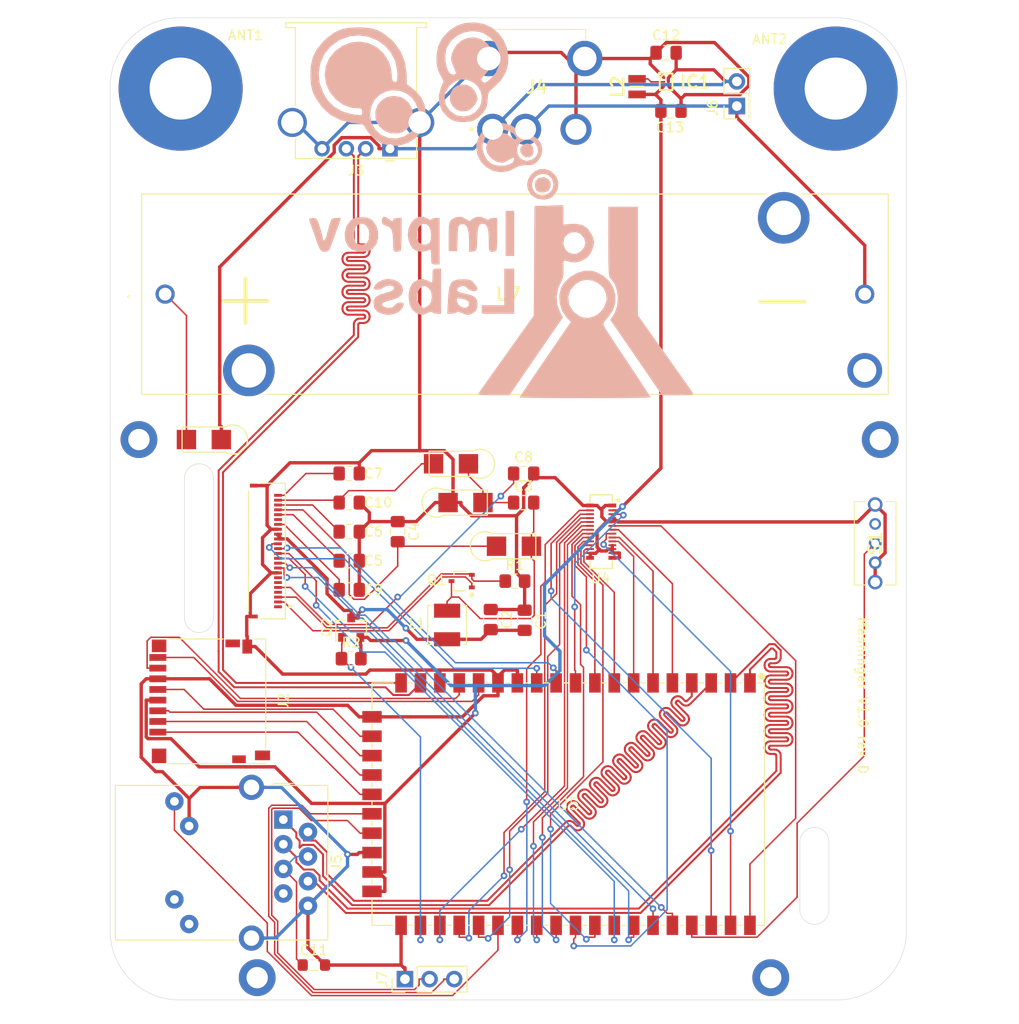
<source format=kicad_pcb>
(kicad_pcb (version 20171130) (host pcbnew "(5.1.9-0-10_14)")
  (layers (0 F.Cu signal) (31 B.Cu signal) (34 B.Paste user) (35 F.Paste user) (36 B.SilkS user) (37 F.SilkS user) (38 B.Mask user) (39 F.Mask user) (44 Edge.Cuts user))
  (net 0 "")
  (net 1 "Net-(C3-Pad2)")
  (net 2 "Net-(C3-Pad1)")
  (net 3 "Net-(C4-Pad2)")
  (net 4 "Net-(C5-Pad1)")
  (net 5 "Net-(C6-Pad2)")
  (net 6 "Net-(C7-Pad1)")
  (net 7 "Net-(C8-Pad1)")
  (net 8 "Net-(C9-Pad1)")
  (net 9 "Net-(C10-Pad1)")
  (net 10 HW_RESET)
  (net 11 LAN1_TX-)
  (net 12 LAN1_RX-)
  (net 13 LAN1_TX+)
  (net 14 LAN1_RX+)
  (net 15 USB-)
  (net 16 +3V3)
  (net 17 USB+)
  (net 18 UART_TX)
  (net 19 UART_RX)
  (net 20 "Net-(J2-Pad1)")
  (net 21 "Net-(J2-Pad2)")
  (net 22 "Net-(J2-Pad3)")
  (net 23 "Net-(J2-Pad5)")
  (net 24 "Net-(J2-Pad7)")
  (net 25 "Net-(J2-Pad8)")
  (net 26 SPI_MOSI)
  (net 27 SPI_CLK)
  (net 28 EINK_CHIP_SELECT)
  (net 29 EINK_DATA_COMMAND)
  (net 30 EINK_DISPLAY_RESET)
  (net 31 EINK_DISPLAY_BUSY)
  (net 32 ROW1)
  (net 33 ROW2)
  (net 34 ROW3)
  (net 35 ROW4)
  (net 36 ROW5)
  (net 37 ROW6)
  (net 38 LED0)
  (net 39 LED1)
  (net 40 LED2)
  (net 41 LED3)
  (net 42 ROW7)
  (net 43 PWM)
  (net 44 COL5)
  (net 45 COL4)
  (net 46 COL3)
  (net 47 COL2)
  (net 48 COL1)
  (net 49 Display_Power_Switch)
  (net 50 GPIO)
  (net 51 "Net-(Q2-Pad1)")
  (net 52 GND)
  (net 53 "Net-(C11-Pad1)")
  (net 54 "Net-(IC1-PadB1)")
  (net 55 "Net-(J5-PadL2)")
  (net 56 "Net-(J5-PadL1)")
  (net 57 "Net-(J5-PadR7)")
  (net 58 BAT+)
  (net 59 BAT-)
  (net 60 "Net-(U7-PadMH3)")
  (net 61 "Net-(U7-PadMH2)")
  (net 62 "Net-(U7-PadMH1)")
  (net 63 "Net-(J1-Pad19)")
  (net 64 "Net-(J1-Pad7)")
  (net 65 "Net-(J1-Pad6)")
  (net 66 "Net-(J1-Pad4)")
  (net 67 "Net-(J1-Pad3)")
  (net 68 "Net-(J1-Pad2)")
  (net 69 "Net-(J1-Pad1)")
  (net 70 "Net-(U6-Pad2)")
  (net 71 "Net-(S1-Pad3)")
  (module Logo:Logo-175DPI (layer B.Cu) (at 54.45 12.775 180)
    (fp_text reference G*** hide)
    (fp_text value LOGO hide)
  )
  (module Connector_PinHeader_2.54mm:PinHeader_1x03_P2.54mm_Vertical (layer F.Cu) (at 42.75 96.65 90)
    (fp_text reference J7 (at 0 -2.33 90) (layer F.SilkS))
    (fp_text value Conn_01x03)
    (pad 3 thru_hole oval (at 0 5.08 90) (size 1.7 1.7) (drill 1) (layers *.Cu *.Mask) (net 19 UART_RX))
    (pad 2 thru_hole oval (at 0 2.54 90) (size 1.7 1.7) (drill 1) (layers *.Cu *.Mask) (net 18 UART_TX))
    (pad 1 thru_hole rect (at 0 0 90) (size 1.7 1.7) (drill 1) (layers *.Cu *.Mask) (net 52 GND))
  )
  (module SamacSys_Parts:18252321 (layer F.Cu) (at 91.275 53.7 90)
    (fp_text reference S1 (at 2 0 90) (layer F.SilkS) (effects (font (size 1.27 1.27) (thickness 0.254))))
    (fp_text value 1825232-1 hide)
    (pad MH2 thru_hole circle (at 6 0 90) (size 1.5 1.5) (drill 1) (layers *.Cu *.Mask) (net 52 GND))
    (pad MH1 thru_hole circle (at -2 0 90) (size 1.5 1.5) (drill 1) (layers *.Cu *.Mask) (net 52 GND))
    (pad 3 thru_hole circle (at 4 0 90) (size 1.2 1.2) (drill 0.75) (layers *.Cu *.Mask) (net 71 "Net-(S1-Pad3)"))
    (pad 2 thru_hole circle (at 2 0 90) (size 1.3 1.3) (drill 0.8) (layers *.Cu *.Mask) (net 10 HW_RESET))
    (pad 1 thru_hole circle (at 0 0 90) (size 1.3 1.3) (drill 0.8) (layers *.Cu *.Mask) (net 52 GND))
  )
  (module Resistor_SMD:R_0805_2012Metric_Pad1.20x1.40mm_HandSolder (layer F.Cu) (at 37.2 63.6)
    (fp_text reference R2 (at 0 -1.65) (layer F.SilkS))
    (fp_text value 10k)
    (pad 2 smd roundrect (at 1 0) (size 1.2 1.4) (layers F.Cu F.Paste F.Mask) (roundrect_rratio 0.208333) (net 16 +3V3))
    (pad 1 smd roundrect (at -1 0) (size 1.2 1.4) (layers F.Cu F.Paste F.Mask) (roundrect_rratio 0.208333) (net 51 "Net-(Q2-Pad1)"))
  )
  (module MountingHole:MountingHole_2.2mm_M2_DIN965_Pad (layer F.Cu) (at 15.3 41)
    (fp_text reference MH_CASE1 hide)
    (fp_text value MountingHole_2.2mm_M2_DIN965_Pad)
    (pad 1 thru_hole circle (at 0 0) (size 3.8 3.8) (drill 2.2) (layers *.Cu *.Mask))
  )
  (module MountingHole:MountingHole_2.2mm_M2_DIN965_Pad (layer F.Cu) (at 91.8 41)
    (fp_text reference MH_CASE2 hide)
    (fp_text value MountingHole_2.2mm_M2_DIN965_Pad)
    (pad 1 thru_hole circle (at 0 0) (size 3.8 3.8) (drill 2.2) (layers *.Cu *.Mask))
  )
  (module SS2040FL:SOD-123FL (layer F.Cu) (at 22 41 180)
    (fp_text reference U6 (at 1.175395 -2.635895) (layer F.SilkS) (effects (font (size 1.000339 1.000339) (thickness 0.015))))
    (fp_text value SS2040FL)
    (fp_text user 1 (at -5.50635 1.00115) (layer F.SilkS) (effects (font (size 1.001157 1.001157) (thickness 0.015))))
    (pad 2 smd rect (at 1.8 0 180) (size 2 2) (layers F.Cu F.Paste F.Mask) (net 70 "Net-(U6-Pad2)"))
    (pad 1 smd rect (at -1.8 0 180) (size 2 2) (layers F.Cu F.Paste F.Mask) (net 58 BAT+))
  )
  (module MountingHole:MountingHole_6.4mm_M6_Pad_TopBottom (layer F.Cu) (at 19.6 4.8)
    (fp_text reference ANT1 (at 6.7 -5.5) (layer F.SilkS))
    (fp_text value MountingHole_6.4mm_M6_Pad_TopBottom)
    (pad 1 thru_hole circle (at 0 0) (size 6.8 6.8) (drill 6.4) (layers *.Cu *.Mask))
    (pad 1 connect circle (at 0 0) (size 12.8 12.8) (layers F.Cu F.Mask))
    (pad 1 connect circle (at 0 0) (size 12.8 12.8) (layers B.Cu B.Mask))
  )
  (module MountingHole:MountingHole_6.4mm_M6_Pad_TopBottom (layer F.Cu) (at 87.2 4.8)
    (fp_text reference ANT2 (at -6.8 -5.1) (layer F.SilkS))
    (fp_text value MountingHole_6.4mm_M6_Pad_TopBottom)
    (pad 1 connect circle (at 0 0) (size 12.8 12.8) (layers B.Cu B.Mask))
    (pad 1 connect circle (at 0 0) (size 12.8 12.8) (layers F.Cu F.Mask))
    (pad 1 thru_hole circle (at 0 0) (size 6.8 6.8) (drill 6.4) (layers *.Cu *.Mask))
  )
  (module SamacSys_Parts:1043 (layer F.Cu) (at 18 26)
    (fp_text reference U7 (at 35.413 0) (layer F.SilkS) (effects (font (size 1.27 1.27) (thickness 0.254))))
    (fp_text value 1043 hide)
    (pad MH3 thru_hole circle (at 63.84 -7.87) (size 5.325 5.325) (drill 3.55) (layers *.Cu *.Mask) (net 60 "Net-(U7-PadMH3)"))
    (pad MH2 thru_hole circle (at 72.2 7.87) (size 3.585 3.585) (drill 2.39) (layers *.Cu *.Mask) (net 61 "Net-(U7-PadMH2)"))
    (pad MH1 thru_hole circle (at 8.64 7.87) (size 5.325 5.325) (drill 3.55) (layers *.Cu *.Mask) (net 62 "Net-(U7-PadMH1)"))
    (pad 2 thru_hole circle (at 72.2 0) (size 1.98 1.98) (drill 1.32) (layers *.Cu *.Mask) (net 59 BAT-))
    (pad 1 thru_hole circle (at 0 0) (size 1.98 1.98) (drill 1.32) (layers *.Cu *.Mask) (net 70 "Net-(U6-Pad2)"))
  )
  (module SamacSys_Parts:LQM2MPN1R0NG0L (layer F.Cu) (at 66.7 4.6 270)
    (fp_text reference L2 (at 0 2 90) (layer F.SilkS) (effects (font (size 1.27 1.27) (thickness 0.254))))
    (fp_text value LQM2MPN1R0MGHL hide)
    (pad 2 smd rect (at 0.8 0 270) (size 0.8 1.8) (layers F.Cu F.Paste F.Mask) (net 16 +3V3))
    (pad 1 smd rect (at -0.8 0 270) (size 0.8 1.8) (layers F.Cu F.Paste F.Mask) (net 54 "Net-(IC1-PadB1)"))
  )
  (module Capacitor_SMD:C_0805_2012Metric_Pad1.18x1.45mm_HandSolder (layer F.Cu) (at 70.2 7.1)
    (fp_text reference C13 (at -0.1 1.7) (layer F.SilkS))
    (fp_text value 10uF)
    (pad 2 smd roundrect (at 1.0375 0) (size 1.175 1.45) (layers F.Cu F.Paste F.Mask) (roundrect_rratio 0.212766) (net 52 GND))
    (pad 1 smd roundrect (at -1.0375 0) (size 1.175 1.45) (layers F.Cu F.Paste F.Mask) (roundrect_rratio 0.212766) (net 16 +3V3))
  )
  (module Capacitor_SMD:C_0805_2012Metric_Pad1.18x1.45mm_HandSolder (layer F.Cu) (at 69.7 1.1 180)
    (fp_text reference C12 (at 0 1.8) (layer F.SilkS))
    (fp_text value 2.2uF)
    (pad 2 smd roundrect (at 1.0375 0 180) (size 1.175 1.45) (layers F.Cu F.Paste F.Mask) (roundrect_rratio 0.212766) (net 52 GND))
    (pad 1 smd roundrect (at -1.0375 0 180) (size 1.175 1.45) (layers F.Cu F.Paste F.Mask) (roundrect_rratio 0.212766) (net 58 BAT+))
  )
  (module Connector_PinHeader_2.54mm:PinHeader_2x01_P2.54mm_Vertical (layer F.Cu) (at 77 6.6 90)
    (fp_text reference J6 (at -0.2 -2.5 90) (layer F.SilkS))
    (fp_text value Conn_02x01)
    (pad 2 thru_hole oval (at 2.54 0 90) (size 1.7 1.7) (drill 1) (layers *.Cu *.Mask) (net 58 BAT+))
    (pad 1 thru_hole rect (at 0 0 90) (size 1.7 1.7) (drill 1) (layers *.Cu *.Mask) (net 59 BAT-))
  )
  (module Connector_RJ:RJ45_Amphenol_RJMG1BD3B8K1ANR (layer F.Cu) (at 30.2 80.2 270)
    (fp_text reference J5 (at 4.445 -5.49 90) (layer F.SilkS))
    (fp_text value RJ45_Amphenol_RJMG1BD3B8K1ANR)
    (pad "" np_thru_hole circle (at 10.16 6.34 270) (size 3.25 3.25) (drill 3.25) (layers *.Cu *.Mask))
    (pad "" np_thru_hole circle (at -1.27 6.34 270) (size 3.25 3.25) (drill 3.25) (layers *.Cu *.Mask))
    (pad 13 thru_hole circle (at 12.22 3.29 270) (size 2.6 2.6) (drill 1.6) (layers *.Cu *.Mask) (net 52 GND))
    (pad 13 thru_hole circle (at -3.33 3.29 270) (size 2.6 2.6) (drill 1.6) (layers *.Cu *.Mask) (net 52 GND))
    (pad L4 thru_hole circle (at -1.88 11.24 270) (size 1.89 1.89) (drill 0.89) (layers *.Cu *.Mask) (net 38 LED0))
    (pad L3 thru_hole circle (at 0.66 9.72 270) (size 1.89 1.89) (drill 0.89) (layers *.Cu *.Mask) (net 52 GND))
    (pad L2 thru_hole circle (at 8.23 11.24 270) (size 1.89 1.89) (drill 0.89) (layers *.Cu *.Mask) (net 55 "Net-(J5-PadL2)"))
    (pad L1 thru_hole circle (at 10.77 9.72 270) (size 1.89 1.89) (drill 0.89) (layers *.Cu *.Mask) (net 56 "Net-(J5-PadL1)"))
    (pad R8 thru_hole circle (at 8.89 -2.54 270) (size 1.9 1.9) (drill 0.9) (layers *.Cu *.Mask) (net 52 GND))
    (pad R7 thru_hole circle (at 7.62 0 270) (size 1.9 1.9) (drill 0.9) (layers *.Cu *.Mask) (net 57 "Net-(J5-PadR7)"))
    (pad R6 thru_hole circle (at 6.35 -2.54 270) (size 1.9 1.9) (drill 0.9) (layers *.Cu *.Mask) (net 12 LAN1_RX-))
    (pad R5 thru_hole circle (at 5.08 0 270) (size 1.9 1.9) (drill 0.9) (layers *.Cu *.Mask) (net 53 "Net-(C11-Pad1)"))
    (pad R4 thru_hole circle (at 3.81 -2.54 270) (size 1.9 1.9) (drill 0.9) (layers *.Cu *.Mask) (net 53 "Net-(C11-Pad1)"))
    (pad R3 thru_hole circle (at 2.54 0 270) (size 1.9 1.9) (drill 0.9) (layers *.Cu *.Mask) (net 14 LAN1_RX+))
    (pad R2 thru_hole circle (at 1.27 -2.54 270) (size 1.9 1.9) (drill 0.9) (layers *.Cu *.Mask) (net 11 LAN1_TX-))
    (pad R1 thru_hole rect (at 0 0 270) (size 1.9 1.9) (drill 0.9) (layers *.Cu *.Mask) (net 13 LAN1_TX+))
  )
  (module SamacSys_Parts:PJ079BH (layer F.Cu) (at 51.8 9 270)
    (fp_text reference J4 (at -4.35 -4.55) (layer F.SilkS) (effects (font (size 1.27 1.27) (thickness 0.254))))
    (fp_text value Barrel_Jack_Switch hide)
    (pad MH3 np_thru_hole circle (at -6.3 -3.3 270) (size 2.6 0) (drill 2.6) (layers *.Cu *.Mask))
    (pad MH2 thru_hole circle (at -7.3 0.4 270) (size 3.653 3.653) (drill 2.4352) (layers *.Cu *.Mask) (net 52 GND))
    (pad MH1 thru_hole circle (at -7.3 -9.5 270) (size 3.653 3.653) (drill 2.4352) (layers *.Cu *.Mask) (net 52 GND))
    (pad 3 thru_hole circle (at 0 -3.4 270) (size 3.2 3.2) (drill 2.1541) (layers *.Cu *.Mask) (net 59 BAT-))
    (pad 2 thru_hole circle (at 0 -8.6 270) (size 3.2 3.2) (drill 2.1541) (layers *.Cu *.Mask) (net 52 GND))
    (pad 1 thru_hole circle (at 0 0 270) (size 3.2 3.2) (drill 2.1541) (layers *.Cu *.Mask) (net 58 BAT+))
  )
  (module Connector_USB:USB_A_Stewart_SS-52100-001_Horizontal (layer F.Cu) (at 41.2 11 180)
    (fp_text reference J3 (at 3.5 -2.26) (layer F.SilkS))
    (fp_text value USB_A)
    (pad 4 thru_hole circle (at 7 0 180) (size 1.6 1.6) (drill 0.92) (layers *.Cu *.Mask) (net 52 GND))
    (pad 3 thru_hole circle (at 4.5 0 180) (size 1.6 1.6) (drill 0.92) (layers *.Cu *.Mask) (net 17 USB+))
    (pad 2 thru_hole circle (at 2.5 0 180) (size 1.6 1.6) (drill 0.92) (layers *.Cu *.Mask) (net 15 USB-))
    (pad 1 thru_hole rect (at 0 0 180) (size 1.6 1.6) (drill 0.92) (layers *.Cu *.Mask) (net 58 BAT+))
    (pad 5 thru_hole circle (at -3.07 2.71 180) (size 3 3) (drill 2.3) (layers *.Cu *.Mask) (net 52 GND))
    (pad 5 thru_hole circle (at 10.07 2.71 180) (size 3 3) (drill 2.3) (layers *.Cu *.Mask) (net 52 GND))
  )
  (module SamacSys_Parts:BGA6C40P2X3_86X116X62 (layer F.Cu) (at 69.7 4.1)
    (fp_text reference IC1 (at 3 0) (layer F.SilkS) (effects (font (size 1.27 1.27) (thickness 0.254))))
    (fp_text value FAN53610AUC33X hide)
    (pad C2 smd circle (at 0.2 0.4 90) (size 0.208 0.208) (layers F.Cu F.Paste F.Mask) (net 52 GND))
    (pad C1 smd circle (at -0.2 0.4 90) (size 0.208 0.208) (layers F.Cu F.Paste F.Mask) (net 16 +3V3))
    (pad B2 smd circle (at 0.2 0 90) (size 0.208 0.208) (layers F.Cu F.Paste F.Mask) (net 58 BAT+))
    (pad B1 smd circle (at -0.2 0 90) (size 0.208 0.208) (layers F.Cu F.Paste F.Mask) (net 54 "Net-(IC1-PadB1)"))
    (pad A2 smd circle (at 0.2 -0.4 90) (size 0.208 0.208) (layers F.Cu F.Paste F.Mask) (net 58 BAT+))
    (pad A1 smd circle (at -0.2 -0.4 90) (size 0.208 0.208) (layers F.Cu F.Paste F.Mask) (net 52 GND))
  )
  (module Inductor_SMD:L_0805_2012Metric_Pad1.05x1.20mm_HandSolder (layer F.Cu) (at 33.35 95.2)
    (fp_text reference C11 (at 0 -1.55) (layer F.SilkS))
    (fp_text value 0.1uF)
    (pad 2 smd roundrect (at 1.15 0) (size 1.05 1.2) (layers F.Cu F.Paste F.Mask) (roundrect_rratio 0.238095) (net 52 GND))
    (pad 1 smd roundrect (at -1.15 0) (size 1.05 1.2) (layers F.Cu F.Paste F.Mask) (roundrect_rratio 0.238095) (net 53 "Net-(C11-Pad1)"))
  )
  (module Inductor_SMD:IND_LQH44PN100MJ0L (layer F.Cu) (at 47.1 60.125 270)
    (fp_text reference L1 (at -0.125 3.1 180) (layer F.SilkS))
    (fp_text value 10uH)
    (pad 1 smd rect (at -1.475 0 270) (size 1.45 2.7) (layers F.Cu F.Paste F.Mask) (net 1 "Net-(C3-Pad2)"))
    (pad 2 smd rect (at 1.475 0 270) (size 1.45 2.7) (layers F.Cu F.Paste F.Mask) (net 49 Display_Power_Switch))
  )
  (module MountingHole:MountingHole_2.2mm_M2_DIN965_Pad (layer F.Cu) (at 80.5 96.5)
    (fp_text reference MH_KBD2 hide)
    (fp_text value MountingHole_2.2mm_M2_DIN965_Pad hide)
    (pad 1 thru_hole circle (at 0 0) (size 3.8 3.8) (drill 2.2) (layers *.Cu *.Mask))
  )
  (module MountingHole:MountingHole_2.2mm_M2_DIN965_Pad (layer F.Cu) (at 27.5 96.5)
    (fp_text reference MH_KBD1 hide)
    (fp_text value MountingHole_2.2mm_M2_DIN965_Pad hide)
    (pad 1 thru_hole circle (at 0 0) (size 3.8 3.8) (drill 2.2) (layers *.Cu *.Mask))
  )
  (module SKW92A:SKYLAB_SKW92A (layer F.Cu) (at 59.6 78.6)
    (fp_text reference U5 (at 0 0) (layer F.SilkS) (effects (font (size 1.2 1.2) (thickness 0.12))))
    (fp_text value SKW92A)
    (pad 48 smd rect (at 18.75 12.5) (size 1.2 2) (layers F.Cu F.Paste F.Mask) (net 32 ROW1))
    (pad 47 smd rect (at 16.75 12.5) (size 1.2 2) (layers F.Cu F.Paste F.Mask) (net 33 ROW2))
    (pad 46 smd rect (at 14.75 12.5) (size 1.2 2) (layers F.Cu F.Paste F.Mask) (net 50 GPIO))
    (pad 45 smd rect (at 12.75 12.5) (size 1.2 2) (layers F.Cu F.Paste F.Mask) (net 10 HW_RESET))
    (pad 44 smd rect (at 10.75 12.5) (size 1.2 2) (layers F.Cu F.Paste F.Mask) (net 30 EINK_DISPLAY_RESET))
    (pad 43 smd rect (at 8.75 12.5) (size 1.2 2) (layers F.Cu F.Paste F.Mask) (net 31 EINK_DISPLAY_BUSY))
    (pad 42 smd rect (at 6.75 12.5) (size 1.2 2) (layers F.Cu F.Paste F.Mask) (net 29 EINK_DATA_COMMAND))
    (pad 41 smd rect (at 4.75 12.5) (size 1.2 2) (layers F.Cu F.Paste F.Mask) (net 28 EINK_CHIP_SELECT))
    (pad 40 smd rect (at 2.75 12.5) (size 1.2 2) (layers F.Cu F.Paste F.Mask) (net 34 ROW3))
    (pad 39 smd rect (at 0.75 12.5) (size 1.2 2) (layers F.Cu F.Paste F.Mask) (net 35 ROW4))
    (pad 38 smd rect (at -1.25 12.5) (size 1.2 2) (layers F.Cu F.Paste F.Mask) (net 36 ROW5))
    (pad 37 smd rect (at -3.25 12.5) (size 1.2 2) (layers F.Cu F.Paste F.Mask) (net 37 ROW6))
    (pad 36 smd rect (at -5.25 12.5) (size 1.2 2) (layers F.Cu F.Paste F.Mask) (net 42 ROW7))
    (pad 35 smd rect (at -7.25 12.5) (size 1.2 2) (layers F.Cu F.Paste F.Mask) (net 38 LED0))
    (pad 34 smd rect (at -9.25 12.5) (size 1.2 2) (layers F.Cu F.Paste F.Mask) (net 39 LED1))
    (pad 33 smd rect (at -11.25 12.5) (size 1.2 2) (layers F.Cu F.Paste F.Mask) (net 40 LED2))
    (pad 32 smd rect (at -13.25 12.5) (size 1.2 2) (layers F.Cu F.Paste F.Mask) (net 41 LED3))
    (pad 31 smd rect (at -15.25 12.5) (size 1.2 2) (layers F.Cu F.Paste F.Mask) (net 51 "Net-(Q2-Pad1)"))
    (pad 30 smd rect (at -17.25 12.5) (size 1.2 2) (layers F.Cu F.Paste F.Mask) (net 52 GND))
    (pad 29 smd rect (at -20.25 9 90) (size 1.2 2) (layers F.Cu F.Paste F.Mask) (net 16 +3V3))
    (pad 28 smd rect (at -20.25 7 90) (size 1.2 2) (layers F.Cu F.Paste F.Mask) (net 16 +3V3))
    (pad 27 smd rect (at -20.25 5 90) (size 1.2 2) (layers F.Cu F.Paste F.Mask) (net 52 GND))
    (pad 26 smd rect (at -20.25 3 90) (size 1.2 2) (layers F.Cu F.Paste F.Mask) (net 18 UART_TX))
    (pad 25 smd rect (at -20.25 1 90) (size 1.2 2) (layers F.Cu F.Paste F.Mask) (net 19 UART_RX))
    (pad 24 smd rect (at -20.25 -1 90) (size 1.2 2) (layers F.Cu F.Paste F.Mask) (net 20 "Net-(J2-Pad1)"))
    (pad 23 smd rect (at -20.25 -3 90) (size 1.2 2) (layers F.Cu F.Paste F.Mask) (net 21 "Net-(J2-Pad2)"))
    (pad 22 smd rect (at -20.25 -5 90) (size 1.2 2) (layers F.Cu F.Paste F.Mask) (net 22 "Net-(J2-Pad3)"))
    (pad 21 smd rect (at -20.25 -7 90) (size 1.2 2) (layers F.Cu F.Paste F.Mask) (net 23 "Net-(J2-Pad5)"))
    (pad 20 smd rect (at -20.25 -9 90) (size 1.2 2) (layers F.Cu F.Paste F.Mask) (net 52 GND))
    (pad 19 smd rect (at -17.25 -12.5) (size 1.2 2) (layers F.Cu F.Paste F.Mask) (net 15 USB-))
    (pad 18 smd rect (at -15.25 -12.5) (size 1.2 2) (layers F.Cu F.Paste F.Mask) (net 17 USB+))
    (pad 17 smd rect (at -13.25 -12.5) (size 1.2 2) (layers F.Cu F.Paste F.Mask) (net 52 GND))
    (pad 16 smd rect (at -11.25 -12.5) (size 1.2 2) (layers F.Cu F.Paste F.Mask) (net 24 "Net-(J2-Pad7)"))
    (pad 15 smd rect (at -9.25 -12.5) (size 1.2 2) (layers F.Cu F.Paste F.Mask) (net 25 "Net-(J2-Pad8)"))
    (pad 14 smd rect (at -7.25 -12.5) (size 1.2 2) (layers F.Cu F.Paste F.Mask) (net 52 GND))
    (pad 13 smd rect (at -5.25 -12.5) (size 1.2 2) (layers F.Cu F.Paste F.Mask) (net 52 GND))
    (pad 12 smd rect (at -3.25 -12.5) (size 1.2 2) (layers F.Cu F.Paste F.Mask) (net 26 SPI_MOSI))
    (pad 11 smd rect (at -1.25 -12.5) (size 1.2 2) (layers F.Cu F.Paste F.Mask) (net 27 SPI_CLK))
    (pad 10 smd rect (at 0.75 -12.5) (size 1.2 2) (layers F.Cu F.Paste F.Mask) (net 43 PWM))
    (pad 9 smd rect (at 2.75 -12.5) (size 1.2 2) (layers F.Cu F.Paste F.Mask) (net 44 COL5))
    (pad 8 smd rect (at 4.75 -12.5) (size 1.2 2) (layers F.Cu F.Paste F.Mask) (net 45 COL4))
    (pad 7 smd rect (at 6.75 -12.5) (size 1.2 2) (layers F.Cu F.Paste F.Mask) (net 46 COL3))
    (pad 6 smd rect (at 8.75 -12.5) (size 1.2 2) (layers F.Cu F.Paste F.Mask) (net 47 COL2))
    (pad 5 smd rect (at 10.75 -12.5) (size 1.2 2) (layers F.Cu F.Paste F.Mask) (net 48 COL1))
    (pad 4 smd rect (at 12.75 -12.5) (size 1.2 2) (layers F.Cu F.Paste F.Mask) (net 11 LAN1_TX-))
    (pad 3 smd rect (at 14.75 -12.5) (size 1.2 2) (layers F.Cu F.Paste F.Mask) (net 13 LAN1_TX+))
    (pad 2 smd rect (at 16.75 -12.5) (size 1.2 2) (layers F.Cu F.Paste F.Mask) (net 12 LAN1_RX-))
    (pad 1 smd rect (at 18.75 -12.5) (size 1.2 2) (layers F.Cu F.Paste F.Mask) (net 14 LAN1_RX+))
  )
  (module SS2040FL:SOD-123FL (layer F.Cu) (at 47.5 43.5 180)
    (fp_text reference U3 (at 4 0.2) (layer F.SilkS) (effects (font (size 1.000339 1.000339) (thickness 0.015))))
    (fp_text value SS2040FL)
    (pad 2 smd rect (at 1.8 0 180) (size 2 2) (layers F.Cu F.Paste F.Mask) (net 5 "Net-(C6-Pad2)"))
    (pad 1 smd rect (at -1.8 0 180) (size 2 2) (layers F.Cu F.Paste F.Mask) (net 2 "Net-(C3-Pad1)"))
  )
  (module SS2040FL:SOD-123FL (layer F.Cu) (at 54 52)
    (fp_text reference U2 (at -5.6 0) (layer F.SilkS) (effects (font (size 1.000339 1.000339) (thickness 0.015))))
    (fp_text value SS2040FL)
    (pad 2 smd rect (at 1.8 0) (size 2 2) (layers F.Cu F.Paste F.Mask) (net 1 "Net-(C3-Pad2)"))
    (pad 1 smd rect (at -1.8 0) (size 2 2) (layers F.Cu F.Paste F.Mask) (net 3 "Net-(C4-Pad2)"))
  )
  (module SS2040FL:SOD-123FL (layer F.Cu) (at 49 47.5)
    (fp_text reference U1 (at -5.5 -1) (layer F.SilkS) (effects (font (size 1.000339 1.000339) (thickness 0.015))))
    (fp_text value SS2040FL)
    (pad 2 smd rect (at 1.8 0) (size 2 2) (layers F.Cu F.Paste F.Mask) (net 2 "Net-(C3-Pad1)"))
    (pad 1 smd rect (at -1.8 0) (size 2 2) (layers F.Cu F.Paste F.Mask) (net 52 GND))
  )
  (module "BBQ10KBD:BM14B(0.8)-24DS-0.4V(53)" (layer F.Cu) (at 63 50.5 270)
    (fp_text reference U4 (at 4.8 0.05) (layer F.SilkS))
    (fp_text value BBQ10KBD)
    (pad 28 smd rect (at -2.7 1.15 270) (size 0.4 0.8) (layers F.Cu F.Paste F.Mask) (net 52 GND))
    (pad 15 smd rect (at 2.7 1.15 270) (size 0.4 0.8) (layers F.Cu F.Paste F.Mask) (net 52 GND))
    (pad 14 smd rect (at 2.7 -1.15 270) (size 0.4 0.8) (layers F.Cu F.Paste F.Mask) (net 52 GND))
    (pad 1 smd rect (at -2.7 -1.15 270) (size 0.4 0.8) (layers F.Cu F.Paste F.Mask) (net 52 GND))
    (pad 27 smd rect (at -2.2 1.15 270) (size 0.2 0.8) (layers F.Cu F.Paste F.Mask) (net 42 ROW7))
    (pad 26 smd rect (at -1.8 1.15 270) (size 0.2 0.8) (layers F.Cu F.Paste F.Mask) (net 50 GPIO))
    (pad 25 smd rect (at -1.4 1.15 270) (size 0.2 0.8) (layers F.Cu F.Paste F.Mask) (net 40 LED2))
    (pad 24 smd rect (at -1 1.15 270) (size 0.2 0.8) (layers F.Cu F.Paste F.Mask) (net 39 LED1))
    (pad 23 smd rect (at -0.6 1.15 270) (size 0.2 0.8) (layers F.Cu F.Paste F.Mask) (net 41 LED3))
    (pad 22 smd rect (at -0.2 1.15 270) (size 0.2 0.8) (layers F.Cu F.Paste F.Mask) (net 37 ROW6))
    (pad 21 smd rect (at 0.2 1.15 270) (size 0.2 0.8) (layers F.Cu F.Paste F.Mask) (net 36 ROW5))
    (pad 20 smd rect (at 0.6 1.15 270) (size 0.2 0.8) (layers F.Cu F.Paste F.Mask) (net 35 ROW4))
    (pad 19 smd rect (at 1 1.15 270) (size 0.2 0.8) (layers F.Cu F.Paste F.Mask) (net 44 COL5))
    (pad 18 smd rect (at 1.4 1.15 270) (size 0.2 0.8) (layers F.Cu F.Paste F.Mask) (net 34 ROW3))
    (pad 17 smd rect (at 1.8 1.15 270) (size 0.2 0.8) (layers F.Cu F.Paste F.Mask) (net 45 COL4))
    (pad 16 smd rect (at 2.2 1.15 270) (size 0.2 0.8) (layers F.Cu F.Paste F.Mask) (net 52 GND))
    (pad 13 smd rect (at 2.2 -1.15 270) (size 0.2 0.8) (layers F.Cu F.Paste F.Mask) (net 52 GND))
    (pad 12 smd rect (at 1.8 -1.15 270) (size 0.2 0.8) (layers F.Cu F.Paste F.Mask) (net 52 GND))
    (pad 11 smd rect (at 1.4 -1.15 270) (size 0.2 0.8) (layers F.Cu F.Paste F.Mask) (net 52 GND))
    (pad 10 smd rect (at 1 -1.15 270) (size 0.2 0.8) (layers F.Cu F.Paste F.Mask) (net 46 COL3))
    (pad 9 smd rect (at 0.6 -1.15 270) (size 0.2 0.8) (layers F.Cu F.Paste F.Mask) (net 47 COL2))
    (pad 8 smd rect (at 0.2 -1.15 270) (size 0.2 0.8) (layers F.Cu F.Paste F.Mask) (net 33 ROW2))
    (pad 7 smd rect (at -0.2 -1.15 270) (size 0.2 0.8) (layers F.Cu F.Paste F.Mask) (net 48 COL1))
    (pad 6 smd rect (at -0.6 -1.15 270) (size 0.2 0.8) (layers F.Cu F.Paste F.Mask) (net 32 ROW1))
    (pad 5 smd rect (at -1 -1.15 270) (size 0.2 0.8) (layers F.Cu F.Paste F.Mask) (net 52 GND))
    (pad 4 smd rect (at -1.4 -1.15 270) (size 0.2 0.8) (layers F.Cu F.Paste F.Mask) (net 52 GND))
    (pad 3 smd rect (at -1.8 -1.15 270) (size 0.2 0.8) (layers F.Cu F.Paste F.Mask) (net 43 PWM))
    (pad 2 smd rect (at -2.2 -1.15 270) (size 0.2 0.8) (layers F.Cu F.Paste F.Mask) (net 16 +3V3))
  )
  (module Resistor_SMD:R_0805_2012Metric_Pad1.20x1.40mm_HandSolder (layer F.Cu) (at 54.1 55.6)
    (fp_text reference R1 (at 0 -1.65) (layer F.SilkS))
    (fp_text value 0.47ohm)
    (pad 2 smd roundrect (at 1 0) (size 1.2 1.4) (layers F.Cu F.Paste F.Mask) (roundrect_rratio 0.208333) (net 52 GND))
    (pad 1 smd roundrect (at -1 0) (size 1.2 1.4) (layers F.Cu F.Paste F.Mask) (roundrect_rratio 0.208333) (net 67 "Net-(J1-Pad3)"))
  )
  (module Package_TO_SOT_SMD:SOT-23 (layer F.Cu) (at 37.2 60.4 90)
    (fp_text reference Q2 (at 0 -2.5 90) (layer F.SilkS))
    (fp_text value NTR2101P)
    (pad 3 smd rect (at 1 0 90) (size 0.9 0.8) (layers F.Cu F.Paste F.Mask) (net 49 Display_Power_Switch))
    (pad 2 smd rect (at -1 0.95 90) (size 0.9 0.8) (layers F.Cu F.Paste F.Mask) (net 16 +3V3))
    (pad 1 smd rect (at -1 -0.95 90) (size 0.9 0.8) (layers F.Cu F.Paste F.Mask) (net 51 "Net-(Q2-Pad1)"))
  )
  (module MCH3478-TL-W:On_Semiconductor-MCH3478-TL-H-Manufacturer_Recommended (layer F.Cu) (at 48.6 55.6 180)
    (fp_text reference Q1 (at 1.5 0.1) (layer F.SilkS) (effects (justify right)))
    (fp_text value MCH3478-TL-W hide)
    (pad 3 smd rect (at 1.05 -0.000001 270) (size 0.399999 0.599999) (layers F.Cu F.Paste F.Mask) (net 1 "Net-(C3-Pad2)"))
    (pad 2 smd rect (at -1.05 0.649999 270) (size 0.399999 0.599999) (layers F.Cu F.Paste F.Mask) (net 67 "Net-(J1-Pad3)"))
    (pad 1 smd rect (at -1.05 -0.650001 270) (size 0.399999 0.599999) (layers F.Cu F.Paste F.Mask) (net 68 "Net-(J1-Pad2)"))
  )
  (module "FH34SRJ-24S:HRS_FH34SRJ-24S-0.5SH(99)" (layer F.Cu) (at 28.5 52.5 270)
    (fp_text reference J1 (at -5.268 -2.5564 90) (layer F.SilkS) (effects (font (size 0.64 0.64) (thickness 0.015))))
    (fp_text value "FH34SRJ-24S-0.5SH(99)")
    (pad S2 smd rect (at 6.75 1.35 270) (size 0.4 0.8) (layers F.Cu F.Paste F.Mask) (net 52 GND))
    (pad 24 smd rect (at -5.75 -1.15 270) (size 0.3 0.8) (layers F.Cu F.Mask) (net 6 "Net-(C7-Pad1)"))
    (pad 23 smd rect (at -5.25 -1.15 270) (size 0.3 0.8) (layers F.Cu F.Mask) (net 5 "Net-(C6-Pad2)"))
    (pad 22 smd rect (at -4.75 -1.15 270) (size 0.3 0.8) (layers F.Cu F.Mask) (net 9 "Net-(C10-Pad1)"))
    (pad 21 smd rect (at -4.25 -1.15 270) (size 0.3 0.8) (layers F.Cu F.Mask) (net 3 "Net-(C4-Pad2)"))
    (pad 20 smd rect (at -3.75 -1.15 270) (size 0.3 0.8) (layers F.Cu F.Mask) (net 4 "Net-(C5-Pad1)"))
    (pad 19 smd rect (at -3.25 -1.15 270) (size 0.3 0.8) (layers F.Cu F.Mask) (net 63 "Net-(J1-Pad19)"))
    (pad 18 smd rect (at -2.75 -1.15 270) (size 0.3 0.8) (layers F.Cu F.Mask) (net 8 "Net-(C9-Pad1)"))
    (pad 17 smd rect (at -2.25 -1.15 270) (size 0.3 0.8) (layers F.Cu F.Mask) (net 52 GND))
    (pad 16 smd rect (at -1.75 -1.15 270) (size 0.3 0.8) (layers F.Cu F.Mask) (net 49 Display_Power_Switch))
    (pad 15 smd rect (at -1.25 -1.15 270) (size 0.3 0.8) (layers F.Cu F.Mask) (net 49 Display_Power_Switch))
    (pad 14 smd rect (at -0.75 -1.15 270) (size 0.3 0.8) (layers F.Cu F.Mask) (net 26 SPI_MOSI))
    (pad 13 smd rect (at -0.25 -1.15 270) (size 0.3 0.8) (layers F.Cu F.Mask) (net 27 SPI_CLK))
    (pad 12 smd rect (at 0.25 -1.15 270) (size 0.3 0.8) (layers F.Cu F.Mask) (net 28 EINK_CHIP_SELECT))
    (pad 11 smd rect (at 0.75 -1.15 270) (size 0.3 0.8) (layers F.Cu F.Mask) (net 29 EINK_DATA_COMMAND))
    (pad 10 smd rect (at 1.25 -1.15 270) (size 0.3 0.8) (layers F.Cu F.Mask) (net 30 EINK_DISPLAY_RESET))
    (pad 9 smd rect (at 1.75 -1.15 270) (size 0.3 0.8) (layers F.Cu F.Mask) (net 31 EINK_DISPLAY_BUSY))
    (pad 8 smd rect (at 2.25 -1.15 270) (size 0.3 0.8) (layers F.Cu F.Mask) (net 52 GND))
    (pad 7 smd rect (at 2.75 -1.15 270) (size 0.3 0.8) (layers F.Cu F.Mask) (net 64 "Net-(J1-Pad7)"))
    (pad 6 smd rect (at 3.25 -1.15 270) (size 0.3 0.8) (layers F.Cu F.Mask) (net 65 "Net-(J1-Pad6)"))
    (pad 5 smd rect (at 3.75 -1.15 270) (size 0.3 0.8) (layers F.Cu F.Mask) (net 7 "Net-(C8-Pad1)"))
    (pad 4 smd rect (at 4.25 -1.15 270) (size 0.3 0.8) (layers F.Cu F.Mask) (net 66 "Net-(J1-Pad4)"))
    (pad 3 smd rect (at 4.75 -1.15 270) (size 0.3 0.8) (layers F.Cu F.Mask) (net 67 "Net-(J1-Pad3)"))
    (pad 2 smd rect (at 5.25 -1.15 270) (size 0.3 0.8) (layers F.Cu F.Mask) (net 68 "Net-(J1-Pad2)"))
    (pad S1 smd rect (at -6.75 1.35 270) (size 0.4 0.8) (layers F.Cu F.Paste F.Mask) (net 52 GND))
    (pad 1 smd rect (at 5.75 -1.15 270) (size 0.3 0.8) (layers F.Cu F.Mask) (net 69 "Net-(J1-Pad1)"))
  )
  (module Connector_Card:microSD_HC_Hirose_DM3D-SF (layer F.Cu) (at 22.6 68 270)
    (fp_text reference J2 (at -0.025 -7.625 90) (layer F.SilkS))
    (fp_text value Micro_SD_Card)
    (pad 10 smd rect (at 5.575 -5.45 270) (size 1 1.55) (layers F.Cu F.Paste F.Mask))
    (pad 11 smd rect (at 5.625 5.225 270) (size 1.5 1.5) (layers F.Cu F.Paste F.Mask))
    (pad 1 smd rect (at 3.175 5.35 270) (size 0.7 1.75) (layers F.Cu F.Paste F.Mask) (net 20 "Net-(J2-Pad1)"))
    (pad 2 smd rect (at 2.075 5.35 270) (size 0.7 1.75) (layers F.Cu F.Paste F.Mask) (net 21 "Net-(J2-Pad2)"))
    (pad 3 smd rect (at 0.975 5.35 270) (size 0.7 1.75) (layers F.Cu F.Paste F.Mask) (net 22 "Net-(J2-Pad3)"))
    (pad 4 smd rect (at -0.125 5.35 270) (size 0.7 1.75) (layers F.Cu F.Paste F.Mask) (net 16 +3V3))
    (pad 5 smd rect (at -1.225 5.35 270) (size 0.7 1.75) (layers F.Cu F.Paste F.Mask) (net 23 "Net-(J2-Pad5)"))
    (pad 6 smd rect (at -2.325 5.35 270) (size 0.7 1.75) (layers F.Cu F.Paste F.Mask) (net 52 GND))
    (pad 7 smd rect (at -3.425 5.35 270) (size 0.7 1.75) (layers F.Cu F.Paste F.Mask) (net 24 "Net-(J2-Pad7)"))
    (pad 11 smd rect (at 5.975 -3.025 270) (size 0.8 1.4) (layers F.Cu F.Paste F.Mask))
    (pad 9 smd rect (at -5.65 -3.875 270) (size 1.45 1) (layers F.Cu F.Paste F.Mask) (net 52 GND))
    (pad 11 smd rect (at -5.975 -2.375 270) (size 0.8 1.5) (layers F.Cu F.Paste F.Mask))
    (pad 11 smd rect (at -5.725 5.225 270) (size 1.3 1.5) (layers F.Cu F.Paste F.Mask))
    (pad 8 smd rect (at -4.525 5.35 270) (size 0.7 1.75) (layers F.Cu F.Paste F.Mask) (net 25 "Net-(J2-Pad8)"))
  )
  (module Capacitor_SMD:C_0805_2012Metric_Pad1.18x1.45mm_HandSolder (layer F.Cu) (at 37 50.5)
    (fp_text reference C10 (at 3 -3) (layer F.SilkS))
    (fp_text value 1uF/25V)
    (pad 2 smd roundrect (at 1.0375 0) (size 1.175 1.45) (layers F.Cu F.Paste F.Mask) (roundrect_rratio 0.212766) (net 52 GND))
    (pad 1 smd roundrect (at -1.0375 0) (size 1.175 1.45) (layers F.Cu F.Paste F.Mask) (roundrect_rratio 0.212766) (net 9 "Net-(C10-Pad1)"))
  )
  (module Capacitor_SMD:C_0805_2012Metric_Pad1.18x1.45mm_HandSolder (layer F.Cu) (at 37 56.5)
    (fp_text reference C9 (at 2.5 0) (layer F.SilkS))
    (fp_text value 1uF/25V)
    (pad 2 smd roundrect (at 1.0375 0) (size 1.175 1.45) (layers F.Cu F.Paste F.Mask) (roundrect_rratio 0.212766) (net 52 GND))
    (pad 1 smd roundrect (at -1.0375 0) (size 1.175 1.45) (layers F.Cu F.Paste F.Mask) (roundrect_rratio 0.212766) (net 8 "Net-(C9-Pad1)"))
  )
  (module Capacitor_SMD:C_0805_2012Metric_Pad1.18x1.45mm_HandSolder (layer F.Cu) (at 55 44.5)
    (fp_text reference C8 (at 0 -1.68) (layer F.SilkS))
    (fp_text value 1uF/25V)
    (pad 2 smd roundrect (at 1.0375 0) (size 1.175 1.45) (layers F.Cu F.Paste F.Mask) (roundrect_rratio 0.212766) (net 52 GND))
    (pad 1 smd roundrect (at -1.0375 0) (size 1.175 1.45) (layers F.Cu F.Paste F.Mask) (roundrect_rratio 0.212766) (net 7 "Net-(C8-Pad1)"))
  )
  (module Capacitor_SMD:C_0805_2012Metric_Pad1.18x1.45mm_HandSolder (layer F.Cu) (at 37 44.5)
    (fp_text reference C7 (at 2.5 0) (layer F.SilkS))
    (fp_text value 1uF/25V)
    (pad 2 smd roundrect (at 1.0375 0) (size 1.175 1.45) (layers F.Cu F.Paste F.Mask) (roundrect_rratio 0.212766) (net 52 GND))
    (pad 1 smd roundrect (at -1.0375 0) (size 1.175 1.45) (layers F.Cu F.Paste F.Mask) (roundrect_rratio 0.212766) (net 6 "Net-(C7-Pad1)"))
  )
  (module Capacitor_SMD:C_0805_2012Metric_Pad1.18x1.45mm_HandSolder (layer F.Cu) (at 37 47.5 180)
    (fp_text reference C6 (at -2.5 -3) (layer F.SilkS))
    (fp_text value 1uF/25V)
    (pad 2 smd roundrect (at 1.0375 0 180) (size 1.175 1.45) (layers F.Cu F.Paste F.Mask) (roundrect_rratio 0.212766) (net 5 "Net-(C6-Pad2)"))
    (pad 1 smd roundrect (at -1.0375 0 180) (size 1.175 1.45) (layers F.Cu F.Paste F.Mask) (roundrect_rratio 0.212766) (net 52 GND))
  )
  (module Capacitor_SMD:C_0805_2012Metric_Pad1.18x1.45mm_HandSolder (layer F.Cu) (at 37 53.5)
    (fp_text reference C5 (at 2.5 0) (layer F.SilkS))
    (fp_text value 1uF/25V)
    (pad 2 smd roundrect (at 1.0375 0) (size 1.175 1.45) (layers F.Cu F.Paste F.Mask) (roundrect_rratio 0.212766) (net 52 GND))
    (pad 1 smd roundrect (at -1.0375 0) (size 1.175 1.45) (layers F.Cu F.Paste F.Mask) (roundrect_rratio 0.212766) (net 4 "Net-(C5-Pad1)"))
  )
  (module Capacitor_SMD:C_0805_2012Metric_Pad1.18x1.45mm_HandSolder (layer F.Cu) (at 42 50.5 270)
    (fp_text reference C4 (at 0 -1.68 90) (layer F.SilkS))
    (fp_text value 1uF/25V)
    (pad 2 smd roundrect (at 1.0375 0 270) (size 1.175 1.45) (layers F.Cu F.Paste F.Mask) (roundrect_rratio 0.212766) (net 3 "Net-(C4-Pad2)"))
    (pad 1 smd roundrect (at -1.0375 0 270) (size 1.175 1.45) (layers F.Cu F.Paste F.Mask) (roundrect_rratio 0.212766) (net 52 GND))
  )
  (module Capacitor_SMD:C_0805_2012Metric_Pad1.18x1.45mm_HandSolder (layer F.Cu) (at 55 47.5)
    (fp_text reference C3 (at 0 -1.68) (layer F.SilkS))
    (fp_text value 4.7uF/25V)
    (pad 2 smd roundrect (at 1.0375 0) (size 1.175 1.45) (layers F.Cu F.Paste F.Mask) (roundrect_rratio 0.212766) (net 1 "Net-(C3-Pad2)"))
    (pad 1 smd roundrect (at -1.0375 0) (size 1.175 1.45) (layers F.Cu F.Paste F.Mask) (roundrect_rratio 0.212766) (net 2 "Net-(C3-Pad1)"))
  )
  (module Capacitor_SMD:C_0805_2012Metric_Pad1.18x1.45mm_HandSolder (layer F.Cu) (at 51.6 59.5625 270)
    (fp_text reference C2 (at 0 -1.68 90) (layer F.SilkS))
    (fp_text value 1uF/6.3V)
    (pad 2 smd roundrect (at 1.0375 0 270) (size 1.175 1.45) (layers F.Cu F.Paste F.Mask) (roundrect_rratio 0.212766) (net 49 Display_Power_Switch))
    (pad 1 smd roundrect (at -1.0375 0 270) (size 1.175 1.45) (layers F.Cu F.Paste F.Mask) (roundrect_rratio 0.212766) (net 52 GND))
  )
  (module Capacitor_SMD:C_0805_2012Metric_Pad1.18x1.45mm_HandSolder (layer F.Cu) (at 55.1 59.6375 270)
    (fp_text reference C1 (at 0 -1.68 90) (layer F.SilkS))
    (fp_text value 0.1uF/16V)
    (pad 2 smd roundrect (at 1.0375 0 270) (size 1.175 1.45) (layers F.Cu F.Paste F.Mask) (roundrect_rratio 0.212766) (net 49 Display_Power_Switch))
    (pad 1 smd roundrect (at -1.0375 0 270) (size 1.175 1.45) (layers F.Cu F.Paste F.Mask) (roundrect_rratio 0.212766) (net 52 GND))
  )
  (gr_arc (start 19.475 91.65) (end 12.325 91.65) (angle -90.20033408) (layer Edge.Cuts) (width 0.05))
  (gr_arc (start 87.35 91.65) (end 87.35 98.8) (angle -90) (layer Edge.Cuts) (width 0.05))
  (gr_arc (start 87.35 4.65) (end 94.5 4.65) (angle -90) (layer Edge.Cuts) (width 0.05))
  (gr_arc (start 19.475 4.65) (end 19.475 -2.5) (angle -90) (layer Edge.Cuts) (width 0.05))
  (gr_text - (at 81.7 26.3) (layer F.SilkS) (effects (font (size 6 6) (thickness 0.4))))
  (gr_text + (at 26.3 26.225) (layer F.SilkS) (effects (font (size 6 6) (thickness 0.4))))
  (gr_line (start 12.325 4.65) (end 12.325 91.65) (layer Edge.Cuts) (width 0.05))
  (gr_line (start 94.5 4.65) (end 94.5 91.65) (layer Edge.Cuts) (width 0.05))
  (gr_line (start 86.5 82.5) (end 86.5 89.5) (layer Edge.Cuts) (width 0.05))
  (gr_line (start 83.5 82.5) (end 83.5 89.5) (layer Edge.Cuts) (width 0.05))
  (gr_arc (start 85 82.5) (end 86.5 82.5) (angle -90) (layer Edge.Cuts) (width 0.05))
  (gr_arc (start 85 89.5) (end 85 91) (angle -90) (layer Edge.Cuts) (width 0.05))
  (gr_arc (start 85 89.5) (end 83.5 89.5) (angle -90) (layer Edge.Cuts) (width 0.05))
  (gr_arc (start 85 82.5) (end 85 81) (angle -90) (layer Edge.Cuts) (width 0.05))
  (gr_line (start 19.5 98.8) (end 87.35 98.8) (layer Edge.Cuts) (width 0.05))
  (gr_line (start 19.475 -2.5) (end 57 -2.5) (layer Edge.Cuts) (width 0.05))
  (gr_line (start 57 -2.5) (end 87.35 -2.5) (layer Edge.Cuts) (width 0.05))
  (gr_line (start 20 45) (end 20 59.4) (layer Edge.Cuts) (width 0.05))
  (gr_arc (start 21.5 45) (end 21.5 43.5) (angle -90) (layer Edge.Cuts) (width 0.05))
  (gr_arc (start 21.5 59.4) (end 20 59.4) (angle -90) (layer Edge.Cuts) (width 0.05))
  (gr_text "Meshinger V1.0 rev D" (at 90 67.4 -90) (layer F.SilkS) (effects (font (size 1 1))))
  (gr_line (start 23 45) (end 23 59.4) (layer Edge.Cuts) (width 0.05))
  (gr_arc (start 21.5 59.4) (end 21.5 60.9) (angle -90) (layer Edge.Cuts) (width 0.05))
  (gr_arc (start 21.5 45) (end 23 45) (angle -90) (layer Edge.Cuts) (width 0.05))
  (segment (start 47.55 57.2461) (end 47.1 57.6961) (width 0.1524) (layer F.Cu) (net 1))
  (segment (start 47.55 55.6) (end 47.55 57.2461) (width 0.1524) (layer F.Cu) (net 1))
  (segment (start 47.55 57.2461) (end 48.2986 57.2461) (width 0.1524) (layer F.Cu) (net 1))
  (segment (start 48.2986 57.2461) (end 50.5139 59.4614) (width 0.1524) (layer F.Cu) (net 1))
  (segment (start 50.5139 59.4614) (end 55.7614 59.4614) (width 0.1524) (layer F.Cu) (net 1))
  (segment (start 55.7614 59.4614) (end 56.0954 59.1274) (width 0.1524) (layer F.Cu) (net 1))
  (segment (start 56.0954 59.1274) (end 56.0954 53.5243) (width 0.1524) (layer F.Cu) (net 1))
  (segment (start 56.0954 53.5243) (end 55.8 53.2289) (width 0.1524) (layer F.Cu) (net 1))
  (segment (start 55.8 52) (end 55.8 53.2289) (width 0.1524) (layer F.Cu) (net 1))
  (segment (start 55.8 52) (end 55.8 50.7711) (width 0.1524) (layer F.Cu) (net 1))
  (segment (start 56.0375 47.5) (end 56.0375 50.5336) (width 0.1524) (layer F.Cu) (net 1))
  (segment (start 56.0375 50.5336) (end 55.8 50.7711) (width 0.1524) (layer F.Cu) (net 1))
  (segment (start 47.1 58.65) (end 47.1 57.6961) (width 0.1524) (layer F.Cu) (net 1))
  (segment (start 50.8 47.5) (end 50.8 46.2289) (width 0.1524) (layer F.Cu) (net 2))
  (segment (start 50.8 46.2289) (end 49.3 44.7289) (width 0.1524) (layer F.Cu) (net 2))
  (segment (start 49.3 43.5) (end 49.3 44.7289) (width 0.1524) (layer F.Cu) (net 2))
  (segment (start 53.9625 47.5) (end 50.8 47.5) (width 0.1524) (layer F.Cu) (net 2))
  (segment (start 42 52) (end 42 54.0437) (width 0.1524) (layer F.Cu) (net 3))
  (segment (start 42 54.0437) (end 38.571 57.4727) (width 0.1524) (layer F.Cu) (net 3))
  (segment (start 38.571 57.4727) (end 37.4753 57.4727) (width 0.1524) (layer F.Cu) (net 3))
  (segment (start 37.4753 57.4727) (end 37 56.9974) (width 0.1524) (layer F.Cu) (net 3))
  (segment (start 37 56.9974) (end 37 53.0274) (width 0.1524) (layer F.Cu) (net 3))
  (segment (start 37 53.0274) (end 32.2226 48.25) (width 0.1524) (layer F.Cu) (net 3))
  (segment (start 32.2226 48.25) (end 29.65 48.25) (width 0.1524) (layer F.Cu) (net 3))
  (segment (start 42 51.5375) (end 42 52) (width 0.1524) (layer F.Cu) (net 3))
  (segment (start 42 52) (end 50.9711 52) (width 0.1524) (layer F.Cu) (net 3))
  (segment (start 52.2 52) (end 50.9711 52) (width 0.1524) (layer F.Cu) (net 3))
  (segment (start 35.9625 53.5) (end 31.2125 48.75) (width 0.1524) (layer F.Cu) (net 4))
  (segment (start 31.2125 48.75) (end 29.65 48.75) (width 0.1524) (layer F.Cu) (net 4))
  (segment (start 35.9625 47.25) (end 36.9415 46.271) (width 0.1524) (layer F.Cu) (net 5))
  (segment (start 36.9415 46.271) (end 41.7001 46.271) (width 0.1524) (layer F.Cu) (net 5))
  (segment (start 41.7001 46.271) (end 44.4711 43.5) (width 0.1524) (layer F.Cu) (net 5))
  (segment (start 35.9625 47.5) (end 35.9625 47.25) (width 0.1524) (layer F.Cu) (net 5))
  (segment (start 35.9625 47.25) (end 30.2789 47.25) (width 0.1524) (layer F.Cu) (net 5))
  (segment (start 29.65 47.25) (end 30.2789 47.25) (width 0.1524) (layer F.Cu) (net 5))
  (segment (start 45.7 43.5) (end 44.4711 43.5) (width 0.1524) (layer F.Cu) (net 5))
  (segment (start 29.65 46.75) (end 30.2789 46.75) (width 0.1524) (layer F.Cu) (net 6))
  (segment (start 35.9625 44.5) (end 32.5289 44.5) (width 0.1524) (layer F.Cu) (net 6))
  (segment (start 32.5289 44.5) (end 30.2789 46.75) (width 0.1524) (layer F.Cu) (net 6))
  (segment (start 30.2789 56.25) (end 30.9343 56.25) (width 0.1524) (layer F.Cu) (net 7))
  (segment (start 30.9343 56.25) (end 34.7632 60.0789) (width 0.1524) (layer F.Cu) (net 7))
  (segment (start 34.7632 60.0789) (end 39.1549 60.0789) (width 0.1524) (layer F.Cu) (net 7))
  (segment (start 39.1549 60.0789) (end 41.9964 57.2374) (width 0.1524) (layer F.Cu) (net 7))
  (segment (start 29.65 56.25) (end 30.2789 56.25) (width 0.1524) (layer F.Cu) (net 7))
  (segment (start 52.6427 46.8297) (end 42.235 57.2374) (width 0.1524) (layer B.Cu) (net 7))
  (segment (start 42.235 57.2374) (end 41.9964 57.2374) (width 0.1524) (layer B.Cu) (net 7))
  (segment (start 53.9625 44.5) (end 53.9625 45.5099) (width 0.1524) (layer F.Cu) (net 7))
  (segment (start 53.9625 45.5099) (end 52.6427 46.8297) (width 0.1524) (layer F.Cu) (net 7))
  (via (at 41.9964 57.2374) (size 0.6858) (layers F.Cu B.Cu) (net 7))
  (via (at 52.6427 46.8297) (size 0.6858) (layers F.Cu B.Cu) (net 7))
  (segment (start 29.65 49.75) (end 30.2789 49.75) (width 0.1524) (layer F.Cu) (net 8))
  (segment (start 35.9625 56.5) (end 35.9625 55.4336) (width 0.1524) (layer F.Cu) (net 8))
  (segment (start 35.9625 55.4336) (end 30.2789 49.75) (width 0.1524) (layer F.Cu) (net 8))
  (segment (start 35.9625 50.5) (end 33.2125 47.75) (width 0.1524) (layer F.Cu) (net 9))
  (segment (start 33.2125 47.75) (end 29.65 47.75) (width 0.1524) (layer F.Cu) (net 9))
  (segment (start 72.35 91.1) (end 72.35 92.3289) (width 0.1524) (layer F.Cu) (net 10))
  (segment (start 72.35 92.3289) (end 79.08 92.3289) (width 0.1524) (layer F.Cu) (net 10))
  (segment (start 79.08 92.3289) (end 83.2215 88.1874) (width 0.1524) (layer F.Cu) (net 10))
  (segment (start 83.2215 88.1874) (end 83.2215 80.5551) (width 0.1524) (layer F.Cu) (net 10))
  (segment (start 83.2215 80.5551) (end 90.154 73.6226) (width 0.1524) (layer F.Cu) (net 10))
  (segment (start 90.154 73.6226) (end 90.154 52.821) (width 0.1524) (layer F.Cu) (net 10))
  (segment (start 90.154 52.821) (end 91.275 51.7) (width 0.1524) (layer F.Cu) (net 10))
  (segment (start 72.35 66.1) (end 72.35 67.4636) (width 0.2) (layer F.Cu) (net 11))
  (segment (start 72.35 67.4636) (end 71.8943 67.9193) (width 0.2) (layer F.Cu) (net 11))
  (segment (start 71.8943 67.9193) (end 71.8593 67.9472) (width 0.2) (layer F.Cu) (net 11))
  (segment (start 71.8593 67.9472) (end 71.8189 67.9667) (width 0.2) (layer F.Cu) (net 11))
  (segment (start 71.8189 67.9667) (end 71.7753 67.9766) (width 0.2) (layer F.Cu) (net 11))
  (segment (start 71.7753 67.9766) (end 71.7305 67.9766) (width 0.2) (layer F.Cu) (net 11))
  (segment (start 71.7305 67.9766) (end 71.6868 67.9667) (width 0.2) (layer F.Cu) (net 11))
  (segment (start 71.6868 67.9667) (end 71.6465 67.9472) (width 0.2) (layer F.Cu) (net 11))
  (segment (start 71.6465 67.9472) (end 71.6115 67.9193) (width 0.2) (layer F.Cu) (net 11))
  (segment (start 71.6115 67.9193) (end 71.3404 67.6482) (width 0.2) (layer F.Cu) (net 11))
  (segment (start 71.3404 67.6482) (end 71.2332 67.5627) (width 0.2) (layer F.Cu) (net 11))
  (segment (start 71.2332 67.5627) (end 71.1096 67.5032) (width 0.2) (layer F.Cu) (net 11))
  (segment (start 71.1096 67.5032) (end 70.9759 67.4727) (width 0.2) (layer F.Cu) (net 11))
  (segment (start 70.9759 67.4727) (end 70.8388 67.4727) (width 0.2) (layer F.Cu) (net 11))
  (segment (start 70.8388 67.4727) (end 70.7051 67.5032) (width 0.2) (layer F.Cu) (net 11))
  (segment (start 70.7051 67.5032) (end 70.5815 67.5627) (width 0.2) (layer F.Cu) (net 11))
  (segment (start 70.5815 67.5627) (end 70.4743 67.6482) (width 0.2) (layer F.Cu) (net 11))
  (segment (start 70.4743 67.6482) (end 70.4212 67.7014) (width 0.2) (layer F.Cu) (net 11))
  (segment (start 70.4212 67.7014) (end 70.3356 67.8086) (width 0.2) (layer F.Cu) (net 11))
  (segment (start 70.3356 67.8086) (end 70.2761 67.9321) (width 0.2) (layer F.Cu) (net 11))
  (segment (start 70.2761 67.9321) (end 70.2456 68.0658) (width 0.2) (layer F.Cu) (net 11))
  (segment (start 70.2456 68.0658) (end 70.2456 68.203) (width 0.2) (layer F.Cu) (net 11))
  (segment (start 70.2456 68.203) (end 70.2761 68.3367) (width 0.2) (layer F.Cu) (net 11))
  (segment (start 70.2761 68.3367) (end 70.3356 68.4602) (width 0.2) (layer F.Cu) (net 11))
  (segment (start 70.3356 68.4602) (end 70.4212 68.5675) (width 0.2) (layer F.Cu) (net 11))
  (segment (start 70.4212 68.5675) (end 71.5378 69.6841) (width 0.2) (layer F.Cu) (net 11))
  (segment (start 71.5378 69.6841) (end 71.5657 69.7191) (width 0.2) (layer F.Cu) (net 11))
  (segment (start 71.5657 69.7191) (end 71.5851 69.7595) (width 0.2) (layer F.Cu) (net 11))
  (segment (start 71.5851 69.7595) (end 71.5951 69.8031) (width 0.2) (layer F.Cu) (net 11))
  (segment (start 71.5951 69.8031) (end 71.5951 69.8479) (width 0.2) (layer F.Cu) (net 11))
  (segment (start 71.5951 69.8479) (end 71.5851 69.8916) (width 0.2) (layer F.Cu) (net 11))
  (segment (start 71.5851 69.8916) (end 71.5657 69.9319) (width 0.2) (layer F.Cu) (net 11))
  (segment (start 71.5657 69.9319) (end 71.5378 69.9669) (width 0.2) (layer F.Cu) (net 11))
  (segment (start 71.5378 69.9669) (end 71.5028 69.9949) (width 0.2) (layer F.Cu) (net 11))
  (segment (start 71.5028 69.9949) (end 71.4624 70.0143) (width 0.2) (layer F.Cu) (net 11))
  (segment (start 71.4624 70.0143) (end 71.4187 70.0243) (width 0.2) (layer F.Cu) (net 11))
  (segment (start 71.4187 70.0243) (end 71.374 70.0243) (width 0.2) (layer F.Cu) (net 11))
  (segment (start 71.374 70.0243) (end 71.3303 70.0143) (width 0.2) (layer F.Cu) (net 11))
  (segment (start 71.3303 70.0143) (end 71.2899 69.9949) (width 0.2) (layer F.Cu) (net 11))
  (segment (start 71.2899 69.9949) (end 71.2549 69.9669) (width 0.2) (layer F.Cu) (net 11))
  (segment (start 71.2549 69.9669) (end 70.1383 68.8503) (width 0.2) (layer F.Cu) (net 11))
  (segment (start 70.1383 68.8503) (end 70.0311 68.7648) (width 0.2) (layer F.Cu) (net 11))
  (segment (start 70.0311 68.7648) (end 69.9075 68.7053) (width 0.2) (layer F.Cu) (net 11))
  (segment (start 69.9075 68.7053) (end 69.7738 68.6748) (width 0.2) (layer F.Cu) (net 11))
  (segment (start 69.7738 68.6748) (end 69.6367 68.6748) (width 0.2) (layer F.Cu) (net 11))
  (segment (start 69.6367 68.6748) (end 69.503 68.7053) (width 0.2) (layer F.Cu) (net 11))
  (segment (start 69.503 68.7053) (end 69.3794 68.7648) (width 0.2) (layer F.Cu) (net 11))
  (segment (start 69.3794 68.7648) (end 69.2722 68.8503) (width 0.2) (layer F.Cu) (net 11))
  (segment (start 69.2722 68.8503) (end 69.2191 68.9034) (width 0.2) (layer F.Cu) (net 11))
  (segment (start 69.2191 68.9034) (end 69.1336 69.0107) (width 0.2) (layer F.Cu) (net 11))
  (segment (start 69.1336 69.0107) (end 69.0741 69.1342) (width 0.2) (layer F.Cu) (net 11))
  (segment (start 69.0741 69.1342) (end 69.0435 69.2679) (width 0.2) (layer F.Cu) (net 11))
  (segment (start 69.0435 69.2679) (end 69.0435 69.4051) (width 0.2) (layer F.Cu) (net 11))
  (segment (start 69.0435 69.4051) (end 69.0741 69.5388) (width 0.2) (layer F.Cu) (net 11))
  (segment (start 69.0741 69.5388) (end 69.1336 69.6623) (width 0.2) (layer F.Cu) (net 11))
  (segment (start 69.1336 69.6623) (end 69.2191 69.7696) (width 0.2) (layer F.Cu) (net 11))
  (segment (start 69.2191 69.7696) (end 70.3357 70.8862) (width 0.2) (layer F.Cu) (net 11))
  (segment (start 70.3357 70.8862) (end 70.3636 70.9212) (width 0.2) (layer F.Cu) (net 11))
  (segment (start 70.3636 70.9212) (end 70.383 70.9615) (width 0.2) (layer F.Cu) (net 11))
  (segment (start 70.383 70.9615) (end 70.393 71.0052) (width 0.2) (layer F.Cu) (net 11))
  (segment (start 70.393 71.0052) (end 70.393 71.05) (width 0.2) (layer F.Cu) (net 11))
  (segment (start 70.393 71.05) (end 70.383 71.0936) (width 0.2) (layer F.Cu) (net 11))
  (segment (start 70.383 71.0936) (end 70.3636 71.134) (width 0.2) (layer F.Cu) (net 11))
  (segment (start 70.3636 71.134) (end 70.3357 71.169) (width 0.2) (layer F.Cu) (net 11))
  (segment (start 70.3357 71.169) (end 70.3007 71.1969) (width 0.2) (layer F.Cu) (net 11))
  (segment (start 70.3007 71.1969) (end 70.2603 71.2164) (width 0.2) (layer F.Cu) (net 11))
  (segment (start 70.2603 71.2164) (end 70.2167 71.2263) (width 0.2) (layer F.Cu) (net 11))
  (segment (start 70.2167 71.2263) (end 70.1719 71.2263) (width 0.2) (layer F.Cu) (net 11))
  (segment (start 70.1719 71.2263) (end 70.1282 71.2164) (width 0.2) (layer F.Cu) (net 11))
  (segment (start 70.1282 71.2164) (end 70.0879 71.1969) (width 0.2) (layer F.Cu) (net 11))
  (segment (start 70.0879 71.1969) (end 70.0529 71.169) (width 0.2) (layer F.Cu) (net 11))
  (segment (start 70.0529 71.169) (end 68.9362 70.0524) (width 0.2) (layer F.Cu) (net 11))
  (segment (start 68.9362 70.0524) (end 68.829 69.9669) (width 0.2) (layer F.Cu) (net 11))
  (segment (start 68.829 69.9669) (end 68.7054 69.9074) (width 0.2) (layer F.Cu) (net 11))
  (segment (start 68.7054 69.9074) (end 68.5717 69.8769) (width 0.2) (layer F.Cu) (net 11))
  (segment (start 68.5717 69.8769) (end 68.4346 69.8769) (width 0.2) (layer F.Cu) (net 11))
  (segment (start 68.4346 69.8769) (end 68.3009 69.9074) (width 0.2) (layer F.Cu) (net 11))
  (segment (start 68.3009 69.9074) (end 68.1773 69.9669) (width 0.2) (layer F.Cu) (net 11))
  (segment (start 68.1773 69.9669) (end 68.0701 70.0524) (width 0.2) (layer F.Cu) (net 11))
  (segment (start 68.0701 70.0524) (end 68.017 70.1055) (width 0.2) (layer F.Cu) (net 11))
  (segment (start 68.017 70.1055) (end 67.9315 70.2127) (width 0.2) (layer F.Cu) (net 11))
  (segment (start 67.9315 70.2127) (end 67.872 70.3363) (width 0.2) (layer F.Cu) (net 11))
  (segment (start 67.872 70.3363) (end 67.8415 70.47) (width 0.2) (layer F.Cu) (net 11))
  (segment (start 67.8415 70.47) (end 67.8415 70.6071) (width 0.2) (layer F.Cu) (net 11))
  (segment (start 67.8415 70.6071) (end 67.872 70.7408) (width 0.2) (layer F.Cu) (net 11))
  (segment (start 67.872 70.7408) (end 67.9315 70.8644) (width 0.2) (layer F.Cu) (net 11))
  (segment (start 67.9315 70.8644) (end 68.017 70.9716) (width 0.2) (layer F.Cu) (net 11))
  (segment (start 68.017 70.9716) (end 69.1336 72.0882) (width 0.2) (layer F.Cu) (net 11))
  (segment (start 69.1336 72.0882) (end 69.1615 72.1233) (width 0.2) (layer F.Cu) (net 11))
  (segment (start 69.1615 72.1233) (end 69.181 72.1636) (width 0.2) (layer F.Cu) (net 11))
  (segment (start 69.181 72.1636) (end 69.1909 72.2073) (width 0.2) (layer F.Cu) (net 11))
  (segment (start 69.1909 72.2073) (end 69.1909 72.2521) (width 0.2) (layer F.Cu) (net 11))
  (segment (start 69.1909 72.2521) (end 69.181 72.2957) (width 0.2) (layer F.Cu) (net 11))
  (segment (start 69.181 72.2957) (end 69.1615 72.3361) (width 0.2) (layer F.Cu) (net 11))
  (segment (start 69.1615 72.3361) (end 69.1336 72.3711) (width 0.2) (layer F.Cu) (net 11))
  (segment (start 69.1336 72.3711) (end 69.0986 72.399) (width 0.2) (layer F.Cu) (net 11))
  (segment (start 69.0986 72.399) (end 69.0582 72.4184) (width 0.2) (layer F.Cu) (net 11))
  (segment (start 69.0582 72.4184) (end 69.0146 72.4284) (width 0.2) (layer F.Cu) (net 11))
  (segment (start 69.0146 72.4284) (end 68.9698 72.4284) (width 0.2) (layer F.Cu) (net 11))
  (segment (start 68.9698 72.4284) (end 68.9261 72.4184) (width 0.2) (layer F.Cu) (net 11))
  (segment (start 68.9261 72.4184) (end 68.8858 72.399) (width 0.2) (layer F.Cu) (net 11))
  (segment (start 68.8858 72.399) (end 68.8508 72.3711) (width 0.2) (layer F.Cu) (net 11))
  (segment (start 68.8508 72.3711) (end 67.7342 71.2545) (width 0.2) (layer F.Cu) (net 11))
  (segment (start 67.7342 71.2545) (end 67.6269 71.169) (width 0.2) (layer F.Cu) (net 11))
  (segment (start 67.6269 71.169) (end 67.5034 71.1095) (width 0.2) (layer F.Cu) (net 11))
  (segment (start 67.5034 71.1095) (end 67.3697 71.0789) (width 0.2) (layer F.Cu) (net 11))
  (segment (start 67.3697 71.0789) (end 67.2325 71.0789) (width 0.2) (layer F.Cu) (net 11))
  (segment (start 67.2325 71.0789) (end 67.0988 71.1095) (width 0.2) (layer F.Cu) (net 11))
  (segment (start 67.0988 71.1095) (end 66.9753 71.169) (width 0.2) (layer F.Cu) (net 11))
  (segment (start 66.9753 71.169) (end 66.868 71.2545) (width 0.2) (layer F.Cu) (net 11))
  (segment (start 66.868 71.2545) (end 66.8149 71.3076) (width 0.2) (layer F.Cu) (net 11))
  (segment (start 66.8149 71.3076) (end 66.7294 71.4148) (width 0.2) (layer F.Cu) (net 11))
  (segment (start 66.7294 71.4148) (end 66.6699 71.5384) (width 0.2) (layer F.Cu) (net 11))
  (segment (start 66.6699 71.5384) (end 66.6394 71.6721) (width 0.2) (layer F.Cu) (net 11))
  (segment (start 66.6394 71.6721) (end 66.6394 71.8092) (width 0.2) (layer F.Cu) (net 11))
  (segment (start 66.6394 71.8092) (end 66.6699 71.9429) (width 0.2) (layer F.Cu) (net 11))
  (segment (start 66.6699 71.9429) (end 66.7294 72.0665) (width 0.2) (layer F.Cu) (net 11))
  (segment (start 66.7294 72.0665) (end 66.8149 72.1737) (width 0.2) (layer F.Cu) (net 11))
  (segment (start 66.8149 72.1737) (end 67.9315 73.2903) (width 0.2) (layer F.Cu) (net 11))
  (segment (start 67.9315 73.2903) (end 67.9595 73.3253) (width 0.2) (layer F.Cu) (net 11))
  (segment (start 67.9595 73.3253) (end 67.9789 73.3657) (width 0.2) (layer F.Cu) (net 11))
  (segment (start 67.9789 73.3657) (end 67.9889 73.4094) (width 0.2) (layer F.Cu) (net 11))
  (segment (start 67.9889 73.4094) (end 67.9889 73.4541) (width 0.2) (layer F.Cu) (net 11))
  (segment (start 67.9889 73.4541) (end 67.9789 73.4978) (width 0.2) (layer F.Cu) (net 11))
  (segment (start 67.9789 73.4978) (end 67.9595 73.5382) (width 0.2) (layer F.Cu) (net 11))
  (segment (start 67.9595 73.5382) (end 67.9315 73.5732) (width 0.2) (layer F.Cu) (net 11))
  (segment (start 67.9315 73.5732) (end 67.8965 73.6011) (width 0.2) (layer F.Cu) (net 11))
  (segment (start 67.8965 73.6011) (end 67.8562 73.6205) (width 0.2) (layer F.Cu) (net 11))
  (segment (start 67.8562 73.6205) (end 67.8125 73.6305) (width 0.2) (layer F.Cu) (net 11))
  (segment (start 67.8125 73.6305) (end 67.7677 73.6305) (width 0.2) (layer F.Cu) (net 11))
  (segment (start 67.7677 73.6305) (end 67.7241 73.6205) (width 0.2) (layer F.Cu) (net 11))
  (segment (start 67.7241 73.6205) (end 67.6837 73.6011) (width 0.2) (layer F.Cu) (net 11))
  (segment (start 67.6837 73.6011) (end 67.6487 73.5732) (width 0.2) (layer F.Cu) (net 11))
  (segment (start 67.6487 73.5732) (end 66.5321 72.4566) (width 0.2) (layer F.Cu) (net 11))
  (segment (start 66.5321 72.4566) (end 66.4249 72.371) (width 0.2) (layer F.Cu) (net 11))
  (segment (start 66.4249 72.371) (end 66.3013 72.3115) (width 0.2) (layer F.Cu) (net 11))
  (segment (start 66.3013 72.3115) (end 66.1676 72.281) (width 0.2) (layer F.Cu) (net 11))
  (segment (start 66.1676 72.281) (end 66.0304 72.281) (width 0.2) (layer F.Cu) (net 11))
  (segment (start 66.0304 72.281) (end 65.8967 72.3115) (width 0.2) (layer F.Cu) (net 11))
  (segment (start 65.8967 72.3115) (end 65.7732 72.371) (width 0.2) (layer F.Cu) (net 11))
  (segment (start 65.7732 72.371) (end 65.666 72.4566) (width 0.2) (layer F.Cu) (net 11))
  (segment (start 65.666 72.4566) (end 65.6128 72.5097) (width 0.2) (layer F.Cu) (net 11))
  (segment (start 65.6128 72.5097) (end 65.5273 72.6169) (width 0.2) (layer F.Cu) (net 11))
  (segment (start 65.5273 72.6169) (end 65.4678 72.7405) (width 0.2) (layer F.Cu) (net 11))
  (segment (start 65.4678 72.7405) (end 65.4373 72.8742) (width 0.2) (layer F.Cu) (net 11))
  (segment (start 65.4373 72.8742) (end 65.4373 73.0113) (width 0.2) (layer F.Cu) (net 11))
  (segment (start 65.4373 73.0113) (end 65.4678 73.145) (width 0.2) (layer F.Cu) (net 11))
  (segment (start 65.4678 73.145) (end 65.5273 73.2686) (width 0.2) (layer F.Cu) (net 11))
  (segment (start 65.5273 73.2686) (end 65.6128 73.3758) (width 0.2) (layer F.Cu) (net 11))
  (segment (start 65.6128 73.3758) (end 65.6394 73.4023) (width 0.2) (layer F.Cu) (net 11))
  (segment (start 65.6394 73.4023) (end 66.7295 74.4924) (width 0.2) (layer F.Cu) (net 11))
  (segment (start 66.7295 74.4924) (end 66.7574 74.5274) (width 0.2) (layer F.Cu) (net 11))
  (segment (start 66.7574 74.5274) (end 66.7768 74.5678) (width 0.2) (layer F.Cu) (net 11))
  (segment (start 66.7768 74.5678) (end 66.7868 74.6114) (width 0.2) (layer F.Cu) (net 11))
  (segment (start 66.7868 74.6114) (end 66.7868 74.6562) (width 0.2) (layer F.Cu) (net 11))
  (segment (start 66.7868 74.6562) (end 66.7768 74.6999) (width 0.2) (layer F.Cu) (net 11))
  (segment (start 66.7768 74.6999) (end 66.7574 74.7402) (width 0.2) (layer F.Cu) (net 11))
  (segment (start 66.7574 74.7402) (end 66.7295 74.7752) (width 0.2) (layer F.Cu) (net 11))
  (segment (start 66.7295 74.7752) (end 66.6944 74.8032) (width 0.2) (layer F.Cu) (net 11))
  (segment (start 66.6944 74.8032) (end 66.6541 74.8226) (width 0.2) (layer F.Cu) (net 11))
  (segment (start 66.6541 74.8226) (end 66.6104 74.8326) (width 0.2) (layer F.Cu) (net 11))
  (segment (start 66.6104 74.8326) (end 66.5656 74.8326) (width 0.2) (layer F.Cu) (net 11))
  (segment (start 66.5656 74.8326) (end 66.522 74.8226) (width 0.2) (layer F.Cu) (net 11))
  (segment (start 66.522 74.8226) (end 66.4816 74.8032) (width 0.2) (layer F.Cu) (net 11))
  (segment (start 66.4816 74.8032) (end 66.4466 74.7752) (width 0.2) (layer F.Cu) (net 11))
  (segment (start 66.4466 74.7752) (end 65.33 73.6586) (width 0.2) (layer F.Cu) (net 11))
  (segment (start 65.33 73.6586) (end 65.2228 73.5731) (width 0.2) (layer F.Cu) (net 11))
  (segment (start 65.2228 73.5731) (end 65.0992 73.5136) (width 0.2) (layer F.Cu) (net 11))
  (segment (start 65.0992 73.5136) (end 64.9655 73.4831) (width 0.2) (layer F.Cu) (net 11))
  (segment (start 64.9655 73.4831) (end 64.8284 73.4831) (width 0.2) (layer F.Cu) (net 11))
  (segment (start 64.8284 73.4831) (end 64.6947 73.5136) (width 0.2) (layer F.Cu) (net 11))
  (segment (start 64.6947 73.5136) (end 64.5711 73.5731) (width 0.2) (layer F.Cu) (net 11))
  (segment (start 64.5711 73.5731) (end 64.4639 73.6586) (width 0.2) (layer F.Cu) (net 11))
  (segment (start 64.4639 73.6586) (end 64.4108 73.7117) (width 0.2) (layer F.Cu) (net 11))
  (segment (start 64.4108 73.7117) (end 64.3252 73.819) (width 0.2) (layer F.Cu) (net 11))
  (segment (start 64.3252 73.819) (end 64.2657 73.9425) (width 0.2) (layer F.Cu) (net 11))
  (segment (start 64.2657 73.9425) (end 64.2352 74.0762) (width 0.2) (layer F.Cu) (net 11))
  (segment (start 64.2352 74.0762) (end 64.2352 74.2134) (width 0.2) (layer F.Cu) (net 11))
  (segment (start 64.2352 74.2134) (end 64.2657 74.3471) (width 0.2) (layer F.Cu) (net 11))
  (segment (start 64.2657 74.3471) (end 64.3252 74.4706) (width 0.2) (layer F.Cu) (net 11))
  (segment (start 64.3252 74.4706) (end 64.4108 74.5779) (width 0.2) (layer F.Cu) (net 11))
  (segment (start 64.4108 74.5779) (end 65.5274 75.6945) (width 0.2) (layer F.Cu) (net 11))
  (segment (start 65.5274 75.6945) (end 65.5553 75.7295) (width 0.2) (layer F.Cu) (net 11))
  (segment (start 65.5553 75.7295) (end 65.5747 75.7698) (width 0.2) (layer F.Cu) (net 11))
  (segment (start 65.5747 75.7698) (end 65.5847 75.8135) (width 0.2) (layer F.Cu) (net 11))
  (segment (start 65.5847 75.8135) (end 65.5847 75.8583) (width 0.2) (layer F.Cu) (net 11))
  (segment (start 65.5847 75.8583) (end 65.5747 75.902) (width 0.2) (layer F.Cu) (net 11))
  (segment (start 65.5747 75.902) (end 65.5553 75.9423) (width 0.2) (layer F.Cu) (net 11))
  (segment (start 65.5553 75.9423) (end 65.5274 75.9773) (width 0.2) (layer F.Cu) (net 11))
  (segment (start 65.5274 75.9773) (end 65.4924 76.0052) (width 0.2) (layer F.Cu) (net 11))
  (segment (start 65.4924 76.0052) (end 65.452 76.0247) (width 0.2) (layer F.Cu) (net 11))
  (segment (start 65.452 76.0247) (end 65.4083 76.0346) (width 0.2) (layer F.Cu) (net 11))
  (segment (start 65.4083 76.0346) (end 65.3636 76.0346) (width 0.2) (layer F.Cu) (net 11))
  (segment (start 65.3636 76.0346) (end 65.3199 76.0247) (width 0.2) (layer F.Cu) (net 11))
  (segment (start 65.3199 76.0247) (end 65.2795 76.0053) (width 0.2) (layer F.Cu) (net 11))
  (segment (start 65.2795 76.0053) (end 65.2445 75.9773) (width 0.2) (layer F.Cu) (net 11))
  (segment (start 65.2445 75.9773) (end 64.1279 74.8607) (width 0.2) (layer F.Cu) (net 11))
  (segment (start 64.1279 74.8607) (end 64.0207 74.7752) (width 0.2) (layer F.Cu) (net 11))
  (segment (start 64.0207 74.7752) (end 63.8971 74.7157) (width 0.2) (layer F.Cu) (net 11))
  (segment (start 63.8971 74.7157) (end 63.7634 74.6852) (width 0.2) (layer F.Cu) (net 11))
  (segment (start 63.7634 74.6852) (end 63.6263 74.6852) (width 0.2) (layer F.Cu) (net 11))
  (segment (start 63.6263 74.6852) (end 63.4926 74.7157) (width 0.2) (layer F.Cu) (net 11))
  (segment (start 63.4926 74.7157) (end 63.369 74.7752) (width 0.2) (layer F.Cu) (net 11))
  (segment (start 63.369 74.7752) (end 63.2618 74.8607) (width 0.2) (layer F.Cu) (net 11))
  (segment (start 63.2618 74.8607) (end 63.2087 74.9138) (width 0.2) (layer F.Cu) (net 11))
  (segment (start 63.2087 74.9138) (end 63.1232 75.021) (width 0.2) (layer F.Cu) (net 11))
  (segment (start 63.1232 75.021) (end 63.0637 75.1446) (width 0.2) (layer F.Cu) (net 11))
  (segment (start 63.0637 75.1446) (end 63.0331 75.2783) (width 0.2) (layer F.Cu) (net 11))
  (segment (start 63.0331 75.2783) (end 63.0331 75.4155) (width 0.2) (layer F.Cu) (net 11))
  (segment (start 63.0331 75.4155) (end 63.0637 75.5492) (width 0.2) (layer F.Cu) (net 11))
  (segment (start 63.0637 75.5492) (end 63.1232 75.6727) (width 0.2) (layer F.Cu) (net 11))
  (segment (start 63.1232 75.6727) (end 63.2087 75.7799) (width 0.2) (layer F.Cu) (net 11))
  (segment (start 63.2087 75.7799) (end 63.2352 75.8065) (width 0.2) (layer F.Cu) (net 11))
  (segment (start 63.2352 75.8065) (end 64.3253 76.8966) (width 0.2) (layer F.Cu) (net 11))
  (segment (start 64.3253 76.8966) (end 64.3532 76.9316) (width 0.2) (layer F.Cu) (net 11))
  (segment (start 64.3532 76.9316) (end 64.3727 76.9719) (width 0.2) (layer F.Cu) (net 11))
  (segment (start 64.3727 76.9719) (end 64.3826 77.0156) (width 0.2) (layer F.Cu) (net 11))
  (segment (start 64.3826 77.0156) (end 64.3826 77.0604) (width 0.2) (layer F.Cu) (net 11))
  (segment (start 64.3826 77.0604) (end 64.3727 77.104) (width 0.2) (layer F.Cu) (net 11))
  (segment (start 64.3727 77.104) (end 64.3532 77.1444) (width 0.2) (layer F.Cu) (net 11))
  (segment (start 64.3532 77.1444) (end 64.3253 77.1794) (width 0.2) (layer F.Cu) (net 11))
  (segment (start 64.3253 77.1794) (end 64.2903 77.2073) (width 0.2) (layer F.Cu) (net 11))
  (segment (start 64.2903 77.2073) (end 64.2499 77.2268) (width 0.2) (layer F.Cu) (net 11))
  (segment (start 64.2499 77.2268) (end 64.2063 77.2367) (width 0.2) (layer F.Cu) (net 11))
  (segment (start 64.2063 77.2367) (end 64.1615 77.2367) (width 0.2) (layer F.Cu) (net 11))
  (segment (start 64.1615 77.2367) (end 64.1178 77.2268) (width 0.2) (layer F.Cu) (net 11))
  (segment (start 64.1178 77.2268) (end 64.0775 77.2073) (width 0.2) (layer F.Cu) (net 11))
  (segment (start 64.0775 77.2073) (end 64.0425 77.1794) (width 0.2) (layer F.Cu) (net 11))
  (segment (start 64.0425 77.1794) (end 62.9258 76.0628) (width 0.2) (layer F.Cu) (net 11))
  (segment (start 62.9258 76.0628) (end 62.8186 75.9773) (width 0.2) (layer F.Cu) (net 11))
  (segment (start 62.8186 75.9773) (end 62.6951 75.9178) (width 0.2) (layer F.Cu) (net 11))
  (segment (start 62.6951 75.9178) (end 62.5613 75.8873) (width 0.2) (layer F.Cu) (net 11))
  (segment (start 62.5613 75.8873) (end 62.4242 75.8873) (width 0.2) (layer F.Cu) (net 11))
  (segment (start 62.4242 75.8873) (end 62.2905 75.9178) (width 0.2) (layer F.Cu) (net 11))
  (segment (start 62.2905 75.9178) (end 62.1669 75.9773) (width 0.2) (layer F.Cu) (net 11))
  (segment (start 62.1669 75.9773) (end 62.0597 76.0628) (width 0.2) (layer F.Cu) (net 11))
  (segment (start 62.0597 76.0628) (end 62.0066 76.1159) (width 0.2) (layer F.Cu) (net 11))
  (segment (start 62.0066 76.1159) (end 61.9211 76.2231) (width 0.2) (layer F.Cu) (net 11))
  (segment (start 61.9211 76.2231) (end 61.8616 76.3467) (width 0.2) (layer F.Cu) (net 11))
  (segment (start 61.8616 76.3467) (end 61.8311 76.4804) (width 0.2) (layer F.Cu) (net 11))
  (segment (start 61.8311 76.4804) (end 61.8311 76.6175) (width 0.2) (layer F.Cu) (net 11))
  (segment (start 61.8311 76.6175) (end 61.8616 76.7512) (width 0.2) (layer F.Cu) (net 11))
  (segment (start 61.8616 76.7512) (end 61.9211 76.8748) (width 0.2) (layer F.Cu) (net 11))
  (segment (start 61.9211 76.8748) (end 62.0066 76.982) (width 0.2) (layer F.Cu) (net 11))
  (segment (start 62.0066 76.982) (end 63.1232 78.0986) (width 0.2) (layer F.Cu) (net 11))
  (segment (start 63.1232 78.0986) (end 63.1511 78.1337) (width 0.2) (layer F.Cu) (net 11))
  (segment (start 63.1511 78.1337) (end 63.1706 78.174) (width 0.2) (layer F.Cu) (net 11))
  (segment (start 63.1706 78.174) (end 63.1805 78.2177) (width 0.2) (layer F.Cu) (net 11))
  (segment (start 63.1805 78.2177) (end 63.1805 78.2625) (width 0.2) (layer F.Cu) (net 11))
  (segment (start 63.1805 78.2625) (end 63.1706 78.3061) (width 0.2) (layer F.Cu) (net 11))
  (segment (start 63.1706 78.3061) (end 63.1511 78.3465) (width 0.2) (layer F.Cu) (net 11))
  (segment (start 63.1511 78.3465) (end 63.1232 78.3815) (width 0.2) (layer F.Cu) (net 11))
  (segment (start 63.1232 78.3815) (end 63.0882 78.4094) (width 0.2) (layer F.Cu) (net 11))
  (segment (start 63.0882 78.4094) (end 63.0479 78.4288) (width 0.2) (layer F.Cu) (net 11))
  (segment (start 63.0479 78.4288) (end 63.0042 78.4388) (width 0.2) (layer F.Cu) (net 11))
  (segment (start 63.0042 78.4388) (end 62.9594 78.4388) (width 0.2) (layer F.Cu) (net 11))
  (segment (start 62.9594 78.4388) (end 62.9157 78.4288) (width 0.2) (layer F.Cu) (net 11))
  (segment (start 62.9157 78.4288) (end 62.8754 78.4094) (width 0.2) (layer F.Cu) (net 11))
  (segment (start 62.8754 78.4094) (end 62.8404 78.3815) (width 0.2) (layer F.Cu) (net 11))
  (segment (start 62.8404 78.3815) (end 61.7238 77.2649) (width 0.2) (layer F.Cu) (net 11))
  (segment (start 61.7238 77.2649) (end 61.6165 77.1794) (width 0.2) (layer F.Cu) (net 11))
  (segment (start 61.6165 77.1794) (end 61.493 77.1199) (width 0.2) (layer F.Cu) (net 11))
  (segment (start 61.493 77.1199) (end 61.3593 77.0893) (width 0.2) (layer F.Cu) (net 11))
  (segment (start 61.3593 77.0893) (end 61.2221 77.0893) (width 0.2) (layer F.Cu) (net 11))
  (segment (start 61.2221 77.0893) (end 61.0884 77.1199) (width 0.2) (layer F.Cu) (net 11))
  (segment (start 61.0884 77.1199) (end 60.9649 77.1794) (width 0.2) (layer F.Cu) (net 11))
  (segment (start 60.9649 77.1794) (end 60.8576 77.2649) (width 0.2) (layer F.Cu) (net 11))
  (segment (start 60.8576 77.2649) (end 60.8045 77.318) (width 0.2) (layer F.Cu) (net 11))
  (segment (start 60.8045 77.318) (end 60.719 77.4252) (width 0.2) (layer F.Cu) (net 11))
  (segment (start 60.719 77.4252) (end 60.6595 77.5488) (width 0.2) (layer F.Cu) (net 11))
  (segment (start 60.6595 77.5488) (end 60.629 77.6825) (width 0.2) (layer F.Cu) (net 11))
  (segment (start 60.629 77.6825) (end 60.629 77.8196) (width 0.2) (layer F.Cu) (net 11))
  (segment (start 60.629 77.8196) (end 60.6595 77.9533) (width 0.2) (layer F.Cu) (net 11))
  (segment (start 60.6595 77.9533) (end 60.719 78.0769) (width 0.2) (layer F.Cu) (net 11))
  (segment (start 60.719 78.0769) (end 60.8045 78.1841) (width 0.2) (layer F.Cu) (net 11))
  (segment (start 60.8045 78.1841) (end 61.9211 79.3007) (width 0.2) (layer F.Cu) (net 11))
  (segment (start 61.9211 79.3007) (end 61.9491 79.3357) (width 0.2) (layer F.Cu) (net 11))
  (segment (start 61.9491 79.3357) (end 61.9685 79.3761) (width 0.2) (layer F.Cu) (net 11))
  (segment (start 61.9685 79.3761) (end 61.9785 79.4198) (width 0.2) (layer F.Cu) (net 11))
  (segment (start 61.9785 79.4198) (end 61.9785 79.4645) (width 0.2) (layer F.Cu) (net 11))
  (segment (start 61.9785 79.4645) (end 61.9685 79.5082) (width 0.2) (layer F.Cu) (net 11))
  (segment (start 61.9685 79.5082) (end 61.9491 79.5485) (width 0.2) (layer F.Cu) (net 11))
  (segment (start 61.9491 79.5485) (end 61.9211 79.5836) (width 0.2) (layer F.Cu) (net 11))
  (segment (start 61.9211 79.5836) (end 61.8861 79.6115) (width 0.2) (layer F.Cu) (net 11))
  (segment (start 61.8861 79.6115) (end 61.8458 79.6309) (width 0.2) (layer F.Cu) (net 11))
  (segment (start 61.8458 79.6309) (end 61.8021 79.6409) (width 0.2) (layer F.Cu) (net 11))
  (segment (start 61.8021 79.6409) (end 61.7573 79.6409) (width 0.2) (layer F.Cu) (net 11))
  (segment (start 61.7573 79.6409) (end 61.7137 79.6309) (width 0.2) (layer F.Cu) (net 11))
  (segment (start 61.7137 79.6309) (end 61.6733 79.6115) (width 0.2) (layer F.Cu) (net 11))
  (segment (start 61.6733 79.6115) (end 61.6383 79.5836) (width 0.2) (layer F.Cu) (net 11))
  (segment (start 61.6383 79.5836) (end 60.5217 78.4669) (width 0.2) (layer F.Cu) (net 11))
  (segment (start 60.5217 78.4669) (end 60.4145 78.3814) (width 0.2) (layer F.Cu) (net 11))
  (segment (start 60.4145 78.3814) (end 60.2909 78.3219) (width 0.2) (layer F.Cu) (net 11))
  (segment (start 60.2909 78.3219) (end 60.1572 78.2914) (width 0.2) (layer F.Cu) (net 11))
  (segment (start 60.1572 78.2914) (end 60.02 78.2914) (width 0.2) (layer F.Cu) (net 11))
  (segment (start 60.02 78.2914) (end 59.8863 78.3219) (width 0.2) (layer F.Cu) (net 11))
  (segment (start 59.8863 78.3219) (end 59.7628 78.3814) (width 0.2) (layer F.Cu) (net 11))
  (segment (start 59.7628 78.3814) (end 59.6556 78.4669) (width 0.2) (layer F.Cu) (net 11))
  (segment (start 59.6556 78.4669) (end 59.6024 78.5201) (width 0.2) (layer F.Cu) (net 11))
  (segment (start 59.6024 78.5201) (end 59.5169 78.6273) (width 0.2) (layer F.Cu) (net 11))
  (segment (start 59.5169 78.6273) (end 59.4574 78.7508) (width 0.2) (layer F.Cu) (net 11))
  (segment (start 59.4574 78.7508) (end 59.4269 78.8846) (width 0.2) (layer F.Cu) (net 11))
  (segment (start 59.4269 78.8846) (end 59.4269 79.0217) (width 0.2) (layer F.Cu) (net 11))
  (segment (start 59.4269 79.0217) (end 59.4574 79.1554) (width 0.2) (layer F.Cu) (net 11))
  (segment (start 59.4574 79.1554) (end 59.5169 79.279) (width 0.2) (layer F.Cu) (net 11))
  (segment (start 59.5169 79.279) (end 59.6024 79.3862) (width 0.2) (layer F.Cu) (net 11))
  (segment (start 59.6024 79.3862) (end 59.629 79.4127) (width 0.2) (layer F.Cu) (net 11))
  (segment (start 59.629 79.4127) (end 60.7191 80.5028) (width 0.2) (layer F.Cu) (net 11))
  (segment (start 60.7191 80.5028) (end 60.747 80.5378) (width 0.2) (layer F.Cu) (net 11))
  (segment (start 60.747 80.5378) (end 60.7664 80.5782) (width 0.2) (layer F.Cu) (net 11))
  (segment (start 60.7664 80.5782) (end 60.7764 80.6218) (width 0.2) (layer F.Cu) (net 11))
  (segment (start 60.7764 80.6218) (end 60.7764 80.6666) (width 0.2) (layer F.Cu) (net 11))
  (segment (start 60.7764 80.6666) (end 60.7664 80.7103) (width 0.2) (layer F.Cu) (net 11))
  (segment (start 60.7664 80.7103) (end 60.747 80.7506) (width 0.2) (layer F.Cu) (net 11))
  (segment (start 60.747 80.7506) (end 60.7191 80.7856) (width 0.2) (layer F.Cu) (net 11))
  (segment (start 60.7191 80.7856) (end 60.684 80.8136) (width 0.2) (layer F.Cu) (net 11))
  (segment (start 60.684 80.8136) (end 60.6437 80.833) (width 0.2) (layer F.Cu) (net 11))
  (segment (start 60.6437 80.833) (end 60.6 80.843) (width 0.2) (layer F.Cu) (net 11))
  (segment (start 60.6 80.843) (end 60.5552 80.843) (width 0.2) (layer F.Cu) (net 11))
  (segment (start 60.5552 80.843) (end 60.5116 80.833) (width 0.2) (layer F.Cu) (net 11))
  (segment (start 60.5116 80.833) (end 60.4712 80.8136) (width 0.2) (layer F.Cu) (net 11))
  (segment (start 60.4712 80.8136) (end 60.4362 80.7856) (width 0.2) (layer F.Cu) (net 11))
  (segment (start 60.4362 80.7856) (end 60.1652 80.5146) (width 0.2) (layer F.Cu) (net 11))
  (segment (start 60.1652 80.5146) (end 60.0579 80.4291) (width 0.2) (layer F.Cu) (net 11))
  (segment (start 60.0579 80.4291) (end 59.9344 80.3696) (width 0.2) (layer F.Cu) (net 11))
  (segment (start 59.9344 80.3696) (end 59.8007 80.339) (width 0.2) (layer F.Cu) (net 11))
  (segment (start 59.8007 80.339) (end 59.6635 80.339) (width 0.2) (layer F.Cu) (net 11))
  (segment (start 59.6635 80.339) (end 59.5298 80.3696) (width 0.2) (layer F.Cu) (net 11))
  (segment (start 59.5298 80.3696) (end 59.4063 80.4291) (width 0.2) (layer F.Cu) (net 11))
  (segment (start 59.4063 80.4291) (end 59.299 80.5146) (width 0.2) (layer F.Cu) (net 11))
  (segment (start 59.299 80.5146) (end 51.241 88.5726) (width 0.2) (layer F.Cu) (net 11))
  (segment (start 51.241 88.5726) (end 37.4908 88.5726) (width 0.2) (layer F.Cu) (net 11))
  (segment (start 37.4908 88.5726) (end 34.7448 85.8266) (width 0.2) (layer F.Cu) (net 11))
  (segment (start 34.7448 85.8266) (end 34.7448 83.5989) (width 0.2) (layer F.Cu) (net 11))
  (segment (start 34.7448 83.5989) (end 33.5035 82.3576) (width 0.2) (layer F.Cu) (net 11))
  (segment (start 33.5035 82.3576) (end 32.33 82.3576) (width 0.2) (layer F.Cu) (net 11))
  (segment (start 32.33 82.3576) (end 32.33 81.88) (width 0.2) (layer F.Cu) (net 11))
  (segment (start 32.33 81.88) (end 32.74 81.47) (width 0.2) (layer F.Cu) (net 11))
  (segment (start 76.35 66.1) (end 80.35 62.1) (width 0.2) (layer F.Cu) (net 12))
  (segment (start 80.35 62.1) (end 80.8932 62.1) (width 0.2) (layer F.Cu) (net 12))
  (segment (start 80.8932 62.1) (end 81.525 62.7318) (width 0.2) (layer F.Cu) (net 12))
  (segment (start 81.525 62.7318) (end 81.525 63.4626) (width 0.2) (layer F.Cu) (net 12))
  (segment (start 81.525 63.4626) (end 81.5096 63.5988) (width 0.2) (layer F.Cu) (net 12))
  (segment (start 81.5096 63.5988) (end 81.4643 63.7283) (width 0.2) (layer F.Cu) (net 12))
  (segment (start 81.4643 63.7283) (end 81.3914 63.8444) (width 0.2) (layer F.Cu) (net 12))
  (segment (start 81.3914 63.8444) (end 81.2944 63.9414) (width 0.2) (layer F.Cu) (net 12))
  (segment (start 81.2944 63.9414) (end 81.1783 64.0143) (width 0.2) (layer F.Cu) (net 12))
  (segment (start 81.1783 64.0143) (end 81.0488 64.0596) (width 0.2) (layer F.Cu) (net 12))
  (segment (start 81.0488 64.0596) (end 80.9126 64.075) (width 0.2) (layer F.Cu) (net 12))
  (segment (start 80.9126 64.075) (end 80.511 64.075) (width 0.2) (layer F.Cu) (net 12))
  (segment (start 80.511 64.075) (end 80.4665 64.08) (width 0.2) (layer F.Cu) (net 12))
  (segment (start 80.4665 64.08) (end 80.4243 64.0948) (width 0.2) (layer F.Cu) (net 12))
  (segment (start 80.4243 64.0948) (end 80.3863 64.1186) (width 0.2) (layer F.Cu) (net 12))
  (segment (start 80.3863 64.1186) (end 80.3547 64.1503) (width 0.2) (layer F.Cu) (net 12))
  (segment (start 80.3547 64.1503) (end 80.3309 64.1882) (width 0.2) (layer F.Cu) (net 12))
  (segment (start 80.3309 64.1882) (end 80.3161 64.2305) (width 0.2) (layer F.Cu) (net 12))
  (segment (start 80.3161 64.2305) (end 80.311 64.275) (width 0.2) (layer F.Cu) (net 12))
  (segment (start 80.311 64.275) (end 80.3161 64.3195) (width 0.2) (layer F.Cu) (net 12))
  (segment (start 80.3161 64.3195) (end 80.3309 64.3618) (width 0.2) (layer F.Cu) (net 12))
  (segment (start 80.3309 64.3618) (end 80.3547 64.3997) (width 0.2) (layer F.Cu) (net 12))
  (segment (start 80.3547 64.3997) (end 80.3863 64.4314) (width 0.2) (layer F.Cu) (net 12))
  (segment (start 80.3863 64.4314) (end 80.4243 64.4552) (width 0.2) (layer F.Cu) (net 12))
  (segment (start 80.4243 64.4552) (end 80.4665 64.47) (width 0.2) (layer F.Cu) (net 12))
  (segment (start 80.4665 64.47) (end 80.511 64.475) (width 0.2) (layer F.Cu) (net 12))
  (segment (start 80.511 64.475) (end 82.1265 64.475) (width 0.2) (layer F.Cu) (net 12))
  (segment (start 82.1265 64.475) (end 82.2628 64.4904) (width 0.2) (layer F.Cu) (net 12))
  (segment (start 82.2628 64.4904) (end 82.3922 64.5357) (width 0.2) (layer F.Cu) (net 12))
  (segment (start 82.3922 64.5357) (end 82.5084 64.6086) (width 0.2) (layer F.Cu) (net 12))
  (segment (start 82.5084 64.6086) (end 82.6053 64.7056) (width 0.2) (layer F.Cu) (net 12))
  (segment (start 82.6053 64.7056) (end 82.6783 64.8217) (width 0.2) (layer F.Cu) (net 12))
  (segment (start 82.6783 64.8217) (end 82.7236 64.9512) (width 0.2) (layer F.Cu) (net 12))
  (segment (start 82.7236 64.9512) (end 82.739 65.0874) (width 0.2) (layer F.Cu) (net 12))
  (segment (start 82.739 65.0874) (end 82.739 65.1626) (width 0.2) (layer F.Cu) (net 12))
  (segment (start 82.739 65.1626) (end 82.7236 65.2988) (width 0.2) (layer F.Cu) (net 12))
  (segment (start 82.7236 65.2988) (end 82.6783 65.4283) (width 0.2) (layer F.Cu) (net 12))
  (segment (start 82.6783 65.4283) (end 82.6053 65.5444) (width 0.2) (layer F.Cu) (net 12))
  (segment (start 82.6053 65.5444) (end 82.5084 65.6414) (width 0.2) (layer F.Cu) (net 12))
  (segment (start 82.5084 65.6414) (end 82.3922 65.7143) (width 0.2) (layer F.Cu) (net 12))
  (segment (start 82.3922 65.7143) (end 82.2628 65.7596) (width 0.2) (layer F.Cu) (net 12))
  (segment (start 82.2628 65.7596) (end 82.1265 65.775) (width 0.2) (layer F.Cu) (net 12))
  (segment (start 82.1265 65.775) (end 80.511 65.775) (width 0.2) (layer F.Cu) (net 12))
  (segment (start 80.511 65.775) (end 80.4665 65.78) (width 0.2) (layer F.Cu) (net 12))
  (segment (start 80.4665 65.78) (end 80.4243 65.7948) (width 0.2) (layer F.Cu) (net 12))
  (segment (start 80.4243 65.7948) (end 80.3863 65.8186) (width 0.2) (layer F.Cu) (net 12))
  (segment (start 80.3863 65.8186) (end 80.3547 65.8503) (width 0.2) (layer F.Cu) (net 12))
  (segment (start 80.3547 65.8503) (end 80.3309 65.8882) (width 0.2) (layer F.Cu) (net 12))
  (segment (start 80.3309 65.8882) (end 80.3161 65.9305) (width 0.2) (layer F.Cu) (net 12))
  (segment (start 80.3161 65.9305) (end 80.311 65.975) (width 0.2) (layer F.Cu) (net 12))
  (segment (start 80.311 65.975) (end 80.3161 66.0195) (width 0.2) (layer F.Cu) (net 12))
  (segment (start 80.3161 66.0195) (end 80.3309 66.0618) (width 0.2) (layer F.Cu) (net 12))
  (segment (start 80.3309 66.0618) (end 80.3547 66.0997) (width 0.2) (layer F.Cu) (net 12))
  (segment (start 80.3547 66.0997) (end 80.3863 66.1314) (width 0.2) (layer F.Cu) (net 12))
  (segment (start 80.3863 66.1314) (end 80.4243 66.1552) (width 0.2) (layer F.Cu) (net 12))
  (segment (start 80.4243 66.1552) (end 80.4665 66.17) (width 0.2) (layer F.Cu) (net 12))
  (segment (start 80.4665 66.17) (end 80.511 66.175) (width 0.2) (layer F.Cu) (net 12))
  (segment (start 80.511 66.175) (end 82.1265 66.175) (width 0.2) (layer F.Cu) (net 12))
  (segment (start 82.1265 66.175) (end 82.2628 66.1904) (width 0.2) (layer F.Cu) (net 12))
  (segment (start 82.2628 66.1904) (end 82.3922 66.2356) (width 0.2) (layer F.Cu) (net 12))
  (segment (start 82.3922 66.2356) (end 82.5084 66.3086) (width 0.2) (layer F.Cu) (net 12))
  (segment (start 82.5084 66.3086) (end 82.6053 66.4056) (width 0.2) (layer F.Cu) (net 12))
  (segment (start 82.6053 66.4056) (end 82.6783 66.5217) (width 0.2) (layer F.Cu) (net 12))
  (segment (start 82.6783 66.5217) (end 82.7236 66.6512) (width 0.2) (layer F.Cu) (net 12))
  (segment (start 82.7236 66.6512) (end 82.739 66.7874) (width 0.2) (layer F.Cu) (net 12))
  (segment (start 82.739 66.7874) (end 82.739 66.8626) (width 0.2) (layer F.Cu) (net 12))
  (segment (start 82.739 66.8626) (end 82.7236 66.9988) (width 0.2) (layer F.Cu) (net 12))
  (segment (start 82.7236 66.9988) (end 82.6783 67.1283) (width 0.2) (layer F.Cu) (net 12))
  (segment (start 82.6783 67.1283) (end 82.6053 67.2444) (width 0.2) (layer F.Cu) (net 12))
  (segment (start 82.6053 67.2444) (end 82.5084 67.3414) (width 0.2) (layer F.Cu) (net 12))
  (segment (start 82.5084 67.3414) (end 82.3922 67.4143) (width 0.2) (layer F.Cu) (net 12))
  (segment (start 82.3922 67.4143) (end 82.2628 67.4596) (width 0.2) (layer F.Cu) (net 12))
  (segment (start 82.2628 67.4596) (end 82.1265 67.475) (width 0.2) (layer F.Cu) (net 12))
  (segment (start 82.1265 67.475) (end 80.511 67.475) (width 0.2) (layer F.Cu) (net 12))
  (segment (start 80.511 67.475) (end 80.4665 67.48) (width 0.2) (layer F.Cu) (net 12))
  (segment (start 80.4665 67.48) (end 80.4243 67.4948) (width 0.2) (layer F.Cu) (net 12))
  (segment (start 80.4243 67.4948) (end 80.3863 67.5186) (width 0.2) (layer F.Cu) (net 12))
  (segment (start 80.3863 67.5186) (end 80.3547 67.5503) (width 0.2) (layer F.Cu) (net 12))
  (segment (start 80.3547 67.5503) (end 80.3309 67.5882) (width 0.2) (layer F.Cu) (net 12))
  (segment (start 80.3309 67.5882) (end 80.3161 67.6305) (width 0.2) (layer F.Cu) (net 12))
  (segment (start 80.3161 67.6305) (end 80.311 67.675) (width 0.2) (layer F.Cu) (net 12))
  (segment (start 80.311 67.675) (end 80.3161 67.7195) (width 0.2) (layer F.Cu) (net 12))
  (segment (start 80.3161 67.7195) (end 80.3309 67.7618) (width 0.2) (layer F.Cu) (net 12))
  (segment (start 80.3309 67.7618) (end 80.3547 67.7997) (width 0.2) (layer F.Cu) (net 12))
  (segment (start 80.3547 67.7997) (end 80.3863 67.8314) (width 0.2) (layer F.Cu) (net 12))
  (segment (start 80.3863 67.8314) (end 80.4243 67.8552) (width 0.2) (layer F.Cu) (net 12))
  (segment (start 80.4243 67.8552) (end 80.4665 67.87) (width 0.2) (layer F.Cu) (net 12))
  (segment (start 80.4665 67.87) (end 80.511 67.875) (width 0.2) (layer F.Cu) (net 12))
  (segment (start 80.511 67.875) (end 82.1265 67.875) (width 0.2) (layer F.Cu) (net 12))
  (segment (start 82.1265 67.875) (end 82.2628 67.8904) (width 0.2) (layer F.Cu) (net 12))
  (segment (start 82.2628 67.8904) (end 82.3922 67.9356) (width 0.2) (layer F.Cu) (net 12))
  (segment (start 82.3922 67.9356) (end 82.5084 68.0086) (width 0.2) (layer F.Cu) (net 12))
  (segment (start 82.5084 68.0086) (end 82.6053 68.1056) (width 0.2) (layer F.Cu) (net 12))
  (segment (start 82.6053 68.1056) (end 82.6783 68.2217) (width 0.2) (layer F.Cu) (net 12))
  (segment (start 82.6783 68.2217) (end 82.7236 68.3512) (width 0.2) (layer F.Cu) (net 12))
  (segment (start 82.7236 68.3512) (end 82.739 68.4874) (width 0.2) (layer F.Cu) (net 12))
  (segment (start 82.739 68.4874) (end 82.739 68.5626) (width 0.2) (layer F.Cu) (net 12))
  (segment (start 82.739 68.5626) (end 82.7236 68.6988) (width 0.2) (layer F.Cu) (net 12))
  (segment (start 82.7236 68.6988) (end 82.6783 68.8283) (width 0.2) (layer F.Cu) (net 12))
  (segment (start 82.6783 68.8283) (end 82.6053 68.9444) (width 0.2) (layer F.Cu) (net 12))
  (segment (start 82.6053 68.9444) (end 82.5084 69.0414) (width 0.2) (layer F.Cu) (net 12))
  (segment (start 82.5084 69.0414) (end 82.3922 69.1143) (width 0.2) (layer F.Cu) (net 12))
  (segment (start 82.3922 69.1143) (end 82.2628 69.1596) (width 0.2) (layer F.Cu) (net 12))
  (segment (start 82.2628 69.1596) (end 82.1265 69.175) (width 0.2) (layer F.Cu) (net 12))
  (segment (start 82.1265 69.175) (end 80.511 69.175) (width 0.2) (layer F.Cu) (net 12))
  (segment (start 80.511 69.175) (end 80.4665 69.18) (width 0.2) (layer F.Cu) (net 12))
  (segment (start 80.4665 69.18) (end 80.4243 69.1948) (width 0.2) (layer F.Cu) (net 12))
  (segment (start 80.4243 69.1948) (end 80.3863 69.2186) (width 0.2) (layer F.Cu) (net 12))
  (segment (start 80.3863 69.2186) (end 80.3547 69.2503) (width 0.2) (layer F.Cu) (net 12))
  (segment (start 80.3547 69.2503) (end 80.3309 69.2882) (width 0.2) (layer F.Cu) (net 12))
  (segment (start 80.3309 69.2882) (end 80.3161 69.3305) (width 0.2) (layer F.Cu) (net 12))
  (segment (start 80.3161 69.3305) (end 80.311 69.375) (width 0.2) (layer F.Cu) (net 12))
  (segment (start 80.311 69.375) (end 80.3161 69.4195) (width 0.2) (layer F.Cu) (net 12))
  (segment (start 80.3161 69.4195) (end 80.3309 69.4618) (width 0.2) (layer F.Cu) (net 12))
  (segment (start 80.3309 69.4618) (end 80.3547 69.4997) (width 0.2) (layer F.Cu) (net 12))
  (segment (start 80.3547 69.4997) (end 80.3863 69.5314) (width 0.2) (layer F.Cu) (net 12))
  (segment (start 80.3863 69.5314) (end 80.4243 69.5552) (width 0.2) (layer F.Cu) (net 12))
  (segment (start 80.4243 69.5552) (end 80.4665 69.57) (width 0.2) (layer F.Cu) (net 12))
  (segment (start 80.4665 69.57) (end 80.511 69.575) (width 0.2) (layer F.Cu) (net 12))
  (segment (start 80.511 69.575) (end 82.1265 69.575) (width 0.2) (layer F.Cu) (net 12))
  (segment (start 82.1265 69.575) (end 82.2628 69.5904) (width 0.2) (layer F.Cu) (net 12))
  (segment (start 82.2628 69.5904) (end 82.3922 69.6356) (width 0.2) (layer F.Cu) (net 12))
  (segment (start 82.3922 69.6356) (end 82.5084 69.7086) (width 0.2) (layer F.Cu) (net 12))
  (segment (start 82.5084 69.7086) (end 82.6053 69.8056) (width 0.2) (layer F.Cu) (net 12))
  (segment (start 82.6053 69.8056) (end 82.6783 69.9217) (width 0.2) (layer F.Cu) (net 12))
  (segment (start 82.6783 69.9217) (end 82.7236 70.0512) (width 0.2) (layer F.Cu) (net 12))
  (segment (start 82.7236 70.0512) (end 82.739 70.1874) (width 0.2) (layer F.Cu) (net 12))
  (segment (start 82.739 70.1874) (end 82.739 70.2626) (width 0.2) (layer F.Cu) (net 12))
  (segment (start 82.739 70.2626) (end 82.7236 70.3988) (width 0.2) (layer F.Cu) (net 12))
  (segment (start 82.7236 70.3988) (end 82.6783 70.5283) (width 0.2) (layer F.Cu) (net 12))
  (segment (start 82.6783 70.5283) (end 82.6053 70.6444) (width 0.2) (layer F.Cu) (net 12))
  (segment (start 82.6053 70.6444) (end 82.5084 70.7414) (width 0.2) (layer F.Cu) (net 12))
  (segment (start 82.5084 70.7414) (end 82.3922 70.8143) (width 0.2) (layer F.Cu) (net 12))
  (segment (start 82.3922 70.8143) (end 82.2628 70.8596) (width 0.2) (layer F.Cu) (net 12))
  (segment (start 82.2628 70.8596) (end 82.1265 70.875) (width 0.2) (layer F.Cu) (net 12))
  (segment (start 82.1265 70.875) (end 80.511 70.875) (width 0.2) (layer F.Cu) (net 12))
  (segment (start 80.511 70.875) (end 80.4665 70.88) (width 0.2) (layer F.Cu) (net 12))
  (segment (start 80.4665 70.88) (end 80.4243 70.8948) (width 0.2) (layer F.Cu) (net 12))
  (segment (start 80.4243 70.8948) (end 80.3863 70.9186) (width 0.2) (layer F.Cu) (net 12))
  (segment (start 80.3863 70.9186) (end 80.3547 70.9503) (width 0.2) (layer F.Cu) (net 12))
  (segment (start 80.3547 70.9503) (end 80.3309 70.9882) (width 0.2) (layer F.Cu) (net 12))
  (segment (start 80.3309 70.9882) (end 80.3161 71.0305) (width 0.2) (layer F.Cu) (net 12))
  (segment (start 80.3161 71.0305) (end 80.311 71.075) (width 0.2) (layer F.Cu) (net 12))
  (segment (start 80.311 71.075) (end 80.3161 71.1195) (width 0.2) (layer F.Cu) (net 12))
  (segment (start 80.3161 71.1195) (end 80.3309 71.1618) (width 0.2) (layer F.Cu) (net 12))
  (segment (start 80.3309 71.1618) (end 80.3547 71.1997) (width 0.2) (layer F.Cu) (net 12))
  (segment (start 80.3547 71.1997) (end 80.3863 71.2314) (width 0.2) (layer F.Cu) (net 12))
  (segment (start 80.3863 71.2314) (end 80.4243 71.2552) (width 0.2) (layer F.Cu) (net 12))
  (segment (start 80.4243 71.2552) (end 80.4665 71.27) (width 0.2) (layer F.Cu) (net 12))
  (segment (start 80.4665 71.27) (end 80.511 71.275) (width 0.2) (layer F.Cu) (net 12))
  (segment (start 80.511 71.275) (end 82.1265 71.275) (width 0.2) (layer F.Cu) (net 12))
  (segment (start 82.1265 71.275) (end 82.2628 71.2904) (width 0.2) (layer F.Cu) (net 12))
  (segment (start 82.2628 71.2904) (end 82.3922 71.3356) (width 0.2) (layer F.Cu) (net 12))
  (segment (start 82.3922 71.3356) (end 82.5084 71.4086) (width 0.2) (layer F.Cu) (net 12))
  (segment (start 82.5084 71.4086) (end 82.6053 71.5056) (width 0.2) (layer F.Cu) (net 12))
  (segment (start 82.6053 71.5056) (end 82.6783 71.6217) (width 0.2) (layer F.Cu) (net 12))
  (segment (start 82.6783 71.6217) (end 82.7236 71.7512) (width 0.2) (layer F.Cu) (net 12))
  (segment (start 82.7236 71.7512) (end 82.739 71.8874) (width 0.2) (layer F.Cu) (net 12))
  (segment (start 82.739 71.8874) (end 82.739 71.9626) (width 0.2) (layer F.Cu) (net 12))
  (segment (start 82.739 71.9626) (end 82.7236 72.0988) (width 0.2) (layer F.Cu) (net 12))
  (segment (start 82.7236 72.0988) (end 82.6783 72.2283) (width 0.2) (layer F.Cu) (net 12))
  (segment (start 82.6783 72.2283) (end 82.6053 72.3444) (width 0.2) (layer F.Cu) (net 12))
  (segment (start 82.6053 72.3444) (end 82.5084 72.4414) (width 0.2) (layer F.Cu) (net 12))
  (segment (start 82.5084 72.4414) (end 82.3922 72.5143) (width 0.2) (layer F.Cu) (net 12))
  (segment (start 82.3922 72.5143) (end 82.2628 72.5596) (width 0.2) (layer F.Cu) (net 12))
  (segment (start 82.2628 72.5596) (end 82.1265 72.575) (width 0.2) (layer F.Cu) (net 12))
  (segment (start 82.1265 72.575) (end 80.511 72.575) (width 0.2) (layer F.Cu) (net 12))
  (segment (start 80.511 72.575) (end 80.4665 72.58) (width 0.2) (layer F.Cu) (net 12))
  (segment (start 80.4665 72.58) (end 80.4243 72.5948) (width 0.2) (layer F.Cu) (net 12))
  (segment (start 80.4243 72.5948) (end 80.3863 72.6186) (width 0.2) (layer F.Cu) (net 12))
  (segment (start 80.3863 72.6186) (end 80.3547 72.6503) (width 0.2) (layer F.Cu) (net 12))
  (segment (start 80.3547 72.6503) (end 80.3309 72.6882) (width 0.2) (layer F.Cu) (net 12))
  (segment (start 80.3309 72.6882) (end 80.3161 72.7305) (width 0.2) (layer F.Cu) (net 12))
  (segment (start 80.3161 72.7305) (end 80.311 72.775) (width 0.2) (layer F.Cu) (net 12))
  (segment (start 80.311 72.775) (end 80.3161 72.8195) (width 0.2) (layer F.Cu) (net 12))
  (segment (start 80.3161 72.8195) (end 80.3309 72.8618) (width 0.2) (layer F.Cu) (net 12))
  (segment (start 80.3309 72.8618) (end 80.3547 72.8997) (width 0.2) (layer F.Cu) (net 12))
  (segment (start 80.3547 72.8997) (end 80.3863 72.9314) (width 0.2) (layer F.Cu) (net 12))
  (segment (start 80.3863 72.9314) (end 80.4243 72.9552) (width 0.2) (layer F.Cu) (net 12))
  (segment (start 80.4243 72.9552) (end 80.4665 72.97) (width 0.2) (layer F.Cu) (net 12))
  (segment (start 80.4665 72.97) (end 80.511 72.975) (width 0.2) (layer F.Cu) (net 12))
  (segment (start 80.511 72.975) (end 80.9126 72.975) (width 0.2) (layer F.Cu) (net 12))
  (segment (start 80.9126 72.975) (end 81.0488 72.9904) (width 0.2) (layer F.Cu) (net 12))
  (segment (start 81.0488 72.9904) (end 81.1783 73.0356) (width 0.2) (layer F.Cu) (net 12))
  (segment (start 81.1783 73.0356) (end 81.2944 73.1086) (width 0.2) (layer F.Cu) (net 12))
  (segment (start 81.2944 73.1086) (end 81.3914 73.2056) (width 0.2) (layer F.Cu) (net 12))
  (segment (start 81.3914 73.2056) (end 81.4643 73.3217) (width 0.2) (layer F.Cu) (net 12))
  (segment (start 81.4643 73.3217) (end 81.5096 73.4512) (width 0.2) (layer F.Cu) (net 12))
  (segment (start 81.5096 73.4512) (end 81.525 73.5874) (width 0.2) (layer F.Cu) (net 12))
  (segment (start 81.525 73.5874) (end 81.525 75.3682) (width 0.2) (layer F.Cu) (net 12))
  (segment (start 81.525 75.3682) (end 67.0682 89.825) (width 0.2) (layer F.Cu) (net 12))
  (segment (start 67.0682 89.825) (end 36.6486 89.825) (width 0.2) (layer F.Cu) (net 12))
  (segment (start 36.6486 89.825) (end 33.3736 86.55) (width 0.2) (layer F.Cu) (net 12))
  (segment (start 33.3736 86.55) (end 32.74 86.55) (width 0.2) (layer F.Cu) (net 12))
  (segment (start 74.35 66.1) (end 72.1859 68.2641) (width 0.2) (layer F.Cu) (net 13))
  (segment (start 72.1859 68.2641) (end 72.0787 68.3496) (width 0.2) (layer F.Cu) (net 13))
  (segment (start 72.0787 68.3496) (end 71.9552 68.4091) (width 0.2) (layer F.Cu) (net 13))
  (segment (start 71.9552 68.4091) (end 71.8215 68.4396) (width 0.2) (layer F.Cu) (net 13))
  (segment (start 71.8215 68.4396) (end 71.6843 68.4396) (width 0.2) (layer F.Cu) (net 13))
  (segment (start 71.6843 68.4396) (end 71.5506 68.4091) (width 0.2) (layer F.Cu) (net 13))
  (segment (start 71.5506 68.4091) (end 71.427 68.3496) (width 0.2) (layer F.Cu) (net 13))
  (segment (start 71.427 68.3496) (end 71.3198 68.2641) (width 0.2) (layer F.Cu) (net 13))
  (segment (start 71.3198 68.2641) (end 71.0488 67.993) (width 0.2) (layer F.Cu) (net 13))
  (segment (start 71.0488 67.993) (end 71.0137 67.9651) (width 0.2) (layer F.Cu) (net 13))
  (segment (start 71.0137 67.9651) (end 70.9734 67.9456) (width 0.2) (layer F.Cu) (net 13))
  (segment (start 70.9734 67.9456) (end 70.9297 67.9357) (width 0.2) (layer F.Cu) (net 13))
  (segment (start 70.9297 67.9357) (end 70.8849 67.9357) (width 0.2) (layer F.Cu) (net 13))
  (segment (start 70.8849 67.9357) (end 70.8413 67.9456) (width 0.2) (layer F.Cu) (net 13))
  (segment (start 70.8413 67.9456) (end 70.8009 67.9651) (width 0.2) (layer F.Cu) (net 13))
  (segment (start 70.8009 67.9651) (end 70.7659 67.993) (width 0.2) (layer F.Cu) (net 13))
  (segment (start 70.7659 67.993) (end 70.738 68.028) (width 0.2) (layer F.Cu) (net 13))
  (segment (start 70.738 68.028) (end 70.7186 68.0684) (width 0.2) (layer F.Cu) (net 13))
  (segment (start 70.7186 68.0684) (end 70.7086 68.112) (width 0.2) (layer F.Cu) (net 13))
  (segment (start 70.7086 68.112) (end 70.7086 68.1568) (width 0.2) (layer F.Cu) (net 13))
  (segment (start 70.7086 68.1568) (end 70.7186 68.2005) (width 0.2) (layer F.Cu) (net 13))
  (segment (start 70.7186 68.2005) (end 70.738 68.2408) (width 0.2) (layer F.Cu) (net 13))
  (segment (start 70.738 68.2408) (end 70.7659 68.2758) (width 0.2) (layer F.Cu) (net 13))
  (segment (start 70.7659 68.2758) (end 71.8825 69.3924) (width 0.2) (layer F.Cu) (net 13))
  (segment (start 71.8825 69.3924) (end 71.968 69.4997) (width 0.2) (layer F.Cu) (net 13))
  (segment (start 71.968 69.4997) (end 72.0275 69.6232) (width 0.2) (layer F.Cu) (net 13))
  (segment (start 72.0275 69.6232) (end 72.0581 69.7569) (width 0.2) (layer F.Cu) (net 13))
  (segment (start 72.0581 69.7569) (end 72.0581 69.8941) (width 0.2) (layer F.Cu) (net 13))
  (segment (start 72.0581 69.8941) (end 72.0275 70.0278) (width 0.2) (layer F.Cu) (net 13))
  (segment (start 72.0275 70.0278) (end 71.968 70.1513) (width 0.2) (layer F.Cu) (net 13))
  (segment (start 71.968 70.1513) (end 71.8825 70.2586) (width 0.2) (layer F.Cu) (net 13))
  (segment (start 71.8825 70.2586) (end 71.8294 70.3117) (width 0.2) (layer F.Cu) (net 13))
  (segment (start 71.8294 70.3117) (end 71.7222 70.3972) (width 0.2) (layer F.Cu) (net 13))
  (segment (start 71.7222 70.3972) (end 71.5986 70.4567) (width 0.2) (layer F.Cu) (net 13))
  (segment (start 71.5986 70.4567) (end 71.4649 70.4872) (width 0.2) (layer F.Cu) (net 13))
  (segment (start 71.4649 70.4872) (end 71.3278 70.4872) (width 0.2) (layer F.Cu) (net 13))
  (segment (start 71.3278 70.4872) (end 71.1941 70.4567) (width 0.2) (layer F.Cu) (net 13))
  (segment (start 71.1941 70.4567) (end 71.0705 70.3972) (width 0.2) (layer F.Cu) (net 13))
  (segment (start 71.0705 70.3972) (end 70.9633 70.3117) (width 0.2) (layer F.Cu) (net 13))
  (segment (start 70.9633 70.3117) (end 69.8467 69.1951) (width 0.2) (layer F.Cu) (net 13))
  (segment (start 69.8467 69.1951) (end 69.8117 69.1671) (width 0.2) (layer F.Cu) (net 13))
  (segment (start 69.8117 69.1671) (end 69.7713 69.1477) (width 0.2) (layer F.Cu) (net 13))
  (segment (start 69.7713 69.1477) (end 69.7276 69.1377) (width 0.2) (layer F.Cu) (net 13))
  (segment (start 69.7276 69.1377) (end 69.6829 69.1377) (width 0.2) (layer F.Cu) (net 13))
  (segment (start 69.6829 69.1377) (end 69.6392 69.1477) (width 0.2) (layer F.Cu) (net 13))
  (segment (start 69.6392 69.1477) (end 69.5988 69.1671) (width 0.2) (layer F.Cu) (net 13))
  (segment (start 69.5988 69.1671) (end 69.5638 69.1951) (width 0.2) (layer F.Cu) (net 13))
  (segment (start 69.5638 69.1951) (end 69.5359 69.2301) (width 0.2) (layer F.Cu) (net 13))
  (segment (start 69.5359 69.2301) (end 69.5165 69.2704) (width 0.2) (layer F.Cu) (net 13))
  (segment (start 69.5165 69.2704) (end 69.5065 69.3141) (width 0.2) (layer F.Cu) (net 13))
  (segment (start 69.5065 69.3141) (end 69.5065 69.3589) (width 0.2) (layer F.Cu) (net 13))
  (segment (start 69.5065 69.3589) (end 69.5165 69.4025) (width 0.2) (layer F.Cu) (net 13))
  (segment (start 69.5165 69.4025) (end 69.5359 69.4429) (width 0.2) (layer F.Cu) (net 13))
  (segment (start 69.5359 69.4429) (end 69.5638 69.4779) (width 0.2) (layer F.Cu) (net 13))
  (segment (start 69.5638 69.4779) (end 70.6804 70.5945) (width 0.2) (layer F.Cu) (net 13))
  (segment (start 70.6804 70.5945) (end 70.766 70.7018) (width 0.2) (layer F.Cu) (net 13))
  (segment (start 70.766 70.7018) (end 70.8255 70.8253) (width 0.2) (layer F.Cu) (net 13))
  (segment (start 70.8255 70.8253) (end 70.856 70.959) (width 0.2) (layer F.Cu) (net 13))
  (segment (start 70.856 70.959) (end 70.856 71.0962) (width 0.2) (layer F.Cu) (net 13))
  (segment (start 70.856 71.0962) (end 70.8255 71.2299) (width 0.2) (layer F.Cu) (net 13))
  (segment (start 70.8255 71.2299) (end 70.766 71.3534) (width 0.2) (layer F.Cu) (net 13))
  (segment (start 70.766 71.3534) (end 70.6804 71.4607) (width 0.2) (layer F.Cu) (net 13))
  (segment (start 70.6804 71.4607) (end 70.6273 71.5138) (width 0.2) (layer F.Cu) (net 13))
  (segment (start 70.6273 71.5138) (end 70.5201 71.5993) (width 0.2) (layer F.Cu) (net 13))
  (segment (start 70.5201 71.5993) (end 70.3965 71.6588) (width 0.2) (layer F.Cu) (net 13))
  (segment (start 70.3965 71.6588) (end 70.2628 71.6893) (width 0.2) (layer F.Cu) (net 13))
  (segment (start 70.2628 71.6893) (end 70.1257 71.6893) (width 0.2) (layer F.Cu) (net 13))
  (segment (start 70.1257 71.6893) (end 69.992 71.6588) (width 0.2) (layer F.Cu) (net 13))
  (segment (start 69.992 71.6588) (end 69.8684 71.5993) (width 0.2) (layer F.Cu) (net 13))
  (segment (start 69.8684 71.5993) (end 69.7612 71.5138) (width 0.2) (layer F.Cu) (net 13))
  (segment (start 69.7612 71.5138) (end 69.7347 71.4872) (width 0.2) (layer F.Cu) (net 13))
  (segment (start 69.7347 71.4872) (end 68.6446 70.3971) (width 0.2) (layer F.Cu) (net 13))
  (segment (start 68.6446 70.3971) (end 68.6096 70.3692) (width 0.2) (layer F.Cu) (net 13))
  (segment (start 68.6096 70.3692) (end 68.5692 70.3498) (width 0.2) (layer F.Cu) (net 13))
  (segment (start 68.5692 70.3498) (end 68.5256 70.3398) (width 0.2) (layer F.Cu) (net 13))
  (segment (start 68.5256 70.3398) (end 68.4808 70.3398) (width 0.2) (layer F.Cu) (net 13))
  (segment (start 68.4808 70.3398) (end 68.4371 70.3498) (width 0.2) (layer F.Cu) (net 13))
  (segment (start 68.4371 70.3498) (end 68.3968 70.3692) (width 0.2) (layer F.Cu) (net 13))
  (segment (start 68.3968 70.3692) (end 68.3618 70.3971) (width 0.2) (layer F.Cu) (net 13))
  (segment (start 68.3618 70.3971) (end 68.3338 70.4322) (width 0.2) (layer F.Cu) (net 13))
  (segment (start 68.3338 70.4322) (end 68.3144 70.4725) (width 0.2) (layer F.Cu) (net 13))
  (segment (start 68.3144 70.4725) (end 68.3044 70.5162) (width 0.2) (layer F.Cu) (net 13))
  (segment (start 68.3044 70.5162) (end 68.3044 70.561) (width 0.2) (layer F.Cu) (net 13))
  (segment (start 68.3044 70.561) (end 68.3144 70.6046) (width 0.2) (layer F.Cu) (net 13))
  (segment (start 68.3144 70.6046) (end 68.3338 70.645) (width 0.2) (layer F.Cu) (net 13))
  (segment (start 68.3338 70.645) (end 68.3618 70.68) (width 0.2) (layer F.Cu) (net 13))
  (segment (start 68.3618 70.68) (end 69.4784 71.7966) (width 0.2) (layer F.Cu) (net 13))
  (segment (start 69.4784 71.7966) (end 69.5639 71.9038) (width 0.2) (layer F.Cu) (net 13))
  (segment (start 69.5639 71.9038) (end 69.6234 72.0274) (width 0.2) (layer F.Cu) (net 13))
  (segment (start 69.6234 72.0274) (end 69.6539 72.1611) (width 0.2) (layer F.Cu) (net 13))
  (segment (start 69.6539 72.1611) (end 69.6539 72.2982) (width 0.2) (layer F.Cu) (net 13))
  (segment (start 69.6539 72.2982) (end 69.6234 72.4319) (width 0.2) (layer F.Cu) (net 13))
  (segment (start 69.6234 72.4319) (end 69.5639 72.5555) (width 0.2) (layer F.Cu) (net 13))
  (segment (start 69.5639 72.5555) (end 69.4784 72.6627) (width 0.2) (layer F.Cu) (net 13))
  (segment (start 69.4784 72.6627) (end 69.4253 72.7158) (width 0.2) (layer F.Cu) (net 13))
  (segment (start 69.4253 72.7158) (end 69.318 72.8014) (width 0.2) (layer F.Cu) (net 13))
  (segment (start 69.318 72.8014) (end 69.1945 72.8609) (width 0.2) (layer F.Cu) (net 13))
  (segment (start 69.1945 72.8609) (end 69.0608 72.8914) (width 0.2) (layer F.Cu) (net 13))
  (segment (start 69.0608 72.8914) (end 68.9236 72.8914) (width 0.2) (layer F.Cu) (net 13))
  (segment (start 68.9236 72.8914) (end 68.7899 72.8609) (width 0.2) (layer F.Cu) (net 13))
  (segment (start 68.7899 72.8609) (end 68.6664 72.8014) (width 0.2) (layer F.Cu) (net 13))
  (segment (start 68.6664 72.8014) (end 68.5591 72.7158) (width 0.2) (layer F.Cu) (net 13))
  (segment (start 68.5591 72.7158) (end 67.4425 71.5992) (width 0.2) (layer F.Cu) (net 13))
  (segment (start 67.4425 71.5992) (end 67.4075 71.5713) (width 0.2) (layer F.Cu) (net 13))
  (segment (start 67.4075 71.5713) (end 67.3671 71.5519) (width 0.2) (layer F.Cu) (net 13))
  (segment (start 67.3671 71.5519) (end 67.3235 71.5419) (width 0.2) (layer F.Cu) (net 13))
  (segment (start 67.3235 71.5419) (end 67.2787 71.5419) (width 0.2) (layer F.Cu) (net 13))
  (segment (start 67.2787 71.5419) (end 67.235 71.5519) (width 0.2) (layer F.Cu) (net 13))
  (segment (start 67.235 71.5519) (end 67.1947 71.5713) (width 0.2) (layer F.Cu) (net 13))
  (segment (start 67.1947 71.5713) (end 67.1597 71.5992) (width 0.2) (layer F.Cu) (net 13))
  (segment (start 67.1597 71.5992) (end 67.1317 71.6342) (width 0.2) (layer F.Cu) (net 13))
  (segment (start 67.1317 71.6342) (end 67.1123 71.6746) (width 0.2) (layer F.Cu) (net 13))
  (segment (start 67.1123 71.6746) (end 67.1024 71.7183) (width 0.2) (layer F.Cu) (net 13))
  (segment (start 67.1024 71.7183) (end 67.1024 71.763) (width 0.2) (layer F.Cu) (net 13))
  (segment (start 67.1024 71.763) (end 67.1123 71.8067) (width 0.2) (layer F.Cu) (net 13))
  (segment (start 67.1123 71.8067) (end 67.1317 71.8471) (width 0.2) (layer F.Cu) (net 13))
  (segment (start 67.1317 71.8471) (end 67.1597 71.8821) (width 0.2) (layer F.Cu) (net 13))
  (segment (start 67.1597 71.8821) (end 68.2763 72.9987) (width 0.2) (layer F.Cu) (net 13))
  (segment (start 68.2763 72.9987) (end 68.3618 73.1059) (width 0.2) (layer F.Cu) (net 13))
  (segment (start 68.3618 73.1059) (end 68.4213 73.2295) (width 0.2) (layer F.Cu) (net 13))
  (segment (start 68.4213 73.2295) (end 68.4518 73.3632) (width 0.2) (layer F.Cu) (net 13))
  (segment (start 68.4518 73.3632) (end 68.4518 73.5003) (width 0.2) (layer F.Cu) (net 13))
  (segment (start 68.4518 73.5003) (end 68.4213 73.634) (width 0.2) (layer F.Cu) (net 13))
  (segment (start 68.4213 73.634) (end 68.3618 73.7576) (width 0.2) (layer F.Cu) (net 13))
  (segment (start 68.3618 73.7576) (end 68.2763 73.8648) (width 0.2) (layer F.Cu) (net 13))
  (segment (start 68.2763 73.8648) (end 68.2232 73.9179) (width 0.2) (layer F.Cu) (net 13))
  (segment (start 68.2232 73.9179) (end 68.1159 74.0034) (width 0.2) (layer F.Cu) (net 13))
  (segment (start 68.1159 74.0034) (end 67.9924 74.0629) (width 0.2) (layer F.Cu) (net 13))
  (segment (start 67.9924 74.0629) (end 67.8587 74.0935) (width 0.2) (layer F.Cu) (net 13))
  (segment (start 67.8587 74.0935) (end 67.7215 74.0935) (width 0.2) (layer F.Cu) (net 13))
  (segment (start 67.7215 74.0935) (end 67.5878 74.0629) (width 0.2) (layer F.Cu) (net 13))
  (segment (start 67.5878 74.0629) (end 67.4643 74.0034) (width 0.2) (layer F.Cu) (net 13))
  (segment (start 67.4643 74.0034) (end 67.3571 73.9179) (width 0.2) (layer F.Cu) (net 13))
  (segment (start 67.3571 73.9179) (end 67.3305 73.8914) (width 0.2) (layer F.Cu) (net 13))
  (segment (start 67.3305 73.8914) (end 66.2404 72.8013) (width 0.2) (layer F.Cu) (net 13))
  (segment (start 66.2404 72.8013) (end 66.2054 72.7734) (width 0.2) (layer F.Cu) (net 13))
  (segment (start 66.2054 72.7734) (end 66.1651 72.754) (width 0.2) (layer F.Cu) (net 13))
  (segment (start 66.1651 72.754) (end 66.1214 72.744) (width 0.2) (layer F.Cu) (net 13))
  (segment (start 66.1214 72.744) (end 66.0766 72.744) (width 0.2) (layer F.Cu) (net 13))
  (segment (start 66.0766 72.744) (end 66.033 72.754) (width 0.2) (layer F.Cu) (net 13))
  (segment (start 66.033 72.754) (end 65.9926 72.7734) (width 0.2) (layer F.Cu) (net 13))
  (segment (start 65.9926 72.7734) (end 65.9576 72.8013) (width 0.2) (layer F.Cu) (net 13))
  (segment (start 65.9576 72.8013) (end 65.9297 72.8363) (width 0.2) (layer F.Cu) (net 13))
  (segment (start 65.9297 72.8363) (end 65.9102 72.8767) (width 0.2) (layer F.Cu) (net 13))
  (segment (start 65.9102 72.8767) (end 65.9003 72.9203) (width 0.2) (layer F.Cu) (net 13))
  (segment (start 65.9003 72.9203) (end 65.9003 72.9651) (width 0.2) (layer F.Cu) (net 13))
  (segment (start 65.9003 72.9651) (end 65.9102 73.0088) (width 0.2) (layer F.Cu) (net 13))
  (segment (start 65.9102 73.0088) (end 65.9297 73.0491) (width 0.2) (layer F.Cu) (net 13))
  (segment (start 65.9297 73.0491) (end 65.9576 73.0841) (width 0.2) (layer F.Cu) (net 13))
  (segment (start 65.9576 73.0841) (end 67.0742 74.2008) (width 0.2) (layer F.Cu) (net 13))
  (segment (start 67.0742 74.2008) (end 67.1597 74.308) (width 0.2) (layer F.Cu) (net 13))
  (segment (start 67.1597 74.308) (end 67.2192 74.4316) (width 0.2) (layer F.Cu) (net 13))
  (segment (start 67.2192 74.4316) (end 67.2497 74.5653) (width 0.2) (layer F.Cu) (net 13))
  (segment (start 67.2497 74.5653) (end 67.2497 74.7024) (width 0.2) (layer F.Cu) (net 13))
  (segment (start 67.2497 74.7024) (end 67.2192 74.8361) (width 0.2) (layer F.Cu) (net 13))
  (segment (start 67.2192 74.8361) (end 67.1597 74.9597) (width 0.2) (layer F.Cu) (net 13))
  (segment (start 67.1597 74.9597) (end 67.0742 75.0669) (width 0.2) (layer F.Cu) (net 13))
  (segment (start 67.0742 75.0669) (end 67.0211 75.12) (width 0.2) (layer F.Cu) (net 13))
  (segment (start 67.0211 75.12) (end 66.9139 75.2055) (width 0.2) (layer F.Cu) (net 13))
  (segment (start 66.9139 75.2055) (end 66.7903 75.265) (width 0.2) (layer F.Cu) (net 13))
  (segment (start 66.7903 75.265) (end 66.6566 75.2955) (width 0.2) (layer F.Cu) (net 13))
  (segment (start 66.6566 75.2955) (end 66.5195 75.2955) (width 0.2) (layer F.Cu) (net 13))
  (segment (start 66.5195 75.2955) (end 66.3858 75.265) (width 0.2) (layer F.Cu) (net 13))
  (segment (start 66.3858 75.265) (end 66.2622 75.2055) (width 0.2) (layer F.Cu) (net 13))
  (segment (start 66.2622 75.2055) (end 66.155 75.12) (width 0.2) (layer F.Cu) (net 13))
  (segment (start 66.155 75.12) (end 65.0384 74.0034) (width 0.2) (layer F.Cu) (net 13))
  (segment (start 65.0384 74.0034) (end 65.0033 73.9755) (width 0.2) (layer F.Cu) (net 13))
  (segment (start 65.0033 73.9755) (end 64.963 73.956) (width 0.2) (layer F.Cu) (net 13))
  (segment (start 64.963 73.956) (end 64.9193 73.9461) (width 0.2) (layer F.Cu) (net 13))
  (segment (start 64.9193 73.9461) (end 64.8745 73.9461) (width 0.2) (layer F.Cu) (net 13))
  (segment (start 64.8745 73.9461) (end 64.8309 73.956) (width 0.2) (layer F.Cu) (net 13))
  (segment (start 64.8309 73.956) (end 64.7905 73.9755) (width 0.2) (layer F.Cu) (net 13))
  (segment (start 64.7905 73.9755) (end 64.7555 74.0034) (width 0.2) (layer F.Cu) (net 13))
  (segment (start 64.7555 74.0034) (end 64.7276 74.0384) (width 0.2) (layer F.Cu) (net 13))
  (segment (start 64.7276 74.0384) (end 64.7082 74.0788) (width 0.2) (layer F.Cu) (net 13))
  (segment (start 64.7082 74.0788) (end 64.6982 74.1224) (width 0.2) (layer F.Cu) (net 13))
  (segment (start 64.6982 74.1224) (end 64.6982 74.1672) (width 0.2) (layer F.Cu) (net 13))
  (segment (start 64.6982 74.1672) (end 64.7082 74.2109) (width 0.2) (layer F.Cu) (net 13))
  (segment (start 64.7082 74.2109) (end 64.7276 74.2512) (width 0.2) (layer F.Cu) (net 13))
  (segment (start 64.7276 74.2512) (end 64.7555 74.2862) (width 0.2) (layer F.Cu) (net 13))
  (segment (start 64.7555 74.2862) (end 65.8721 75.4028) (width 0.2) (layer F.Cu) (net 13))
  (segment (start 65.8721 75.4028) (end 65.9576 75.5101) (width 0.2) (layer F.Cu) (net 13))
  (segment (start 65.9576 75.5101) (end 66.0171 75.6336) (width 0.2) (layer F.Cu) (net 13))
  (segment (start 66.0171 75.6336) (end 66.0477 75.7673) (width 0.2) (layer F.Cu) (net 13))
  (segment (start 66.0477 75.7673) (end 66.0477 75.9045) (width 0.2) (layer F.Cu) (net 13))
  (segment (start 66.0477 75.9045) (end 66.0171 76.0382) (width 0.2) (layer F.Cu) (net 13))
  (segment (start 66.0171 76.0382) (end 65.9576 76.1617) (width 0.2) (layer F.Cu) (net 13))
  (segment (start 65.9576 76.1617) (end 65.8721 76.269) (width 0.2) (layer F.Cu) (net 13))
  (segment (start 65.8721 76.269) (end 65.819 76.3221) (width 0.2) (layer F.Cu) (net 13))
  (segment (start 65.819 76.3221) (end 65.7118 76.4076) (width 0.2) (layer F.Cu) (net 13))
  (segment (start 65.7118 76.4076) (end 65.5882 76.4671) (width 0.2) (layer F.Cu) (net 13))
  (segment (start 65.5882 76.4671) (end 65.4545 76.4976) (width 0.2) (layer F.Cu) (net 13))
  (segment (start 65.4545 76.4976) (end 65.3174 76.4976) (width 0.2) (layer F.Cu) (net 13))
  (segment (start 65.3174 76.4976) (end 65.1837 76.4671) (width 0.2) (layer F.Cu) (net 13))
  (segment (start 65.1837 76.4671) (end 65.0601 76.4076) (width 0.2) (layer F.Cu) (net 13))
  (segment (start 65.0601 76.4076) (end 64.9529 76.3221) (width 0.2) (layer F.Cu) (net 13))
  (segment (start 64.9529 76.3221) (end 63.8363 75.2055) (width 0.2) (layer F.Cu) (net 13))
  (segment (start 63.8363 75.2055) (end 63.8013 75.1775) (width 0.2) (layer F.Cu) (net 13))
  (segment (start 63.8013 75.1775) (end 63.7609 75.1581) (width 0.2) (layer F.Cu) (net 13))
  (segment (start 63.7609 75.1581) (end 63.7172 75.1481) (width 0.2) (layer F.Cu) (net 13))
  (segment (start 63.7172 75.1481) (end 63.6725 75.1481) (width 0.2) (layer F.Cu) (net 13))
  (segment (start 63.6725 75.1481) (end 63.6288 75.1581) (width 0.2) (layer F.Cu) (net 13))
  (segment (start 63.6288 75.1581) (end 63.5884 75.1775) (width 0.2) (layer F.Cu) (net 13))
  (segment (start 63.5884 75.1775) (end 63.5534 75.2055) (width 0.2) (layer F.Cu) (net 13))
  (segment (start 63.5534 75.2055) (end 63.5255 75.2405) (width 0.2) (layer F.Cu) (net 13))
  (segment (start 63.5255 75.2405) (end 63.5061 75.2808) (width 0.2) (layer F.Cu) (net 13))
  (segment (start 63.5061 75.2808) (end 63.4961 75.3245) (width 0.2) (layer F.Cu) (net 13))
  (segment (start 63.4961 75.3245) (end 63.4961 75.3693) (width 0.2) (layer F.Cu) (net 13))
  (segment (start 63.4961 75.3693) (end 63.5061 75.4129) (width 0.2) (layer F.Cu) (net 13))
  (segment (start 63.5061 75.4129) (end 63.5255 75.4533) (width 0.2) (layer F.Cu) (net 13))
  (segment (start 63.5255 75.4533) (end 63.5534 75.4883) (width 0.2) (layer F.Cu) (net 13))
  (segment (start 63.5534 75.4883) (end 64.6701 76.6049) (width 0.2) (layer F.Cu) (net 13))
  (segment (start 64.6701 76.6049) (end 64.7556 76.7121) (width 0.2) (layer F.Cu) (net 13))
  (segment (start 64.7556 76.7121) (end 64.8151 76.8357) (width 0.2) (layer F.Cu) (net 13))
  (segment (start 64.8151 76.8357) (end 64.8456 76.9694) (width 0.2) (layer F.Cu) (net 13))
  (segment (start 64.8456 76.9694) (end 64.8456 77.1066) (width 0.2) (layer F.Cu) (net 13))
  (segment (start 64.8456 77.1066) (end 64.8151 77.2403) (width 0.2) (layer F.Cu) (net 13))
  (segment (start 64.8151 77.2403) (end 64.7556 77.3638) (width 0.2) (layer F.Cu) (net 13))
  (segment (start 64.7556 77.3638) (end 64.6701 77.471) (width 0.2) (layer F.Cu) (net 13))
  (segment (start 64.6701 77.471) (end 64.6169 77.5242) (width 0.2) (layer F.Cu) (net 13))
  (segment (start 64.6169 77.5242) (end 64.5097 77.6097) (width 0.2) (layer F.Cu) (net 13))
  (segment (start 64.5097 77.6097) (end 64.3862 77.6692) (width 0.2) (layer F.Cu) (net 13))
  (segment (start 64.3862 77.6692) (end 64.2524 77.6997) (width 0.2) (layer F.Cu) (net 13))
  (segment (start 64.2524 77.6997) (end 64.1153 77.6997) (width 0.2) (layer F.Cu) (net 13))
  (segment (start 64.1153 77.6997) (end 63.9816 77.6692) (width 0.2) (layer F.Cu) (net 13))
  (segment (start 63.9816 77.6692) (end 63.858 77.6097) (width 0.2) (layer F.Cu) (net 13))
  (segment (start 63.858 77.6097) (end 63.7508 77.5242) (width 0.2) (layer F.Cu) (net 13))
  (segment (start 63.7508 77.5242) (end 63.7243 77.4976) (width 0.2) (layer F.Cu) (net 13))
  (segment (start 63.7243 77.4976) (end 62.6342 76.4075) (width 0.2) (layer F.Cu) (net 13))
  (segment (start 62.6342 76.4075) (end 62.5992 76.3796) (width 0.2) (layer F.Cu) (net 13))
  (segment (start 62.5992 76.3796) (end 62.5588 76.3602) (width 0.2) (layer F.Cu) (net 13))
  (segment (start 62.5588 76.3602) (end 62.5152 76.3502) (width 0.2) (layer F.Cu) (net 13))
  (segment (start 62.5152 76.3502) (end 62.4704 76.3502) (width 0.2) (layer F.Cu) (net 13))
  (segment (start 62.4704 76.3502) (end 62.4267 76.3602) (width 0.2) (layer F.Cu) (net 13))
  (segment (start 62.4267 76.3602) (end 62.3864 76.3796) (width 0.2) (layer F.Cu) (net 13))
  (segment (start 62.3864 76.3796) (end 62.3514 76.4075) (width 0.2) (layer F.Cu) (net 13))
  (segment (start 62.3514 76.4075) (end 62.3234 76.4426) (width 0.2) (layer F.Cu) (net 13))
  (segment (start 62.3234 76.4426) (end 62.304 76.4829) (width 0.2) (layer F.Cu) (net 13))
  (segment (start 62.304 76.4829) (end 62.294 76.5266) (width 0.2) (layer F.Cu) (net 13))
  (segment (start 62.294 76.5266) (end 62.294 76.5714) (width 0.2) (layer F.Cu) (net 13))
  (segment (start 62.294 76.5714) (end 62.304 76.615) (width 0.2) (layer F.Cu) (net 13))
  (segment (start 62.304 76.615) (end 62.3234 76.6554) (width 0.2) (layer F.Cu) (net 13))
  (segment (start 62.3234 76.6554) (end 62.3514 76.6904) (width 0.2) (layer F.Cu) (net 13))
  (segment (start 62.3514 76.6904) (end 63.468 77.807) (width 0.2) (layer F.Cu) (net 13))
  (segment (start 63.468 77.807) (end 63.5535 77.9142) (width 0.2) (layer F.Cu) (net 13))
  (segment (start 63.5535 77.9142) (end 63.613 78.0378) (width 0.2) (layer F.Cu) (net 13))
  (segment (start 63.613 78.0378) (end 63.6435 78.1715) (width 0.2) (layer F.Cu) (net 13))
  (segment (start 63.6435 78.1715) (end 63.6435 78.3086) (width 0.2) (layer F.Cu) (net 13))
  (segment (start 63.6435 78.3086) (end 63.613 78.4423) (width 0.2) (layer F.Cu) (net 13))
  (segment (start 63.613 78.4423) (end 63.5535 78.5659) (width 0.2) (layer F.Cu) (net 13))
  (segment (start 63.5535 78.5659) (end 63.468 78.6731) (width 0.2) (layer F.Cu) (net 13))
  (segment (start 63.468 78.6731) (end 63.4149 78.7262) (width 0.2) (layer F.Cu) (net 13))
  (segment (start 63.4149 78.7262) (end 63.3076 78.8117) (width 0.2) (layer F.Cu) (net 13))
  (segment (start 63.3076 78.8117) (end 63.1841 78.8713) (width 0.2) (layer F.Cu) (net 13))
  (segment (start 63.1841 78.8713) (end 63.0504 78.9018) (width 0.2) (layer F.Cu) (net 13))
  (segment (start 63.0504 78.9018) (end 62.9132 78.9018) (width 0.2) (layer F.Cu) (net 13))
  (segment (start 62.9132 78.9018) (end 62.7795 78.8713) (width 0.2) (layer F.Cu) (net 13))
  (segment (start 62.7795 78.8713) (end 62.656 78.8117) (width 0.2) (layer F.Cu) (net 13))
  (segment (start 62.656 78.8117) (end 62.5487 78.7262) (width 0.2) (layer F.Cu) (net 13))
  (segment (start 62.5487 78.7262) (end 61.4321 77.6096) (width 0.2) (layer F.Cu) (net 13))
  (segment (start 61.4321 77.6096) (end 61.3971 77.5817) (width 0.2) (layer F.Cu) (net 13))
  (segment (start 61.3971 77.5817) (end 61.3568 77.5623) (width 0.2) (layer F.Cu) (net 13))
  (segment (start 61.3568 77.5623) (end 61.3131 77.5523) (width 0.2) (layer F.Cu) (net 13))
  (segment (start 61.3131 77.5523) (end 61.2683 77.5523) (width 0.2) (layer F.Cu) (net 13))
  (segment (start 61.2683 77.5523) (end 61.2246 77.5623) (width 0.2) (layer F.Cu) (net 13))
  (segment (start 61.2246 77.5623) (end 61.1843 77.5817) (width 0.2) (layer F.Cu) (net 13))
  (segment (start 61.1843 77.5817) (end 61.1493 77.6096) (width 0.2) (layer F.Cu) (net 13))
  (segment (start 61.1493 77.6096) (end 61.1214 77.6446) (width 0.2) (layer F.Cu) (net 13))
  (segment (start 61.1214 77.6446) (end 61.1019 77.685) (width 0.2) (layer F.Cu) (net 13))
  (segment (start 61.1019 77.685) (end 61.092 77.7287) (width 0.2) (layer F.Cu) (net 13))
  (segment (start 61.092 77.7287) (end 61.092 77.7734) (width 0.2) (layer F.Cu) (net 13))
  (segment (start 61.092 77.7734) (end 61.1019 77.8171) (width 0.2) (layer F.Cu) (net 13))
  (segment (start 61.1019 77.8171) (end 61.1214 77.8574) (width 0.2) (layer F.Cu) (net 13))
  (segment (start 61.1214 77.8574) (end 61.1493 77.8925) (width 0.2) (layer F.Cu) (net 13))
  (segment (start 61.1493 77.8925) (end 62.2659 79.0091) (width 0.2) (layer F.Cu) (net 13))
  (segment (start 62.2659 79.0091) (end 62.3514 79.1163) (width 0.2) (layer F.Cu) (net 13))
  (segment (start 62.3514 79.1163) (end 62.4109 79.2399) (width 0.2) (layer F.Cu) (net 13))
  (segment (start 62.4109 79.2399) (end 62.4414 79.3736) (width 0.2) (layer F.Cu) (net 13))
  (segment (start 62.4414 79.3736) (end 62.4414 79.5107) (width 0.2) (layer F.Cu) (net 13))
  (segment (start 62.4414 79.5107) (end 62.4109 79.6444) (width 0.2) (layer F.Cu) (net 13))
  (segment (start 62.4109 79.6444) (end 62.3514 79.768) (width 0.2) (layer F.Cu) (net 13))
  (segment (start 62.3514 79.768) (end 62.2659 79.8752) (width 0.2) (layer F.Cu) (net 13))
  (segment (start 62.2659 79.8752) (end 62.2128 79.9283) (width 0.2) (layer F.Cu) (net 13))
  (segment (start 62.2128 79.9283) (end 62.1056 80.0138) (width 0.2) (layer F.Cu) (net 13))
  (segment (start 62.1056 80.0138) (end 61.982 80.0733) (width 0.2) (layer F.Cu) (net 13))
  (segment (start 61.982 80.0733) (end 61.8483 80.1039) (width 0.2) (layer F.Cu) (net 13))
  (segment (start 61.8483 80.1039) (end 61.7111 80.1039) (width 0.2) (layer F.Cu) (net 13))
  (segment (start 61.7111 80.1039) (end 61.5774 80.0733) (width 0.2) (layer F.Cu) (net 13))
  (segment (start 61.5774 80.0733) (end 61.4539 80.0138) (width 0.2) (layer F.Cu) (net 13))
  (segment (start 61.4539 80.0138) (end 61.3467 79.9283) (width 0.2) (layer F.Cu) (net 13))
  (segment (start 61.3467 79.9283) (end 61.3201 79.9018) (width 0.2) (layer F.Cu) (net 13))
  (segment (start 61.3201 79.9018) (end 60.23 78.8117) (width 0.2) (layer F.Cu) (net 13))
  (segment (start 60.23 78.8117) (end 60.195 78.7838) (width 0.2) (layer F.Cu) (net 13))
  (segment (start 60.195 78.7838) (end 60.1547 78.7643) (width 0.2) (layer F.Cu) (net 13))
  (segment (start 60.1547 78.7643) (end 60.111 78.7544) (width 0.2) (layer F.Cu) (net 13))
  (segment (start 60.111 78.7544) (end 60.0662 78.7544) (width 0.2) (layer F.Cu) (net 13))
  (segment (start 60.0662 78.7544) (end 60.0226 78.7643) (width 0.2) (layer F.Cu) (net 13))
  (segment (start 60.0226 78.7643) (end 59.9822 78.7838) (width 0.2) (layer F.Cu) (net 13))
  (segment (start 59.9822 78.7838) (end 59.9472 78.8117) (width 0.2) (layer F.Cu) (net 13))
  (segment (start 59.9472 78.8117) (end 59.9193 78.8467) (width 0.2) (layer F.Cu) (net 13))
  (segment (start 59.9193 78.8467) (end 59.8998 78.8871) (width 0.2) (layer F.Cu) (net 13))
  (segment (start 59.8998 78.8871) (end 59.8899 78.9307) (width 0.2) (layer F.Cu) (net 13))
  (segment (start 59.8899 78.9307) (end 59.8899 78.9755) (width 0.2) (layer F.Cu) (net 13))
  (segment (start 59.8899 78.9755) (end 59.8998 79.0192) (width 0.2) (layer F.Cu) (net 13))
  (segment (start 59.8998 79.0192) (end 59.9193 79.0595) (width 0.2) (layer F.Cu) (net 13))
  (segment (start 59.9193 79.0595) (end 59.9472 79.0945) (width 0.2) (layer F.Cu) (net 13))
  (segment (start 59.9472 79.0945) (end 61.0638 80.2112) (width 0.2) (layer F.Cu) (net 13))
  (segment (start 61.0638 80.2112) (end 61.1493 80.3184) (width 0.2) (layer F.Cu) (net 13))
  (segment (start 61.1493 80.3184) (end 61.2088 80.4419) (width 0.2) (layer F.Cu) (net 13))
  (segment (start 61.2088 80.4419) (end 61.2393 80.5757) (width 0.2) (layer F.Cu) (net 13))
  (segment (start 61.2393 80.5757) (end 61.2393 80.7128) (width 0.2) (layer F.Cu) (net 13))
  (segment (start 61.2393 80.7128) (end 61.2088 80.8465) (width 0.2) (layer F.Cu) (net 13))
  (segment (start 61.2088 80.8465) (end 61.1493 80.9701) (width 0.2) (layer F.Cu) (net 13))
  (segment (start 61.1493 80.9701) (end 61.0638 81.0773) (width 0.2) (layer F.Cu) (net 13))
  (segment (start 61.0638 81.0773) (end 61.0107 81.1304) (width 0.2) (layer F.Cu) (net 13))
  (segment (start 61.0107 81.1304) (end 60.9035 81.2159) (width 0.2) (layer F.Cu) (net 13))
  (segment (start 60.9035 81.2159) (end 60.7799 81.2754) (width 0.2) (layer F.Cu) (net 13))
  (segment (start 60.7799 81.2754) (end 60.6462 81.3059) (width 0.2) (layer F.Cu) (net 13))
  (segment (start 60.6462 81.3059) (end 60.5091 81.3059) (width 0.2) (layer F.Cu) (net 13))
  (segment (start 60.5091 81.3059) (end 60.3754 81.2754) (width 0.2) (layer F.Cu) (net 13))
  (segment (start 60.3754 81.2754) (end 60.2518 81.2159) (width 0.2) (layer F.Cu) (net 13))
  (segment (start 60.2518 81.2159) (end 60.1446 81.1304) (width 0.2) (layer F.Cu) (net 13))
  (segment (start 60.1446 81.1304) (end 59.8735 80.8593) (width 0.2) (layer F.Cu) (net 13))
  (segment (start 59.8735 80.8593) (end 59.8385 80.8314) (width 0.2) (layer F.Cu) (net 13))
  (segment (start 59.8385 80.8314) (end 59.7981 80.812) (width 0.2) (layer F.Cu) (net 13))
  (segment (start 59.7981 80.812) (end 59.7545 80.802) (width 0.2) (layer F.Cu) (net 13))
  (segment (start 59.7545 80.802) (end 59.7097 80.802) (width 0.2) (layer F.Cu) (net 13))
  (segment (start 59.7097 80.802) (end 59.666 80.812) (width 0.2) (layer F.Cu) (net 13))
  (segment (start 59.666 80.812) (end 59.6257 80.8314) (width 0.2) (layer F.Cu) (net 13))
  (segment (start 59.6257 80.8314) (end 59.5907 80.8593) (width 0.2) (layer F.Cu) (net 13))
  (segment (start 59.5907 80.8593) (end 51.4274 89.0226) (width 0.2) (layer F.Cu) (net 13))
  (segment (start 51.4274 89.0226) (end 37.3044 89.0226) (width 0.2) (layer F.Cu) (net 13))
  (segment (start 37.3044 89.0226) (end 34.2948 86.013) (width 0.2) (layer F.Cu) (net 13))
  (segment (start 34.2948 86.013) (end 34.2948 83.7853) (width 0.2) (layer F.Cu) (net 13))
  (segment (start 34.2948 83.7853) (end 33.3172 82.8076) (width 0.2) (layer F.Cu) (net 13))
  (segment (start 33.3172 82.8076) (end 32.1628 82.8076) (width 0.2) (layer F.Cu) (net 13))
  (segment (start 32.1628 82.8076) (end 31.88 83.0904) (width 0.2) (layer F.Cu) (net 13))
  (segment (start 31.88 83.0904) (end 31.88 82.3896) (width 0.2) (layer F.Cu) (net 13))
  (segment (start 31.88 82.3896) (end 31.5376 82.0472) (width 0.2) (layer F.Cu) (net 13))
  (segment (start 31.5376 82.0472) (end 31.5376 81.5376) (width 0.2) (layer F.Cu) (net 13))
  (segment (start 31.5376 81.5376) (end 30.2 80.2) (width 0.2) (layer F.Cu) (net 13))
  (segment (start 78.35 66.1) (end 78.35 64.7364) (width 0.2) (layer F.Cu) (net 14))
  (segment (start 78.35 64.7364) (end 80.5364 62.55) (width 0.2) (layer F.Cu) (net 14))
  (segment (start 80.5364 62.55) (end 80.7068 62.55) (width 0.2) (layer F.Cu) (net 14))
  (segment (start 80.7068 62.55) (end 81.075 62.9182) (width 0.2) (layer F.Cu) (net 14))
  (segment (start 81.075 62.9182) (end 81.075 63.425) (width 0.2) (layer F.Cu) (net 14))
  (segment (start 81.075 63.425) (end 81.07 63.4695) (width 0.2) (layer F.Cu) (net 14))
  (segment (start 81.07 63.4695) (end 81.0552 63.5118) (width 0.2) (layer F.Cu) (net 14))
  (segment (start 81.0552 63.5118) (end 81.0314 63.5497) (width 0.2) (layer F.Cu) (net 14))
  (segment (start 81.0314 63.5497) (end 80.9997 63.5814) (width 0.2) (layer F.Cu) (net 14))
  (segment (start 80.9997 63.5814) (end 80.9618 63.6052) (width 0.2) (layer F.Cu) (net 14))
  (segment (start 80.9618 63.6052) (end 80.9195 63.62) (width 0.2) (layer F.Cu) (net 14))
  (segment (start 80.9195 63.62) (end 80.875 63.625) (width 0.2) (layer F.Cu) (net 14))
  (segment (start 80.875 63.625) (end 80.4735 63.625) (width 0.2) (layer F.Cu) (net 14))
  (segment (start 80.4735 63.625) (end 80.3372 63.6404) (width 0.2) (layer F.Cu) (net 14))
  (segment (start 80.3372 63.6404) (end 80.2078 63.6857) (width 0.2) (layer F.Cu) (net 14))
  (segment (start 80.2078 63.6857) (end 80.0916 63.7586) (width 0.2) (layer F.Cu) (net 14))
  (segment (start 80.0916 63.7586) (end 79.9947 63.8556) (width 0.2) (layer F.Cu) (net 14))
  (segment (start 79.9947 63.8556) (end 79.9217 63.9717) (width 0.2) (layer F.Cu) (net 14))
  (segment (start 79.9217 63.9717) (end 79.8764 64.1012) (width 0.2) (layer F.Cu) (net 14))
  (segment (start 79.8764 64.1012) (end 79.861 64.2374) (width 0.2) (layer F.Cu) (net 14))
  (segment (start 79.861 64.2374) (end 79.861 64.3126) (width 0.2) (layer F.Cu) (net 14))
  (segment (start 79.861 64.3126) (end 79.8764 64.4488) (width 0.2) (layer F.Cu) (net 14))
  (segment (start 79.8764 64.4488) (end 79.9217 64.5783) (width 0.2) (layer F.Cu) (net 14))
  (segment (start 79.9217 64.5783) (end 79.9947 64.6944) (width 0.2) (layer F.Cu) (net 14))
  (segment (start 79.9947 64.6944) (end 80.0916 64.7914) (width 0.2) (layer F.Cu) (net 14))
  (segment (start 80.0916 64.7914) (end 80.2078 64.8643) (width 0.2) (layer F.Cu) (net 14))
  (segment (start 80.2078 64.8643) (end 80.3372 64.9096) (width 0.2) (layer F.Cu) (net 14))
  (segment (start 80.3372 64.9096) (end 80.4735 64.925) (width 0.2) (layer F.Cu) (net 14))
  (segment (start 80.4735 64.925) (end 82.089 64.925) (width 0.2) (layer F.Cu) (net 14))
  (segment (start 82.089 64.925) (end 82.1335 64.93) (width 0.2) (layer F.Cu) (net 14))
  (segment (start 82.1335 64.93) (end 82.1757 64.9448) (width 0.2) (layer F.Cu) (net 14))
  (segment (start 82.1757 64.9448) (end 82.2137 64.9686) (width 0.2) (layer F.Cu) (net 14))
  (segment (start 82.2137 64.9686) (end 82.2453 65.0003) (width 0.2) (layer F.Cu) (net 14))
  (segment (start 82.2453 65.0003) (end 82.2691 65.0382) (width 0.2) (layer F.Cu) (net 14))
  (segment (start 82.2691 65.0382) (end 82.2839 65.0805) (width 0.2) (layer F.Cu) (net 14))
  (segment (start 82.2839 65.0805) (end 82.289 65.125) (width 0.2) (layer F.Cu) (net 14))
  (segment (start 82.289 65.125) (end 82.2839 65.1695) (width 0.2) (layer F.Cu) (net 14))
  (segment (start 82.2839 65.1695) (end 82.2691 65.2118) (width 0.2) (layer F.Cu) (net 14))
  (segment (start 82.2691 65.2118) (end 82.2453 65.2497) (width 0.2) (layer F.Cu) (net 14))
  (segment (start 82.2453 65.2497) (end 82.2137 65.2814) (width 0.2) (layer F.Cu) (net 14))
  (segment (start 82.2137 65.2814) (end 82.1757 65.3052) (width 0.2) (layer F.Cu) (net 14))
  (segment (start 82.1757 65.3052) (end 82.1335 65.32) (width 0.2) (layer F.Cu) (net 14))
  (segment (start 82.1335 65.32) (end 82.089 65.325) (width 0.2) (layer F.Cu) (net 14))
  (segment (start 82.089 65.325) (end 80.4735 65.325) (width 0.2) (layer F.Cu) (net 14))
  (segment (start 80.4735 65.325) (end 80.3372 65.3404) (width 0.2) (layer F.Cu) (net 14))
  (segment (start 80.3372 65.3404) (end 80.2078 65.3857) (width 0.2) (layer F.Cu) (net 14))
  (segment (start 80.2078 65.3857) (end 80.0916 65.4586) (width 0.2) (layer F.Cu) (net 14))
  (segment (start 80.0916 65.4586) (end 79.9947 65.5556) (width 0.2) (layer F.Cu) (net 14))
  (segment (start 79.9947 65.5556) (end 79.9217 65.6717) (width 0.2) (layer F.Cu) (net 14))
  (segment (start 79.9217 65.6717) (end 79.8764 65.8012) (width 0.2) (layer F.Cu) (net 14))
  (segment (start 79.8764 65.8012) (end 79.861 65.9374) (width 0.2) (layer F.Cu) (net 14))
  (segment (start 79.861 65.9374) (end 79.861 66.0126) (width 0.2) (layer F.Cu) (net 14))
  (segment (start 79.861 66.0126) (end 79.8764 66.1488) (width 0.2) (layer F.Cu) (net 14))
  (segment (start 79.8764 66.1488) (end 79.9217 66.2783) (width 0.2) (layer F.Cu) (net 14))
  (segment (start 79.9217 66.2783) (end 79.9947 66.3944) (width 0.2) (layer F.Cu) (net 14))
  (segment (start 79.9947 66.3944) (end 80.0916 66.4914) (width 0.2) (layer F.Cu) (net 14))
  (segment (start 80.0916 66.4914) (end 80.2078 66.5643) (width 0.2) (layer F.Cu) (net 14))
  (segment (start 80.2078 66.5643) (end 80.3372 66.6096) (width 0.2) (layer F.Cu) (net 14))
  (segment (start 80.3372 66.6096) (end 80.4735 66.625) (width 0.2) (layer F.Cu) (net 14))
  (segment (start 80.4735 66.625) (end 82.089 66.625) (width 0.2) (layer F.Cu) (net 14))
  (segment (start 82.089 66.625) (end 82.1335 66.63) (width 0.2) (layer F.Cu) (net 14))
  (segment (start 82.1335 66.63) (end 82.1757 66.6448) (width 0.2) (layer F.Cu) (net 14))
  (segment (start 82.1757 66.6448) (end 82.2137 66.6686) (width 0.2) (layer F.Cu) (net 14))
  (segment (start 82.2137 66.6686) (end 82.2453 66.7003) (width 0.2) (layer F.Cu) (net 14))
  (segment (start 82.2453 66.7003) (end 82.2691 66.7382) (width 0.2) (layer F.Cu) (net 14))
  (segment (start 82.2691 66.7382) (end 82.2839 66.7805) (width 0.2) (layer F.Cu) (net 14))
  (segment (start 82.2839 66.7805) (end 82.289 66.825) (width 0.2) (layer F.Cu) (net 14))
  (segment (start 82.289 66.825) (end 82.2839 66.8695) (width 0.2) (layer F.Cu) (net 14))
  (segment (start 82.2839 66.8695) (end 82.2691 66.9118) (width 0.2) (layer F.Cu) (net 14))
  (segment (start 82.2691 66.9118) (end 82.2453 66.9497) (width 0.2) (layer F.Cu) (net 14))
  (segment (start 82.2453 66.9497) (end 82.2137 66.9814) (width 0.2) (layer F.Cu) (net 14))
  (segment (start 82.2137 66.9814) (end 82.1757 67.0052) (width 0.2) (layer F.Cu) (net 14))
  (segment (start 82.1757 67.0052) (end 82.1335 67.02) (width 0.2) (layer F.Cu) (net 14))
  (segment (start 82.1335 67.02) (end 82.089 67.025) (width 0.2) (layer F.Cu) (net 14))
  (segment (start 82.089 67.025) (end 80.4735 67.025) (width 0.2) (layer F.Cu) (net 14))
  (segment (start 80.4735 67.025) (end 80.3372 67.0404) (width 0.2) (layer F.Cu) (net 14))
  (segment (start 80.3372 67.0404) (end 80.2078 67.0856) (width 0.2) (layer F.Cu) (net 14))
  (segment (start 80.2078 67.0856) (end 80.0916 67.1586) (width 0.2) (layer F.Cu) (net 14))
  (segment (start 80.0916 67.1586) (end 79.9947 67.2556) (width 0.2) (layer F.Cu) (net 14))
  (segment (start 79.9947 67.2556) (end 79.9217 67.3717) (width 0.2) (layer F.Cu) (net 14))
  (segment (start 79.9217 67.3717) (end 79.8764 67.5012) (width 0.2) (layer F.Cu) (net 14))
  (segment (start 79.8764 67.5012) (end 79.861 67.6374) (width 0.2) (layer F.Cu) (net 14))
  (segment (start 79.861 67.6374) (end 79.861 67.7126) (width 0.2) (layer F.Cu) (net 14))
  (segment (start 79.861 67.7126) (end 79.8764 67.8488) (width 0.2) (layer F.Cu) (net 14))
  (segment (start 79.8764 67.8488) (end 79.9217 67.9783) (width 0.2) (layer F.Cu) (net 14))
  (segment (start 79.9217 67.9783) (end 79.9947 68.0944) (width 0.2) (layer F.Cu) (net 14))
  (segment (start 79.9947 68.0944) (end 80.0916 68.1914) (width 0.2) (layer F.Cu) (net 14))
  (segment (start 80.0916 68.1914) (end 80.2078 68.2643) (width 0.2) (layer F.Cu) (net 14))
  (segment (start 80.2078 68.2643) (end 80.3372 68.3096) (width 0.2) (layer F.Cu) (net 14))
  (segment (start 80.3372 68.3096) (end 80.4735 68.325) (width 0.2) (layer F.Cu) (net 14))
  (segment (start 80.4735 68.325) (end 82.089 68.325) (width 0.2) (layer F.Cu) (net 14))
  (segment (start 82.089 68.325) (end 82.1335 68.33) (width 0.2) (layer F.Cu) (net 14))
  (segment (start 82.1335 68.33) (end 82.1757 68.3448) (width 0.2) (layer F.Cu) (net 14))
  (segment (start 82.1757 68.3448) (end 82.2137 68.3686) (width 0.2) (layer F.Cu) (net 14))
  (segment (start 82.2137 68.3686) (end 82.2453 68.4003) (width 0.2) (layer F.Cu) (net 14))
  (segment (start 82.2453 68.4003) (end 82.2691 68.4382) (width 0.2) (layer F.Cu) (net 14))
  (segment (start 82.2691 68.4382) (end 82.2839 68.4805) (width 0.2) (layer F.Cu) (net 14))
  (segment (start 82.2839 68.4805) (end 82.289 68.525) (width 0.2) (layer F.Cu) (net 14))
  (segment (start 82.289 68.525) (end 82.2839 68.5695) (width 0.2) (layer F.Cu) (net 14))
  (segment (start 82.2839 68.5695) (end 82.2691 68.6118) (width 0.2) (layer F.Cu) (net 14))
  (segment (start 82.2691 68.6118) (end 82.2453 68.6497) (width 0.2) (layer F.Cu) (net 14))
  (segment (start 82.2453 68.6497) (end 82.2137 68.6814) (width 0.2) (layer F.Cu) (net 14))
  (segment (start 82.2137 68.6814) (end 82.1757 68.7052) (width 0.2) (layer F.Cu) (net 14))
  (segment (start 82.1757 68.7052) (end 82.1335 68.72) (width 0.2) (layer F.Cu) (net 14))
  (segment (start 82.1335 68.72) (end 82.089 68.725) (width 0.2) (layer F.Cu) (net 14))
  (segment (start 82.089 68.725) (end 80.4735 68.725) (width 0.2) (layer F.Cu) (net 14))
  (segment (start 80.4735 68.725) (end 80.3372 68.7404) (width 0.2) (layer F.Cu) (net 14))
  (segment (start 80.3372 68.7404) (end 80.2078 68.7856) (width 0.2) (layer F.Cu) (net 14))
  (segment (start 80.2078 68.7856) (end 80.0916 68.8586) (width 0.2) (layer F.Cu) (net 14))
  (segment (start 80.0916 68.8586) (end 79.9947 68.9556) (width 0.2) (layer F.Cu) (net 14))
  (segment (start 79.9947 68.9556) (end 79.9217 69.0717) (width 0.2) (layer F.Cu) (net 14))
  (segment (start 79.9217 69.0717) (end 79.8764 69.2012) (width 0.2) (layer F.Cu) (net 14))
  (segment (start 79.8764 69.2012) (end 79.861 69.3374) (width 0.2) (layer F.Cu) (net 14))
  (segment (start 79.861 69.3374) (end 79.861 69.4126) (width 0.2) (layer F.Cu) (net 14))
  (segment (start 79.861 69.4126) (end 79.8764 69.5488) (width 0.2) (layer F.Cu) (net 14))
  (segment (start 79.8764 69.5488) (end 79.9217 69.6783) (width 0.2) (layer F.Cu) (net 14))
  (segment (start 79.9217 69.6783) (end 79.9947 69.7944) (width 0.2) (layer F.Cu) (net 14))
  (segment (start 79.9947 69.7944) (end 80.0916 69.8914) (width 0.2) (layer F.Cu) (net 14))
  (segment (start 80.0916 69.8914) (end 80.2078 69.9643) (width 0.2) (layer F.Cu) (net 14))
  (segment (start 80.2078 69.9643) (end 80.3372 70.0096) (width 0.2) (layer F.Cu) (net 14))
  (segment (start 80.3372 70.0096) (end 80.4735 70.025) (width 0.2) (layer F.Cu) (net 14))
  (segment (start 80.4735 70.025) (end 82.089 70.025) (width 0.2) (layer F.Cu) (net 14))
  (segment (start 82.089 70.025) (end 82.1335 70.03) (width 0.2) (layer F.Cu) (net 14))
  (segment (start 82.1335 70.03) (end 82.1757 70.0448) (width 0.2) (layer F.Cu) (net 14))
  (segment (start 82.1757 70.0448) (end 82.2137 70.0686) (width 0.2) (layer F.Cu) (net 14))
  (segment (start 82.2137 70.0686) (end 82.2453 70.1003) (width 0.2) (layer F.Cu) (net 14))
  (segment (start 82.2453 70.1003) (end 82.2691 70.1382) (width 0.2) (layer F.Cu) (net 14))
  (segment (start 82.2691 70.1382) (end 82.2839 70.1805) (width 0.2) (layer F.Cu) (net 14))
  (segment (start 82.2839 70.1805) (end 82.289 70.225) (width 0.2) (layer F.Cu) (net 14))
  (segment (start 82.289 70.225) (end 82.2839 70.2695) (width 0.2) (layer F.Cu) (net 14))
  (segment (start 82.2839 70.2695) (end 82.2691 70.3118) (width 0.2) (layer F.Cu) (net 14))
  (segment (start 82.2691 70.3118) (end 82.2453 70.3497) (width 0.2) (layer F.Cu) (net 14))
  (segment (start 82.2453 70.3497) (end 82.2137 70.3814) (width 0.2) (layer F.Cu) (net 14))
  (segment (start 82.2137 70.3814) (end 82.1757 70.4052) (width 0.2) (layer F.Cu) (net 14))
  (segment (start 82.1757 70.4052) (end 82.1335 70.42) (width 0.2) (layer F.Cu) (net 14))
  (segment (start 82.1335 70.42) (end 82.089 70.425) (width 0.2) (layer F.Cu) (net 14))
  (segment (start 82.089 70.425) (end 80.4735 70.425) (width 0.2) (layer F.Cu) (net 14))
  (segment (start 80.4735 70.425) (end 80.3372 70.4404) (width 0.2) (layer F.Cu) (net 14))
  (segment (start 80.3372 70.4404) (end 80.2078 70.4856) (width 0.2) (layer F.Cu) (net 14))
  (segment (start 80.2078 70.4856) (end 80.0916 70.5586) (width 0.2) (layer F.Cu) (net 14))
  (segment (start 80.0916 70.5586) (end 79.9947 70.6556) (width 0.2) (layer F.Cu) (net 14))
  (segment (start 79.9947 70.6556) (end 79.9217 70.7717) (width 0.2) (layer F.Cu) (net 14))
  (segment (start 79.9217 70.7717) (end 79.8764 70.9012) (width 0.2) (layer F.Cu) (net 14))
  (segment (start 79.8764 70.9012) (end 79.861 71.0374) (width 0.2) (layer F.Cu) (net 14))
  (segment (start 79.861 71.0374) (end 79.861 71.1126) (width 0.2) (layer F.Cu) (net 14))
  (segment (start 79.861 71.1126) (end 79.8764 71.2488) (width 0.2) (layer F.Cu) (net 14))
  (segment (start 79.8764 71.2488) (end 79.9217 71.3783) (width 0.2) (layer F.Cu) (net 14))
  (segment (start 79.9217 71.3783) (end 79.9947 71.4944) (width 0.2) (layer F.Cu) (net 14))
  (segment (start 79.9947 71.4944) (end 80.0916 71.5914) (width 0.2) (layer F.Cu) (net 14))
  (segment (start 80.0916 71.5914) (end 80.2078 71.6643) (width 0.2) (layer F.Cu) (net 14))
  (segment (start 80.2078 71.6643) (end 80.3372 71.7096) (width 0.2) (layer F.Cu) (net 14))
  (segment (start 80.3372 71.7096) (end 80.4735 71.725) (width 0.2) (layer F.Cu) (net 14))
  (segment (start 80.4735 71.725) (end 82.089 71.725) (width 0.2) (layer F.Cu) (net 14))
  (segment (start 82.089 71.725) (end 82.1335 71.73) (width 0.2) (layer F.Cu) (net 14))
  (segment (start 82.1335 71.73) (end 82.1757 71.7448) (width 0.2) (layer F.Cu) (net 14))
  (segment (start 82.1757 71.7448) (end 82.2137 71.7686) (width 0.2) (layer F.Cu) (net 14))
  (segment (start 82.2137 71.7686) (end 82.2453 71.8003) (width 0.2) (layer F.Cu) (net 14))
  (segment (start 82.2453 71.8003) (end 82.2691 71.8382) (width 0.2) (layer F.Cu) (net 14))
  (segment (start 82.2691 71.8382) (end 82.2839 71.8805) (width 0.2) (layer F.Cu) (net 14))
  (segment (start 82.2839 71.8805) (end 82.289 71.925) (width 0.2) (layer F.Cu) (net 14))
  (segment (start 82.289 71.925) (end 82.2839 71.9695) (width 0.2) (layer F.Cu) (net 14))
  (segment (start 82.2839 71.9695) (end 82.2691 72.0118) (width 0.2) (layer F.Cu) (net 14))
  (segment (start 82.2691 72.0118) (end 82.2453 72.0497) (width 0.2) (layer F.Cu) (net 14))
  (segment (start 82.2453 72.0497) (end 82.2137 72.0814) (width 0.2) (layer F.Cu) (net 14))
  (segment (start 82.2137 72.0814) (end 82.1757 72.1052) (width 0.2) (layer F.Cu) (net 14))
  (segment (start 82.1757 72.1052) (end 82.1335 72.12) (width 0.2) (layer F.Cu) (net 14))
  (segment (start 82.1335 72.12) (end 82.089 72.125) (width 0.2) (layer F.Cu) (net 14))
  (segment (start 82.089 72.125) (end 80.4735 72.125) (width 0.2) (layer F.Cu) (net 14))
  (segment (start 80.4735 72.125) (end 80.3372 72.1404) (width 0.2) (layer F.Cu) (net 14))
  (segment (start 80.3372 72.1404) (end 80.2078 72.1856) (width 0.2) (layer F.Cu) (net 14))
  (segment (start 80.2078 72.1856) (end 80.0916 72.2586) (width 0.2) (layer F.Cu) (net 14))
  (segment (start 80.0916 72.2586) (end 79.9947 72.3556) (width 0.2) (layer F.Cu) (net 14))
  (segment (start 79.9947 72.3556) (end 79.9217 72.4717) (width 0.2) (layer F.Cu) (net 14))
  (segment (start 79.9217 72.4717) (end 79.8764 72.6012) (width 0.2) (layer F.Cu) (net 14))
  (segment (start 79.8764 72.6012) (end 79.861 72.7374) (width 0.2) (layer F.Cu) (net 14))
  (segment (start 79.861 72.7374) (end 79.861 72.8126) (width 0.2) (layer F.Cu) (net 14))
  (segment (start 79.861 72.8126) (end 79.8764 72.9488) (width 0.2) (layer F.Cu) (net 14))
  (segment (start 79.8764 72.9488) (end 79.9217 73.0783) (width 0.2) (layer F.Cu) (net 14))
  (segment (start 79.9217 73.0783) (end 79.9947 73.1944) (width 0.2) (layer F.Cu) (net 14))
  (segment (start 79.9947 73.1944) (end 80.0916 73.2914) (width 0.2) (layer F.Cu) (net 14))
  (segment (start 80.0916 73.2914) (end 80.2078 73.3643) (width 0.2) (layer F.Cu) (net 14))
  (segment (start 80.2078 73.3643) (end 80.3372 73.4096) (width 0.2) (layer F.Cu) (net 14))
  (segment (start 80.3372 73.4096) (end 80.4735 73.425) (width 0.2) (layer F.Cu) (net 14))
  (segment (start 80.4735 73.425) (end 80.875 73.425) (width 0.2) (layer F.Cu) (net 14))
  (segment (start 80.875 73.425) (end 80.9195 73.43) (width 0.2) (layer F.Cu) (net 14))
  (segment (start 80.9195 73.43) (end 80.9618 73.4448) (width 0.2) (layer F.Cu) (net 14))
  (segment (start 80.9618 73.4448) (end 80.9997 73.4686) (width 0.2) (layer F.Cu) (net 14))
  (segment (start 80.9997 73.4686) (end 81.0314 73.5003) (width 0.2) (layer F.Cu) (net 14))
  (segment (start 81.0314 73.5003) (end 81.0552 73.5382) (width 0.2) (layer F.Cu) (net 14))
  (segment (start 81.0552 73.5382) (end 81.07 73.5805) (width 0.2) (layer F.Cu) (net 14))
  (segment (start 81.07 73.5805) (end 81.075 73.625) (width 0.2) (layer F.Cu) (net 14))
  (segment (start 81.075 73.625) (end 81.075 75.1818) (width 0.2) (layer F.Cu) (net 14))
  (segment (start 81.075 75.1818) (end 66.8818 89.375) (width 0.2) (layer F.Cu) (net 14))
  (segment (start 66.8818 89.375) (end 36.835 89.375) (width 0.2) (layer F.Cu) (net 14))
  (segment (start 36.835 89.375) (end 33.9424 86.4824) (width 0.2) (layer F.Cu) (net 14))
  (segment (start 33.9424 86.4824) (end 33.9424 85.9728) (width 0.2) (layer F.Cu) (net 14))
  (segment (start 33.9424 85.9728) (end 33.3172 85.3476) (width 0.2) (layer F.Cu) (net 14))
  (segment (start 33.3172 85.3476) (end 32.298 85.3476) (width 0.2) (layer F.Cu) (net 14))
  (segment (start 32.298 85.3476) (end 31.5376 84.5872) (width 0.2) (layer F.Cu) (net 14))
  (segment (start 31.5376 84.5872) (end 31.5376 84.0776) (width 0.2) (layer F.Cu) (net 14))
  (segment (start 31.5376 84.0776) (end 30.2 82.74) (width 0.2) (layer F.Cu) (net 14))
  (segment (start 42.35 66.1) (end 25.3182 66.1) (width 0.2) (layer F.Cu) (net 15))
  (segment (start 25.3182 66.1) (end 23.975 64.7568) (width 0.2) (layer F.Cu) (net 15))
  (segment (start 23.975 64.7568) (end 23.975 62.6293) (width 0.2) (layer F.Cu) (net 15))
  (segment (start 23.975 62.6293) (end 23.9726 62.6269) (width 0.2) (layer F.Cu) (net 15))
  (segment (start 23.9726 62.6269) (end 23.9726 61.4231) (width 0.2) (layer F.Cu) (net 15))
  (segment (start 23.9726 61.4231) (end 23.975 61.4207) (width 0.2) (layer F.Cu) (net 15))
  (segment (start 23.975 61.4207) (end 23.975 44.3682) (width 0.2) (layer F.Cu) (net 15))
  (segment (start 23.975 44.3682) (end 37.925 30.4182) (width 0.2) (layer F.Cu) (net 15))
  (segment (start 37.925 30.4182) (end 37.925 29.175) (width 0.2) (layer F.Cu) (net 15))
  (segment (start 37.925 29.175) (end 37.93 29.1305) (width 0.2) (layer F.Cu) (net 15))
  (segment (start 37.93 29.1305) (end 37.9448 29.0882) (width 0.2) (layer F.Cu) (net 15))
  (segment (start 37.9448 29.0882) (end 37.9686 29.0503) (width 0.2) (layer F.Cu) (net 15))
  (segment (start 37.9686 29.0503) (end 38.0003 29.0186) (width 0.2) (layer F.Cu) (net 15))
  (segment (start 38.0003 29.0186) (end 38.0382 28.9948) (width 0.2) (layer F.Cu) (net 15))
  (segment (start 38.0382 28.9948) (end 38.0805 28.98) (width 0.2) (layer F.Cu) (net 15))
  (segment (start 38.0805 28.98) (end 38.125 28.975) (width 0.2) (layer F.Cu) (net 15))
  (segment (start 38.125 28.975) (end 38.4846 28.975) (width 0.2) (layer F.Cu) (net 15))
  (segment (start 38.4846 28.975) (end 38.6208 28.9596) (width 0.2) (layer F.Cu) (net 15))
  (segment (start 38.6208 28.9596) (end 38.7503 28.9143) (width 0.2) (layer F.Cu) (net 15))
  (segment (start 38.7503 28.9143) (end 38.8664 28.8414) (width 0.2) (layer F.Cu) (net 15))
  (segment (start 38.8664 28.8414) (end 38.9634 28.7444) (width 0.2) (layer F.Cu) (net 15))
  (segment (start 38.9634 28.7444) (end 39.0363 28.6283) (width 0.2) (layer F.Cu) (net 15))
  (segment (start 39.0363 28.6283) (end 39.0816 28.4988) (width 0.2) (layer F.Cu) (net 15))
  (segment (start 39.0816 28.4988) (end 39.097 28.3626) (width 0.2) (layer F.Cu) (net 15))
  (segment (start 39.097 28.3626) (end 39.097 28.2874) (width 0.2) (layer F.Cu) (net 15))
  (segment (start 39.097 28.2874) (end 39.0816 28.1512) (width 0.2) (layer F.Cu) (net 15))
  (segment (start 39.0816 28.1512) (end 39.0363 28.0217) (width 0.2) (layer F.Cu) (net 15))
  (segment (start 39.0363 28.0217) (end 38.9634 27.9056) (width 0.2) (layer F.Cu) (net 15))
  (segment (start 38.9634 27.9056) (end 38.8664 27.8086) (width 0.2) (layer F.Cu) (net 15))
  (segment (start 38.8664 27.8086) (end 38.7503 27.7357) (width 0.2) (layer F.Cu) (net 15))
  (segment (start 38.7503 27.7357) (end 38.6208 27.6904) (width 0.2) (layer F.Cu) (net 15))
  (segment (start 38.6208 27.6904) (end 38.4846 27.675) (width 0.2) (layer F.Cu) (net 15))
  (segment (start 38.4846 27.675) (end 36.953 27.675) (width 0.2) (layer F.Cu) (net 15))
  (segment (start 36.953 27.675) (end 36.9085 27.67) (width 0.2) (layer F.Cu) (net 15))
  (segment (start 36.9085 27.67) (end 36.8662 27.6552) (width 0.2) (layer F.Cu) (net 15))
  (segment (start 36.8662 27.6552) (end 36.8283 27.6314) (width 0.2) (layer F.Cu) (net 15))
  (segment (start 36.8283 27.6314) (end 36.7966 27.5997) (width 0.2) (layer F.Cu) (net 15))
  (segment (start 36.7966 27.5997) (end 36.7728 27.5618) (width 0.2) (layer F.Cu) (net 15))
  (segment (start 36.7728 27.5618) (end 36.758 27.5195) (width 0.2) (layer F.Cu) (net 15))
  (segment (start 36.758 27.5195) (end 36.753 27.475) (width 0.2) (layer F.Cu) (net 15))
  (segment (start 36.753 27.475) (end 36.758 27.4305) (width 0.2) (layer F.Cu) (net 15))
  (segment (start 36.758 27.4305) (end 36.7728 27.3882) (width 0.2) (layer F.Cu) (net 15))
  (segment (start 36.7728 27.3882) (end 36.7966 27.3503) (width 0.2) (layer F.Cu) (net 15))
  (segment (start 36.7966 27.3503) (end 36.8283 27.3186) (width 0.2) (layer F.Cu) (net 15))
  (segment (start 36.8283 27.3186) (end 36.8662 27.2948) (width 0.2) (layer F.Cu) (net 15))
  (segment (start 36.8662 27.2948) (end 36.9085 27.28) (width 0.2) (layer F.Cu) (net 15))
  (segment (start 36.9085 27.28) (end 36.953 27.275) (width 0.2) (layer F.Cu) (net 15))
  (segment (start 36.953 27.275) (end 38.4846 27.275) (width 0.2) (layer F.Cu) (net 15))
  (segment (start 38.4846 27.275) (end 38.6208 27.2596) (width 0.2) (layer F.Cu) (net 15))
  (segment (start 38.6208 27.2596) (end 38.7503 27.2143) (width 0.2) (layer F.Cu) (net 15))
  (segment (start 38.7503 27.2143) (end 38.8664 27.1414) (width 0.2) (layer F.Cu) (net 15))
  (segment (start 38.8664 27.1414) (end 38.9634 27.0444) (width 0.2) (layer F.Cu) (net 15))
  (segment (start 38.9634 27.0444) (end 39.0363 26.9283) (width 0.2) (layer F.Cu) (net 15))
  (segment (start 39.0363 26.9283) (end 39.0816 26.7988) (width 0.2) (layer F.Cu) (net 15))
  (segment (start 39.0816 26.7988) (end 39.097 26.6626) (width 0.2) (layer F.Cu) (net 15))
  (segment (start 39.097 26.6626) (end 39.097 26.5874) (width 0.2) (layer F.Cu) (net 15))
  (segment (start 39.097 26.5874) (end 39.0816 26.4512) (width 0.2) (layer F.Cu) (net 15))
  (segment (start 39.0816 26.4512) (end 39.0363 26.3217) (width 0.2) (layer F.Cu) (net 15))
  (segment (start 39.0363 26.3217) (end 38.9634 26.2056) (width 0.2) (layer F.Cu) (net 15))
  (segment (start 38.9634 26.2056) (end 38.8664 26.1086) (width 0.2) (layer F.Cu) (net 15))
  (segment (start 38.8664 26.1086) (end 38.7503 26.0357) (width 0.2) (layer F.Cu) (net 15))
  (segment (start 38.7503 26.0357) (end 38.6208 25.9904) (width 0.2) (layer F.Cu) (net 15))
  (segment (start 38.6208 25.9904) (end 38.4846 25.975) (width 0.2) (layer F.Cu) (net 15))
  (segment (start 38.4846 25.975) (end 36.953 25.975) (width 0.2) (layer F.Cu) (net 15))
  (segment (start 36.953 25.975) (end 36.9085 25.97) (width 0.2) (layer F.Cu) (net 15))
  (segment (start 36.9085 25.97) (end 36.8662 25.9552) (width 0.2) (layer F.Cu) (net 15))
  (segment (start 36.8662 25.9552) (end 36.8283 25.9314) (width 0.2) (layer F.Cu) (net 15))
  (segment (start 36.8283 25.9314) (end 36.7966 25.8997) (width 0.2) (layer F.Cu) (net 15))
  (segment (start 36.7966 25.8997) (end 36.7728 25.8618) (width 0.2) (layer F.Cu) (net 15))
  (segment (start 36.7728 25.8618) (end 36.758 25.8195) (width 0.2) (layer F.Cu) (net 15))
  (segment (start 36.758 25.8195) (end 36.753 25.775) (width 0.2) (layer F.Cu) (net 15))
  (segment (start 36.753 25.775) (end 36.758 25.7305) (width 0.2) (layer F.Cu) (net 15))
  (segment (start 36.758 25.7305) (end 36.7728 25.6882) (width 0.2) (layer F.Cu) (net 15))
  (segment (start 36.7728 25.6882) (end 36.7966 25.6503) (width 0.2) (layer F.Cu) (net 15))
  (segment (start 36.7966 25.6503) (end 36.8283 25.6186) (width 0.2) (layer F.Cu) (net 15))
  (segment (start 36.8283 25.6186) (end 36.8662 25.5948) (width 0.2) (layer F.Cu) (net 15))
  (segment (start 36.8662 25.5948) (end 36.9085 25.58) (width 0.2) (layer F.Cu) (net 15))
  (segment (start 36.9085 25.58) (end 36.953 25.575) (width 0.2) (layer F.Cu) (net 15))
  (segment (start 36.953 25.575) (end 38.4846 25.575) (width 0.2) (layer F.Cu) (net 15))
  (segment (start 38.4846 25.575) (end 38.6208 25.5596) (width 0.2) (layer F.Cu) (net 15))
  (segment (start 38.6208 25.5596) (end 38.7503 25.5143) (width 0.2) (layer F.Cu) (net 15))
  (segment (start 38.7503 25.5143) (end 38.8664 25.4414) (width 0.2) (layer F.Cu) (net 15))
  (segment (start 38.8664 25.4414) (end 38.9634 25.3444) (width 0.2) (layer F.Cu) (net 15))
  (segment (start 38.9634 25.3444) (end 39.0363 25.2283) (width 0.2) (layer F.Cu) (net 15))
  (segment (start 39.0363 25.2283) (end 39.0816 25.0988) (width 0.2) (layer F.Cu) (net 15))
  (segment (start 39.0816 25.0988) (end 39.097 24.9626) (width 0.2) (layer F.Cu) (net 15))
  (segment (start 39.097 24.9626) (end 39.097 24.8874) (width 0.2) (layer F.Cu) (net 15))
  (segment (start 39.097 24.8874) (end 39.0816 24.7512) (width 0.2) (layer F.Cu) (net 15))
  (segment (start 39.0816 24.7512) (end 39.0363 24.6217) (width 0.2) (layer F.Cu) (net 15))
  (segment (start 39.0363 24.6217) (end 38.9634 24.5056) (width 0.2) (layer F.Cu) (net 15))
  (segment (start 38.9634 24.5056) (end 38.8664 24.4086) (width 0.2) (layer F.Cu) (net 15))
  (segment (start 38.8664 24.4086) (end 38.7503 24.3357) (width 0.2) (layer F.Cu) (net 15))
  (segment (start 38.7503 24.3357) (end 38.6208 24.2904) (width 0.2) (layer F.Cu) (net 15))
  (segment (start 38.6208 24.2904) (end 38.4846 24.275) (width 0.2) (layer F.Cu) (net 15))
  (segment (start 38.4846 24.275) (end 36.953 24.275) (width 0.2) (layer F.Cu) (net 15))
  (segment (start 36.953 24.275) (end 36.9085 24.27) (width 0.2) (layer F.Cu) (net 15))
  (segment (start 36.9085 24.27) (end 36.8662 24.2552) (width 0.2) (layer F.Cu) (net 15))
  (segment (start 36.8662 24.2552) (end 36.8283 24.2314) (width 0.2) (layer F.Cu) (net 15))
  (segment (start 36.8283 24.2314) (end 36.7966 24.1997) (width 0.2) (layer F.Cu) (net 15))
  (segment (start 36.7966 24.1997) (end 36.7728 24.1618) (width 0.2) (layer F.Cu) (net 15))
  (segment (start 36.7728 24.1618) (end 36.758 24.1195) (width 0.2) (layer F.Cu) (net 15))
  (segment (start 36.758 24.1195) (end 36.753 24.075) (width 0.2) (layer F.Cu) (net 15))
  (segment (start 36.753 24.075) (end 36.758 24.0305) (width 0.2) (layer F.Cu) (net 15))
  (segment (start 36.758 24.0305) (end 36.7728 23.9882) (width 0.2) (layer F.Cu) (net 15))
  (segment (start 36.7728 23.9882) (end 36.7966 23.9503) (width 0.2) (layer F.Cu) (net 15))
  (segment (start 36.7966 23.9503) (end 36.8283 23.9186) (width 0.2) (layer F.Cu) (net 15))
  (segment (start 36.8283 23.9186) (end 36.8662 23.8948) (width 0.2) (layer F.Cu) (net 15))
  (segment (start 36.8662 23.8948) (end 36.9085 23.88) (width 0.2) (layer F.Cu) (net 15))
  (segment (start 36.9085 23.88) (end 36.953 23.875) (width 0.2) (layer F.Cu) (net 15))
  (segment (start 36.953 23.875) (end 38.4846 23.875) (width 0.2) (layer F.Cu) (net 15))
  (segment (start 38.4846 23.875) (end 38.6208 23.8596) (width 0.2) (layer F.Cu) (net 15))
  (segment (start 38.6208 23.8596) (end 38.7503 23.8143) (width 0.2) (layer F.Cu) (net 15))
  (segment (start 38.7503 23.8143) (end 38.8664 23.7414) (width 0.2) (layer F.Cu) (net 15))
  (segment (start 38.8664 23.7414) (end 38.9634 23.6444) (width 0.2) (layer F.Cu) (net 15))
  (segment (start 38.9634 23.6444) (end 39.0363 23.5283) (width 0.2) (layer F.Cu) (net 15))
  (segment (start 39.0363 23.5283) (end 39.0816 23.3988) (width 0.2) (layer F.Cu) (net 15))
  (segment (start 39.0816 23.3988) (end 39.097 23.2626) (width 0.2) (layer F.Cu) (net 15))
  (segment (start 39.097 23.2626) (end 39.097 23.1874) (width 0.2) (layer F.Cu) (net 15))
  (segment (start 39.097 23.1874) (end 39.0816 23.0512) (width 0.2) (layer F.Cu) (net 15))
  (segment (start 39.0816 23.0512) (end 39.0363 22.9217) (width 0.2) (layer F.Cu) (net 15))
  (segment (start 39.0363 22.9217) (end 38.9634 22.8056) (width 0.2) (layer F.Cu) (net 15))
  (segment (start 38.9634 22.8056) (end 38.8664 22.7086) (width 0.2) (layer F.Cu) (net 15))
  (segment (start 38.8664 22.7086) (end 38.7503 22.6357) (width 0.2) (layer F.Cu) (net 15))
  (segment (start 38.7503 22.6357) (end 38.6208 22.5904) (width 0.2) (layer F.Cu) (net 15))
  (segment (start 38.6208 22.5904) (end 38.4846 22.575) (width 0.2) (layer F.Cu) (net 15))
  (segment (start 38.4846 22.575) (end 36.953 22.575) (width 0.2) (layer F.Cu) (net 15))
  (segment (start 36.953 22.575) (end 36.9085 22.57) (width 0.2) (layer F.Cu) (net 15))
  (segment (start 36.9085 22.57) (end 36.8662 22.5552) (width 0.2) (layer F.Cu) (net 15))
  (segment (start 36.8662 22.5552) (end 36.8283 22.5314) (width 0.2) (layer F.Cu) (net 15))
  (segment (start 36.8283 22.5314) (end 36.7966 22.4997) (width 0.2) (layer F.Cu) (net 15))
  (segment (start 36.7966 22.4997) (end 36.7728 22.4618) (width 0.2) (layer F.Cu) (net 15))
  (segment (start 36.7728 22.4618) (end 36.758 22.4195) (width 0.2) (layer F.Cu) (net 15))
  (segment (start 36.758 22.4195) (end 36.753 22.375) (width 0.2) (layer F.Cu) (net 15))
  (segment (start 36.753 22.375) (end 36.758 22.3305) (width 0.2) (layer F.Cu) (net 15))
  (segment (start 36.758 22.3305) (end 36.7728 22.2882) (width 0.2) (layer F.Cu) (net 15))
  (segment (start 36.7728 22.2882) (end 36.7966 22.2503) (width 0.2) (layer F.Cu) (net 15))
  (segment (start 36.7966 22.2503) (end 36.8283 22.2186) (width 0.2) (layer F.Cu) (net 15))
  (segment (start 36.8283 22.2186) (end 36.8662 22.1948) (width 0.2) (layer F.Cu) (net 15))
  (segment (start 36.8662 22.1948) (end 36.9085 22.18) (width 0.2) (layer F.Cu) (net 15))
  (segment (start 36.9085 22.18) (end 36.953 22.175) (width 0.2) (layer F.Cu) (net 15))
  (segment (start 36.953 22.175) (end 38.4846 22.175) (width 0.2) (layer F.Cu) (net 15))
  (segment (start 38.4846 22.175) (end 38.6208 22.1596) (width 0.2) (layer F.Cu) (net 15))
  (segment (start 38.6208 22.1596) (end 38.7503 22.1143) (width 0.2) (layer F.Cu) (net 15))
  (segment (start 38.7503 22.1143) (end 38.8664 22.0414) (width 0.2) (layer F.Cu) (net 15))
  (segment (start 38.8664 22.0414) (end 38.9634 21.9444) (width 0.2) (layer F.Cu) (net 15))
  (segment (start 38.9634 21.9444) (end 39.0363 21.8283) (width 0.2) (layer F.Cu) (net 15))
  (segment (start 39.0363 21.8283) (end 39.0816 21.6988) (width 0.2) (layer F.Cu) (net 15))
  (segment (start 39.0816 21.6988) (end 39.097 21.5626) (width 0.2) (layer F.Cu) (net 15))
  (segment (start 39.097 21.5626) (end 39.097 21.4874) (width 0.2) (layer F.Cu) (net 15))
  (segment (start 39.097 21.4874) (end 39.0816 21.3512) (width 0.2) (layer F.Cu) (net 15))
  (segment (start 39.0816 21.3512) (end 39.0363 21.2217) (width 0.2) (layer F.Cu) (net 15))
  (segment (start 39.0363 21.2217) (end 38.9634 21.1056) (width 0.2) (layer F.Cu) (net 15))
  (segment (start 38.9634 21.1056) (end 38.8664 21.0086) (width 0.2) (layer F.Cu) (net 15))
  (segment (start 38.8664 21.0086) (end 38.7503 20.9357) (width 0.2) (layer F.Cu) (net 15))
  (segment (start 38.7503 20.9357) (end 38.6208 20.8904) (width 0.2) (layer F.Cu) (net 15))
  (segment (start 38.6208 20.8904) (end 38.4846 20.875) (width 0.2) (layer F.Cu) (net 15))
  (segment (start 38.4846 20.875) (end 38.125 20.875) (width 0.2) (layer F.Cu) (net 15))
  (segment (start 38.125 20.875) (end 38.0805 20.87) (width 0.2) (layer F.Cu) (net 15))
  (segment (start 38.0805 20.87) (end 38.0382 20.8552) (width 0.2) (layer F.Cu) (net 15))
  (segment (start 38.0382 20.8552) (end 38.0003 20.8314) (width 0.2) (layer F.Cu) (net 15))
  (segment (start 38.0003 20.8314) (end 37.9686 20.7997) (width 0.2) (layer F.Cu) (net 15))
  (segment (start 37.9686 20.7997) (end 37.9448 20.7618) (width 0.2) (layer F.Cu) (net 15))
  (segment (start 37.9448 20.7618) (end 37.93 20.7195) (width 0.2) (layer F.Cu) (net 15))
  (segment (start 37.93 20.7195) (end 37.925 20.675) (width 0.2) (layer F.Cu) (net 15))
  (segment (start 37.925 20.675) (end 37.925 11.775) (width 0.2) (layer F.Cu) (net 15))
  (segment (start 37.925 11.775) (end 38.7 11) (width 0.2) (layer F.Cu) (net 15))
  (segment (start 50.0135 66.37) (end 47.4963 66.37) (width 0.348) (layer B.Cu) (net 16))
  (segment (start 47.4963 66.37) (end 42.8546 61.7283) (width 0.348) (layer B.Cu) (net 16))
  (segment (start 65.2019 47.9106) (end 57.1536 55.9589) (width 0.348) (layer B.Cu) (net 16))
  (segment (start 57.1536 55.9589) (end 57.1536 61.2467) (width 0.348) (layer B.Cu) (net 16))
  (segment (start 57.1536 61.2467) (end 58.74 62.8331) (width 0.348) (layer B.Cu) (net 16))
  (segment (start 58.74 62.8331) (end 58.74 64.8136) (width 0.348) (layer B.Cu) (net 16))
  (segment (start 58.74 64.8136) (end 57.1836 66.37) (width 0.348) (layer B.Cu) (net 16))
  (segment (start 57.1836 66.37) (end 50.0135 66.37) (width 0.348) (layer B.Cu) (net 16))
  (segment (start 50.0135 66.37) (end 50.0135 69.2147) (width 0.348) (layer B.Cu) (net 16))
  (segment (start 40.6767 78.5268) (end 40.7014 78.5268) (width 0.348) (layer F.Cu) (net 16))
  (segment (start 40.7014 78.5268) (end 50.0135 69.2147) (width 0.348) (layer F.Cu) (net 16))
  (segment (start 40.6767 78.5268) (end 40.6767 85.6) (width 0.348) (layer F.Cu) (net 16))
  (segment (start 16.0483 67.875) (end 16.0483 71.6603) (width 0.348) (layer F.Cu) (net 16))
  (segment (start 16.0483 71.6603) (end 16.2397 71.8517) (width 0.348) (layer F.Cu) (net 16))
  (segment (start 16.2397 71.8517) (end 18.6031 71.8517) (width 0.348) (layer F.Cu) (net 16))
  (segment (start 18.6031 71.8517) (end 21.5052 74.7538) (width 0.348) (layer F.Cu) (net 16))
  (segment (start 21.5052 74.7538) (end 29.3365 74.7538) (width 0.348) (layer F.Cu) (net 16))
  (segment (start 29.3365 74.7538) (end 33.1095 78.5268) (width 0.348) (layer F.Cu) (net 16))
  (segment (start 33.1095 78.5268) (end 40.6767 78.5268) (width 0.348) (layer F.Cu) (net 16))
  (segment (start 38.15 61.4) (end 38.8767 61.4) (width 0.348) (layer F.Cu) (net 16))
  (segment (start 42.8546 61.7283) (end 39.205 61.7283) (width 0.348) (layer F.Cu) (net 16))
  (segment (start 39.205 61.7283) (end 38.8767 61.4) (width 0.348) (layer F.Cu) (net 16))
  (segment (start 69.1625 7.1) (end 69.1625 43.95) (width 0.348) (layer F.Cu) (net 16))
  (segment (start 69.1625 43.95) (end 65.2019 47.9106) (width 0.348) (layer F.Cu) (net 16))
  (segment (start 68.6 5.4) (end 69.1625 5.9625) (width 0.348) (layer F.Cu) (net 16))
  (segment (start 69.1625 5.9625) (end 69.1625 7.1) (width 0.348) (layer F.Cu) (net 16))
  (segment (start 64.8125 48.3) (end 65.2019 47.9106) (width 0.348) (layer F.Cu) (net 16))
  (segment (start 64.8125 48.3) (end 64.15 48.3) (width 0.1998) (layer F.Cu) (net 16))
  (segment (start 69.3953 4.6047) (end 69.5 4.5) (width 0.2078) (layer F.Cu) (net 16))
  (segment (start 67.9267 5.4) (end 68.6 5.4) (width 0.348) (layer F.Cu) (net 16))
  (segment (start 68.6 5.4) (end 69.3953 4.6047) (width 0.348) (layer F.Cu) (net 16))
  (segment (start 17.25 67.875) (end 16.0483 67.875) (width 0.348) (layer F.Cu) (net 16))
  (segment (start 39.35 87.6) (end 40.6767 87.6) (width 0.348) (layer F.Cu) (net 16))
  (segment (start 40.0134 85.6) (end 40.6767 86.2633) (width 0.348) (layer F.Cu) (net 16))
  (segment (start 40.6767 86.2633) (end 40.6767 87.6) (width 0.348) (layer F.Cu) (net 16))
  (segment (start 40.0134 85.6) (end 40.6767 85.6) (width 0.348) (layer F.Cu) (net 16))
  (segment (start 39.35 85.6) (end 40.0134 85.6) (width 0.348) (layer F.Cu) (net 16))
  (segment (start 66.7 5.4) (end 67.9267 5.4) (width 0.348) (layer F.Cu) (net 16))
  (segment (start 38.15 62.1767) (end 38.2 62.2267) (width 0.348) (layer F.Cu) (net 16))
  (segment (start 38.2 62.2267) (end 38.2 63.6) (width 0.348) (layer F.Cu) (net 16))
  (segment (start 38.15 61.4) (end 38.15 62.1767) (width 0.348) (layer F.Cu) (net 16))
  (via (at 50.0135 69.2147) (size 0.6858) (layers F.Cu B.Cu) (net 16))
  (via (at 42.8546 61.7283) (size 0.6858) (layers F.Cu B.Cu) (net 16))
  (via (at 65.2019 47.9106) (size 0.6858) (layers F.Cu B.Cu) (net 16))
  (segment (start 44.35 66.1) (end 43.9 66.55) (width 0.2) (layer F.Cu) (net 17))
  (segment (start 43.9 66.55) (end 43.9 66.6043) (width 0.2) (layer F.Cu) (net 17))
  (segment (start 43.9 66.6043) (end 43.1519 67.3524) (width 0.2) (layer F.Cu) (net 17))
  (segment (start 43.1519 67.3524) (end 41.5481 67.3524) (width 0.2) (layer F.Cu) (net 17))
  (segment (start 41.5481 67.3524) (end 40.7457 66.55) (width 0.2) (layer F.Cu) (net 17))
  (segment (start 40.7457 66.55) (end 25.1318 66.55) (width 0.2) (layer F.Cu) (net 17))
  (segment (start 25.1318 66.55) (end 23.525 64.9432) (width 0.2) (layer F.Cu) (net 17))
  (segment (start 23.525 64.9432) (end 23.525 62.8157) (width 0.2) (layer F.Cu) (net 17))
  (segment (start 23.525 62.8157) (end 23.5226 62.8133) (width 0.2) (layer F.Cu) (net 17))
  (segment (start 23.5226 62.8133) (end 23.5226 61.2367) (width 0.2) (layer F.Cu) (net 17))
  (segment (start 23.5226 61.2367) (end 23.525 61.2343) (width 0.2) (layer F.Cu) (net 17))
  (segment (start 23.525 61.2343) (end 23.525 44.1818) (width 0.2) (layer F.Cu) (net 17))
  (segment (start 23.525 44.1818) (end 37.475 30.2318) (width 0.2) (layer F.Cu) (net 17))
  (segment (start 37.475 30.2318) (end 37.475 29.1374) (width 0.2) (layer F.Cu) (net 17))
  (segment (start 37.475 29.1374) (end 37.4904 29.0012) (width 0.2) (layer F.Cu) (net 17))
  (segment (start 37.4904 29.0012) (end 37.5357 28.8717) (width 0.2) (layer F.Cu) (net 17))
  (segment (start 37.5357 28.8717) (end 37.6086 28.7556) (width 0.2) (layer F.Cu) (net 17))
  (segment (start 37.6086 28.7556) (end 37.7056 28.6586) (width 0.2) (layer F.Cu) (net 17))
  (segment (start 37.7056 28.6586) (end 37.8217 28.5857) (width 0.2) (layer F.Cu) (net 17))
  (segment (start 37.8217 28.5857) (end 37.9512 28.5404) (width 0.2) (layer F.Cu) (net 17))
  (segment (start 37.9512 28.5404) (end 38.0874 28.525) (width 0.2) (layer F.Cu) (net 17))
  (segment (start 38.0874 28.525) (end 38.447 28.525) (width 0.2) (layer F.Cu) (net 17))
  (segment (start 38.447 28.525) (end 38.4915 28.52) (width 0.2) (layer F.Cu) (net 17))
  (segment (start 38.4915 28.52) (end 38.5338 28.5052) (width 0.2) (layer F.Cu) (net 17))
  (segment (start 38.5338 28.5052) (end 38.5717 28.4814) (width 0.2) (layer F.Cu) (net 17))
  (segment (start 38.5717 28.4814) (end 38.6034 28.4497) (width 0.2) (layer F.Cu) (net 17))
  (segment (start 38.6034 28.4497) (end 38.6272 28.4118) (width 0.2) (layer F.Cu) (net 17))
  (segment (start 38.6272 28.4118) (end 38.642 28.3695) (width 0.2) (layer F.Cu) (net 17))
  (segment (start 38.642 28.3695) (end 38.647 28.325) (width 0.2) (layer F.Cu) (net 17))
  (segment (start 38.647 28.325) (end 38.642 28.2805) (width 0.2) (layer F.Cu) (net 17))
  (segment (start 38.642 28.2805) (end 38.6272 28.2382) (width 0.2) (layer F.Cu) (net 17))
  (segment (start 38.6272 28.2382) (end 38.6034 28.2003) (width 0.2) (layer F.Cu) (net 17))
  (segment (start 38.6034 28.2003) (end 38.5717 28.1686) (width 0.2) (layer F.Cu) (net 17))
  (segment (start 38.5717 28.1686) (end 38.5338 28.1448) (width 0.2) (layer F.Cu) (net 17))
  (segment (start 38.5338 28.1448) (end 38.4915 28.13) (width 0.2) (layer F.Cu) (net 17))
  (segment (start 38.4915 28.13) (end 38.447 28.125) (width 0.2) (layer F.Cu) (net 17))
  (segment (start 38.447 28.125) (end 36.9154 28.125) (width 0.2) (layer F.Cu) (net 17))
  (segment (start 36.9154 28.125) (end 36.7792 28.1096) (width 0.2) (layer F.Cu) (net 17))
  (segment (start 36.7792 28.1096) (end 36.6497 28.0643) (width 0.2) (layer F.Cu) (net 17))
  (segment (start 36.6497 28.0643) (end 36.5336 27.9914) (width 0.2) (layer F.Cu) (net 17))
  (segment (start 36.5336 27.9914) (end 36.4366 27.8944) (width 0.2) (layer F.Cu) (net 17))
  (segment (start 36.4366 27.8944) (end 36.3637 27.7783) (width 0.2) (layer F.Cu) (net 17))
  (segment (start 36.3637 27.7783) (end 36.3184 27.6488) (width 0.2) (layer F.Cu) (net 17))
  (segment (start 36.3184 27.6488) (end 36.303 27.5126) (width 0.2) (layer F.Cu) (net 17))
  (segment (start 36.303 27.5126) (end 36.303 27.4374) (width 0.2) (layer F.Cu) (net 17))
  (segment (start 36.303 27.4374) (end 36.3184 27.3012) (width 0.2) (layer F.Cu) (net 17))
  (segment (start 36.3184 27.3012) (end 36.3637 27.1717) (width 0.2) (layer F.Cu) (net 17))
  (segment (start 36.3637 27.1717) (end 36.4366 27.0556) (width 0.2) (layer F.Cu) (net 17))
  (segment (start 36.4366 27.0556) (end 36.5336 26.9586) (width 0.2) (layer F.Cu) (net 17))
  (segment (start 36.5336 26.9586) (end 36.6497 26.8857) (width 0.2) (layer F.Cu) (net 17))
  (segment (start 36.6497 26.8857) (end 36.7792 26.8404) (width 0.2) (layer F.Cu) (net 17))
  (segment (start 36.7792 26.8404) (end 36.9154 26.825) (width 0.2) (layer F.Cu) (net 17))
  (segment (start 36.9154 26.825) (end 38.447 26.825) (width 0.2) (layer F.Cu) (net 17))
  (segment (start 38.447 26.825) (end 38.4915 26.82) (width 0.2) (layer F.Cu) (net 17))
  (segment (start 38.4915 26.82) (end 38.5338 26.8052) (width 0.2) (layer F.Cu) (net 17))
  (segment (start 38.5338 26.8052) (end 38.5717 26.7814) (width 0.2) (layer F.Cu) (net 17))
  (segment (start 38.5717 26.7814) (end 38.6034 26.7497) (width 0.2) (layer F.Cu) (net 17))
  (segment (start 38.6034 26.7497) (end 38.6272 26.7118) (width 0.2) (layer F.Cu) (net 17))
  (segment (start 38.6272 26.7118) (end 38.642 26.6695) (width 0.2) (layer F.Cu) (net 17))
  (segment (start 38.642 26.6695) (end 38.647 26.625) (width 0.2) (layer F.Cu) (net 17))
  (segment (start 38.647 26.625) (end 38.642 26.5805) (width 0.2) (layer F.Cu) (net 17))
  (segment (start 38.642 26.5805) (end 38.6272 26.5382) (width 0.2) (layer F.Cu) (net 17))
  (segment (start 38.6272 26.5382) (end 38.6034 26.5003) (width 0.2) (layer F.Cu) (net 17))
  (segment (start 38.6034 26.5003) (end 38.5717 26.4686) (width 0.2) (layer F.Cu) (net 17))
  (segment (start 38.5717 26.4686) (end 38.5338 26.4448) (width 0.2) (layer F.Cu) (net 17))
  (segment (start 38.5338 26.4448) (end 38.4915 26.43) (width 0.2) (layer F.Cu) (net 17))
  (segment (start 38.4915 26.43) (end 38.447 26.425) (width 0.2) (layer F.Cu) (net 17))
  (segment (start 38.447 26.425) (end 36.9154 26.425) (width 0.2) (layer F.Cu) (net 17))
  (segment (start 36.9154 26.425) (end 36.7792 26.4096) (width 0.2) (layer F.Cu) (net 17))
  (segment (start 36.7792 26.4096) (end 36.6497 26.3643) (width 0.2) (layer F.Cu) (net 17))
  (segment (start 36.6497 26.3643) (end 36.5336 26.2914) (width 0.2) (layer F.Cu) (net 17))
  (segment (start 36.5336 26.2914) (end 36.4366 26.1944) (width 0.2) (layer F.Cu) (net 17))
  (segment (start 36.4366 26.1944) (end 36.3637 26.0783) (width 0.2) (layer F.Cu) (net 17))
  (segment (start 36.3637 26.0783) (end 36.3184 25.9488) (width 0.2) (layer F.Cu) (net 17))
  (segment (start 36.3184 25.9488) (end 36.303 25.8126) (width 0.2) (layer F.Cu) (net 17))
  (segment (start 36.303 25.8126) (end 36.303 25.7374) (width 0.2) (layer F.Cu) (net 17))
  (segment (start 36.303 25.7374) (end 36.3184 25.6012) (width 0.2) (layer F.Cu) (net 17))
  (segment (start 36.3184 25.6012) (end 36.3637 25.4717) (width 0.2) (layer F.Cu) (net 17))
  (segment (start 36.3637 25.4717) (end 36.4366 25.3556) (width 0.2) (layer F.Cu) (net 17))
  (segment (start 36.4366 25.3556) (end 36.5336 25.2586) (width 0.2) (layer F.Cu) (net 17))
  (segment (start 36.5336 25.2586) (end 36.6497 25.1857) (width 0.2) (layer F.Cu) (net 17))
  (segment (start 36.6497 25.1857) (end 36.7792 25.1404) (width 0.2) (layer F.Cu) (net 17))
  (segment (start 36.7792 25.1404) (end 36.9154 25.125) (width 0.2) (layer F.Cu) (net 17))
  (segment (start 36.9154 25.125) (end 38.447 25.125) (width 0.2) (layer F.Cu) (net 17))
  (segment (start 38.447 25.125) (end 38.4915 25.12) (width 0.2) (layer F.Cu) (net 17))
  (segment (start 38.4915 25.12) (end 38.5338 25.1052) (width 0.2) (layer F.Cu) (net 17))
  (segment (start 38.5338 25.1052) (end 38.5717 25.0814) (width 0.2) (layer F.Cu) (net 17))
  (segment (start 38.5717 25.0814) (end 38.6034 25.0497) (width 0.2) (layer F.Cu) (net 17))
  (segment (start 38.6034 25.0497) (end 38.6272 25.0118) (width 0.2) (layer F.Cu) (net 17))
  (segment (start 38.6272 25.0118) (end 38.642 24.9695) (width 0.2) (layer F.Cu) (net 17))
  (segment (start 38.642 24.9695) (end 38.647 24.925) (width 0.2) (layer F.Cu) (net 17))
  (segment (start 38.647 24.925) (end 38.642 24.8805) (width 0.2) (layer F.Cu) (net 17))
  (segment (start 38.642 24.8805) (end 38.6272 24.8382) (width 0.2) (layer F.Cu) (net 17))
  (segment (start 38.6272 24.8382) (end 38.6034 24.8003) (width 0.2) (layer F.Cu) (net 17))
  (segment (start 38.6034 24.8003) (end 38.5717 24.7686) (width 0.2) (layer F.Cu) (net 17))
  (segment (start 38.5717 24.7686) (end 38.5338 24.7448) (width 0.2) (layer F.Cu) (net 17))
  (segment (start 38.5338 24.7448) (end 38.4915 24.73) (width 0.2) (layer F.Cu) (net 17))
  (segment (start 38.4915 24.73) (end 38.447 24.725) (width 0.2) (layer F.Cu) (net 17))
  (segment (start 38.447 24.725) (end 36.9154 24.725) (width 0.2) (layer F.Cu) (net 17))
  (segment (start 36.9154 24.725) (end 36.7792 24.7096) (width 0.2) (layer F.Cu) (net 17))
  (segment (start 36.7792 24.7096) (end 36.6497 24.6643) (width 0.2) (layer F.Cu) (net 17))
  (segment (start 36.6497 24.6643) (end 36.5336 24.5914) (width 0.2) (layer F.Cu) (net 17))
  (segment (start 36.5336 24.5914) (end 36.4366 24.4944) (width 0.2) (layer F.Cu) (net 17))
  (segment (start 36.4366 24.4944) (end 36.3637 24.3783) (width 0.2) (layer F.Cu) (net 17))
  (segment (start 36.3637 24.3783) (end 36.3184 24.2488) (width 0.2) (layer F.Cu) (net 17))
  (segment (start 36.3184 24.2488) (end 36.303 24.1126) (width 0.2) (layer F.Cu) (net 17))
  (segment (start 36.303 24.1126) (end 36.303 24.0374) (width 0.2) (layer F.Cu) (net 17))
  (segment (start 36.303 24.0374) (end 36.3184 23.9012) (width 0.2) (layer F.Cu) (net 17))
  (segment (start 36.3184 23.9012) (end 36.3637 23.7717) (width 0.2) (layer F.Cu) (net 17))
  (segment (start 36.3637 23.7717) (end 36.4366 23.6556) (width 0.2) (layer F.Cu) (net 17))
  (segment (start 36.4366 23.6556) (end 36.5336 23.5586) (width 0.2) (layer F.Cu) (net 17))
  (segment (start 36.5336 23.5586) (end 36.6497 23.4857) (width 0.2) (layer F.Cu) (net 17))
  (segment (start 36.6497 23.4857) (end 36.7792 23.4404) (width 0.2) (layer F.Cu) (net 17))
  (segment (start 36.7792 23.4404) (end 36.9154 23.425) (width 0.2) (layer F.Cu) (net 17))
  (segment (start 36.9154 23.425) (end 38.447 23.425) (width 0.2) (layer F.Cu) (net 17))
  (segment (start 38.447 23.425) (end 38.4915 23.42) (width 0.2) (layer F.Cu) (net 17))
  (segment (start 38.4915 23.42) (end 38.5338 23.4052) (width 0.2) (layer F.Cu) (net 17))
  (segment (start 38.5338 23.4052) (end 38.5717 23.3814) (width 0.2) (layer F.Cu) (net 17))
  (segment (start 38.5717 23.3814) (end 38.6034 23.3497) (width 0.2) (layer F.Cu) (net 17))
  (segment (start 38.6034 23.3497) (end 38.6272 23.3118) (width 0.2) (layer F.Cu) (net 17))
  (segment (start 38.6272 23.3118) (end 38.642 23.2695) (width 0.2) (layer F.Cu) (net 17))
  (segment (start 38.642 23.2695) (end 38.647 23.225) (width 0.2) (layer F.Cu) (net 17))
  (segment (start 38.647 23.225) (end 38.642 23.1805) (width 0.2) (layer F.Cu) (net 17))
  (segment (start 38.642 23.1805) (end 38.6272 23.1382) (width 0.2) (layer F.Cu) (net 17))
  (segment (start 38.6272 23.1382) (end 38.6034 23.1003) (width 0.2) (layer F.Cu) (net 17))
  (segment (start 38.6034 23.1003) (end 38.5717 23.0686) (width 0.2) (layer F.Cu) (net 17))
  (segment (start 38.5717 23.0686) (end 38.5338 23.0448) (width 0.2) (layer F.Cu) (net 17))
  (segment (start 38.5338 23.0448) (end 38.4915 23.03) (width 0.2) (layer F.Cu) (net 17))
  (segment (start 38.4915 23.03) (end 38.447 23.025) (width 0.2) (layer F.Cu) (net 17))
  (segment (start 38.447 23.025) (end 36.9154 23.025) (width 0.2) (layer F.Cu) (net 17))
  (segment (start 36.9154 23.025) (end 36.7792 23.0096) (width 0.2) (layer F.Cu) (net 17))
  (segment (start 36.7792 23.0096) (end 36.6497 22.9643) (width 0.2) (layer F.Cu) (net 17))
  (segment (start 36.6497 22.9643) (end 36.5336 22.8914) (width 0.2) (layer F.Cu) (net 17))
  (segment (start 36.5336 22.8914) (end 36.4366 22.7944) (width 0.2) (layer F.Cu) (net 17))
  (segment (start 36.4366 22.7944) (end 36.3637 22.6783) (width 0.2) (layer F.Cu) (net 17))
  (segment (start 36.3637 22.6783) (end 36.3184 22.5488) (width 0.2) (layer F.Cu) (net 17))
  (segment (start 36.3184 22.5488) (end 36.303 22.4126) (width 0.2) (layer F.Cu) (net 17))
  (segment (start 36.303 22.4126) (end 36.303 22.3374) (width 0.2) (layer F.Cu) (net 17))
  (segment (start 36.303 22.3374) (end 36.3184 22.2012) (width 0.2) (layer F.Cu) (net 17))
  (segment (start 36.3184 22.2012) (end 36.3637 22.0717) (width 0.2) (layer F.Cu) (net 17))
  (segment (start 36.3637 22.0717) (end 36.4366 21.9556) (width 0.2) (layer F.Cu) (net 17))
  (segment (start 36.4366 21.9556) (end 36.5336 21.8586) (width 0.2) (layer F.Cu) (net 17))
  (segment (start 36.5336 21.8586) (end 36.6497 21.7857) (width 0.2) (layer F.Cu) (net 17))
  (segment (start 36.6497 21.7857) (end 36.7792 21.7404) (width 0.2) (layer F.Cu) (net 17))
  (segment (start 36.7792 21.7404) (end 36.9154 21.725) (width 0.2) (layer F.Cu) (net 17))
  (segment (start 36.9154 21.725) (end 38.447 21.725) (width 0.2) (layer F.Cu) (net 17))
  (segment (start 38.447 21.725) (end 38.4915 21.72) (width 0.2) (layer F.Cu) (net 17))
  (segment (start 38.4915 21.72) (end 38.5338 21.7052) (width 0.2) (layer F.Cu) (net 17))
  (segment (start 38.5338 21.7052) (end 38.5717 21.6814) (width 0.2) (layer F.Cu) (net 17))
  (segment (start 38.5717 21.6814) (end 38.6034 21.6497) (width 0.2) (layer F.Cu) (net 17))
  (segment (start 38.6034 21.6497) (end 38.6272 21.6118) (width 0.2) (layer F.Cu) (net 17))
  (segment (start 38.6272 21.6118) (end 38.642 21.5695) (width 0.2) (layer F.Cu) (net 17))
  (segment (start 38.642 21.5695) (end 38.647 21.525) (width 0.2) (layer F.Cu) (net 17))
  (segment (start 38.647 21.525) (end 38.642 21.4805) (width 0.2) (layer F.Cu) (net 17))
  (segment (start 38.642 21.4805) (end 38.6272 21.4382) (width 0.2) (layer F.Cu) (net 17))
  (segment (start 38.6272 21.4382) (end 38.6034 21.4003) (width 0.2) (layer F.Cu) (net 17))
  (segment (start 38.6034 21.4003) (end 38.5717 21.3686) (width 0.2) (layer F.Cu) (net 17))
  (segment (start 38.5717 21.3686) (end 38.5338 21.3448) (width 0.2) (layer F.Cu) (net 17))
  (segment (start 38.5338 21.3448) (end 38.4915 21.33) (width 0.2) (layer F.Cu) (net 17))
  (segment (start 38.4915 21.33) (end 38.447 21.325) (width 0.2) (layer F.Cu) (net 17))
  (segment (start 38.447 21.325) (end 38.0874 21.325) (width 0.2) (layer F.Cu) (net 17))
  (segment (start 38.0874 21.325) (end 37.9512 21.3096) (width 0.2) (layer F.Cu) (net 17))
  (segment (start 37.9512 21.3096) (end 37.8217 21.2643) (width 0.2) (layer F.Cu) (net 17))
  (segment (start 37.8217 21.2643) (end 37.7056 21.1914) (width 0.2) (layer F.Cu) (net 17))
  (segment (start 37.7056 21.1914) (end 37.6086 21.0944) (width 0.2) (layer F.Cu) (net 17))
  (segment (start 37.6086 21.0944) (end 37.5357 20.9783) (width 0.2) (layer F.Cu) (net 17))
  (segment (start 37.5357 20.9783) (end 37.4904 20.8488) (width 0.2) (layer F.Cu) (net 17))
  (segment (start 37.4904 20.8488) (end 37.475 20.7126) (width 0.2) (layer F.Cu) (net 17))
  (segment (start 37.475 20.7126) (end 37.475 11.775) (width 0.2) (layer F.Cu) (net 17))
  (segment (start 37.475 11.775) (end 36.7 11) (width 0.2) (layer F.Cu) (net 17))
  (segment (start 44.2111 96.65) (end 44.2111 97.255) (width 0.1524) (layer F.Cu) (net 18))
  (segment (start 44.2111 97.255) (end 43.7372 97.7289) (width 0.1524) (layer F.Cu) (net 18))
  (segment (start 43.7372 97.7289) (end 33.3977 97.7289) (width 0.1524) (layer F.Cu) (net 18))
  (segment (start 33.3977 97.7289) (end 29.6109 93.9421) (width 0.1524) (layer F.Cu) (net 18))
  (segment (start 29.6109 93.9421) (end 29.6109 90.6639) (width 0.1524) (layer F.Cu) (net 18))
  (segment (start 29.6109 90.6639) (end 29.0008 90.0538) (width 0.1524) (layer F.Cu) (net 18))
  (segment (start 29.0008 90.0538) (end 29.0008 79.1418) (width 0.1524) (layer F.Cu) (net 18))
  (segment (start 29.0008 79.1418) (end 29.1216 79.021) (width 0.1524) (layer F.Cu) (net 18))
  (segment (start 29.1216 79.021) (end 31.8213 79.021) (width 0.1524) (layer F.Cu) (net 18))
  (segment (start 31.8213 79.021) (end 33.0913 80.291) (width 0.1524) (layer F.Cu) (net 18))
  (segment (start 33.0913 80.291) (end 36.8121 80.291) (width 0.1524) (layer F.Cu) (net 18))
  (segment (start 36.8121 80.291) (end 38.1211 81.6) (width 0.1524) (layer F.Cu) (net 18))
  (segment (start 45.29 96.65) (end 44.2111 96.65) (width 0.1524) (layer F.Cu) (net 18))
  (segment (start 39.35 81.6) (end 38.1211 81.6) (width 0.1524) (layer F.Cu) (net 18))
  (segment (start 46.7511 96.65) (end 46.7511 96.7849) (width 0.1524) (layer F.Cu) (net 19))
  (segment (start 46.7511 96.7849) (end 45.502 98.034) (width 0.1524) (layer F.Cu) (net 19))
  (segment (start 45.502 98.034) (end 33.2638 98.034) (width 0.1524) (layer F.Cu) (net 19))
  (segment (start 33.2638 98.034) (end 29.3057 94.0759) (width 0.1524) (layer F.Cu) (net 19))
  (segment (start 29.3057 94.0759) (end 29.3057 90.7904) (width 0.1524) (layer F.Cu) (net 19))
  (segment (start 29.3057 90.7904) (end 28.6957 90.1804) (width 0.1524) (layer F.Cu) (net 19))
  (segment (start 28.6957 90.1804) (end 28.6957 79.0153) (width 0.1524) (layer F.Cu) (net 19))
  (segment (start 28.6957 79.0153) (end 28.9951 78.7159) (width 0.1524) (layer F.Cu) (net 19))
  (segment (start 28.9951 78.7159) (end 32.1002 78.7159) (width 0.1524) (layer F.Cu) (net 19))
  (segment (start 32.1002 78.7159) (end 32.9843 79.6) (width 0.1524) (layer F.Cu) (net 19))
  (segment (start 32.9843 79.6) (end 38.1211 79.6) (width 0.1524) (layer F.Cu) (net 19))
  (segment (start 47.83 96.65) (end 46.7511 96.65) (width 0.1524) (layer F.Cu) (net 19))
  (segment (start 39.35 79.6) (end 38.1211 79.6) (width 0.1524) (layer F.Cu) (net 19))
  (segment (start 18.3539 71.175) (end 31.6961 71.175) (width 0.1524) (layer F.Cu) (net 20))
  (segment (start 31.6961 71.175) (end 38.1211 77.6) (width 0.1524) (layer F.Cu) (net 20))
  (segment (start 39.35 77.6) (end 38.1211 77.6) (width 0.1524) (layer F.Cu) (net 20))
  (segment (start 17.25 71.175) (end 18.3539 71.175) (width 0.1524) (layer F.Cu) (net 20))
  (segment (start 39.35 75.6) (end 38.1211 75.6) (width 0.1524) (layer F.Cu) (net 21))
  (segment (start 17.25 70.075) (end 32.5961 70.075) (width 0.1524) (layer F.Cu) (net 21))
  (segment (start 32.5961 70.075) (end 38.1211 75.6) (width 0.1524) (layer F.Cu) (net 21))
  (segment (start 18.3539 68.975) (end 18.4952 69.1163) (width 0.1524) (layer F.Cu) (net 22))
  (segment (start 18.4952 69.1163) (end 33.6374 69.1163) (width 0.1524) (layer F.Cu) (net 22))
  (segment (start 33.6374 69.1163) (end 38.1211 73.6) (width 0.1524) (layer F.Cu) (net 22))
  (segment (start 17.25 68.975) (end 18.3539 68.975) (width 0.1524) (layer F.Cu) (net 22))
  (segment (start 39.35 73.6) (end 38.1211 73.6) (width 0.1524) (layer F.Cu) (net 22))
  (segment (start 17.25 66.775) (end 19.9579 66.775) (width 0.1524) (layer F.Cu) (net 23))
  (segment (start 19.9579 66.775) (end 21.9941 68.8112) (width 0.1524) (layer F.Cu) (net 23))
  (segment (start 21.9941 68.8112) (end 35.3323 68.8112) (width 0.1524) (layer F.Cu) (net 23))
  (segment (start 35.3323 68.8112) (end 38.1211 71.6) (width 0.1524) (layer F.Cu) (net 23))
  (segment (start 39.35 71.6) (end 38.1211 71.6) (width 0.1524) (layer F.Cu) (net 23))
  (segment (start 48.35 66.1) (end 48.35 67.3289) (width 0.1524) (layer F.Cu) (net 24))
  (segment (start 17.25 64.575) (end 16.1461 64.575) (width 0.1524) (layer F.Cu) (net 24))
  (segment (start 16.1461 64.575) (end 16.1461 61.765) (width 0.1524) (layer F.Cu) (net 24))
  (segment (start 16.1461 61.765) (end 16.5151 61.396) (width 0.1524) (layer F.Cu) (net 24))
  (segment (start 16.5151 61.396) (end 19.4601 61.396) (width 0.1524) (layer F.Cu) (net 24))
  (segment (start 19.4601 61.396) (end 25.7644 67.7003) (width 0.1524) (layer F.Cu) (net 24))
  (segment (start 25.7644 67.7003) (end 47.9786 67.7003) (width 0.1524) (layer F.Cu) (net 24))
  (segment (start 47.9786 67.7003) (end 48.35 67.3289) (width 0.1524) (layer F.Cu) (net 24))
  (segment (start 17.25 63.475) (end 20.9551 63.475) (width 0.1524) (layer F.Cu) (net 25))
  (segment (start 20.9551 63.475) (end 25.4855 68.0054) (width 0.1524) (layer F.Cu) (net 25))
  (segment (start 25.4855 68.0054) (end 49.6735 68.0054) (width 0.1524) (layer F.Cu) (net 25))
  (segment (start 49.6735 68.0054) (end 50.35 67.3289) (width 0.1524) (layer F.Cu) (net 25))
  (segment (start 50.35 66.1) (end 50.35 67.3289) (width 0.1524) (layer F.Cu) (net 25))
  (segment (start 56.35 64.5894) (end 47.7908 64.5894) (width 0.1524) (layer B.Cu) (net 26))
  (segment (start 47.7908 64.5894) (end 36.4975 53.2961) (width 0.1524) (layer B.Cu) (net 26))
  (segment (start 36.4975 53.2961) (end 29.9156 53.2961) (width 0.1524) (layer B.Cu) (net 26))
  (segment (start 29.9156 53.2961) (end 28.7462 52.1267) (width 0.1524) (layer B.Cu) (net 26))
  (segment (start 56.35 66.1) (end 56.35 64.5894) (width 0.1524) (layer F.Cu) (net 26))
  (segment (start 29.65 51.75) (end 29.0211 51.75) (width 0.1524) (layer F.Cu) (net 26))
  (segment (start 29.0211 51.75) (end 29.0211 51.8518) (width 0.1524) (layer F.Cu) (net 26))
  (segment (start 29.0211 51.8518) (end 28.7462 52.1267) (width 0.1524) (layer F.Cu) (net 26))
  (via (at 56.35 64.5894) (size 0.6858) (layers F.Cu B.Cu) (net 26))
  (via (at 28.7462 52.1267) (size 0.6858) (layers F.Cu B.Cu) (net 26))
  (segment (start 29.65 52.25) (end 30.5198 52.25) (width 0.1524) (layer F.Cu) (net 27))
  (segment (start 30.5198 52.25) (end 30.5881 52.1817) (width 0.1524) (layer F.Cu) (net 27))
  (segment (start 58.0559 64.5434) (end 57.53 64.0175) (width 0.1524) (layer B.Cu) (net 27))
  (segment (start 57.53 64.0175) (end 47.9601 64.0175) (width 0.1524) (layer B.Cu) (net 27))
  (segment (start 47.9601 64.0175) (end 36.1243 52.1817) (width 0.1524) (layer B.Cu) (net 27))
  (segment (start 36.1243 52.1817) (end 30.5881 52.1817) (width 0.1524) (layer B.Cu) (net 27))
  (segment (start 58.35 64.8711) (end 58.35 64.8375) (width 0.1524) (layer F.Cu) (net 27))
  (segment (start 58.35 64.8375) (end 58.0559 64.5434) (width 0.1524) (layer F.Cu) (net 27))
  (segment (start 58.35 66.1) (end 58.35 64.8711) (width 0.1524) (layer F.Cu) (net 27))
  (via (at 58.0559 64.5434) (size 0.6858) (layers F.Cu B.Cu) (net 27))
  (via (at 30.5881 52.1817) (size 0.6858) (layers F.Cu B.Cu) (net 27))
  (segment (start 64.35 92.6033) (end 64.35 86.5796) (width 0.1524) (layer B.Cu) (net 28))
  (segment (start 64.35 86.5796) (end 40.6859 62.9155) (width 0.1524) (layer B.Cu) (net 28))
  (segment (start 40.6859 62.9155) (end 38.4085 62.9155) (width 0.1524) (layer B.Cu) (net 28))
  (segment (start 38.4085 62.9155) (end 33.587 58.094) (width 0.1524) (layer B.Cu) (net 28))
  (segment (start 30.2789 52.75) (end 30.2825 52.7536) (width 0.1524) (layer F.Cu) (net 28))
  (segment (start 30.2825 52.7536) (end 30.7745 52.7536) (width 0.1524) (layer F.Cu) (net 28))
  (segment (start 30.7745 52.7536) (end 33.587 55.5661) (width 0.1524) (layer F.Cu) (net 28))
  (segment (start 33.587 55.5661) (end 33.587 58.094) (width 0.1524) (layer F.Cu) (net 28))
  (segment (start 29.65 52.75) (end 30.2789 52.75) (width 0.1524) (layer F.Cu) (net 28))
  (segment (start 64.35 92.3289) (end 64.35 92.6033) (width 0.1524) (layer F.Cu) (net 28))
  (segment (start 64.35 91.1) (end 64.35 92.3289) (width 0.1524) (layer F.Cu) (net 28))
  (via (at 64.35 92.6033) (size 0.6858) (layers F.Cu B.Cu) (net 28))
  (via (at 33.587 58.094) (size 0.6858) (layers F.Cu B.Cu) (net 28))
  (segment (start 65.8352 92.5969) (end 65.8352 87.5524) (width 0.1524) (layer B.Cu) (net 29))
  (segment (start 65.8352 87.5524) (end 39.0976 60.8148) (width 0.1524) (layer B.Cu) (net 29))
  (segment (start 39.0976 60.8148) (end 37.1263 60.8148) (width 0.1524) (layer B.Cu) (net 29))
  (segment (start 37.1263 60.8148) (end 32.4526 56.1411) (width 0.1524) (layer B.Cu) (net 29))
  (segment (start 66.35 92.3289) (end 66.1032 92.3289) (width 0.1524) (layer F.Cu) (net 29))
  (segment (start 66.1032 92.3289) (end 65.8352 92.5969) (width 0.1524) (layer F.Cu) (net 29))
  (segment (start 30.2789 53.25) (end 30.7757 53.25) (width 0.1524) (layer F.Cu) (net 29))
  (segment (start 30.7757 53.25) (end 32.4526 54.9269) (width 0.1524) (layer F.Cu) (net 29))
  (segment (start 32.4526 54.9269) (end 32.4526 56.1411) (width 0.1524) (layer F.Cu) (net 29))
  (segment (start 29.65 53.25) (end 30.2789 53.25) (width 0.1524) (layer F.Cu) (net 29))
  (segment (start 66.35 91.1) (end 66.35 92.3289) (width 0.1524) (layer F.Cu) (net 29))
  (via (at 65.8352 92.5969) (size 0.6858) (layers F.Cu B.Cu) (net 29))
  (via (at 32.4526 56.1411) (size 0.6858) (layers F.Cu B.Cu) (net 29))
  (segment (start 30.8594 54.2151) (end 33.2128 54.2151) (width 0.1524) (layer B.Cu) (net 30))
  (segment (start 33.2128 54.2151) (end 38.1084 59.1107) (width 0.1524) (layer B.Cu) (net 30))
  (segment (start 38.1084 59.1107) (end 38.6494 59.1107) (width 0.1524) (layer B.Cu) (net 30))
  (segment (start 38.6494 59.1107) (end 41.2383 61.6996) (width 0.1524) (layer B.Cu) (net 30))
  (segment (start 41.2383 61.6996) (end 41.6454 61.6996) (width 0.1524) (layer B.Cu) (net 30))
  (segment (start 41.6454 61.6996) (end 69.2054 89.2596) (width 0.1524) (layer B.Cu) (net 30))
  (segment (start 29.65 53.75) (end 30.3943 53.75) (width 0.1524) (layer F.Cu) (net 30))
  (segment (start 30.3943 53.75) (end 30.8594 54.2151) (width 0.1524) (layer F.Cu) (net 30))
  (segment (start 70.35 91.1) (end 70.35 89.8711) (width 0.1524) (layer F.Cu) (net 30))
  (segment (start 69.2054 89.2596) (end 69.8169 89.8711) (width 0.1524) (layer F.Cu) (net 30))
  (segment (start 69.8169 89.8711) (end 70.35 89.8711) (width 0.1524) (layer F.Cu) (net 30))
  (via (at 69.2054 89.2596) (size 0.6858) (layers F.Cu B.Cu) (net 30))
  (via (at 30.8594 54.2151) (size 0.6858) (layers F.Cu B.Cu) (net 30))
  (segment (start 30.5625 55.2272) (end 33.7933 55.2272) (width 0.1524) (layer B.Cu) (net 31))
  (segment (start 33.7933 55.2272) (end 37.9819 59.4158) (width 0.1524) (layer B.Cu) (net 31))
  (segment (start 37.9819 59.4158) (end 38.3746 59.4158) (width 0.1524) (layer B.Cu) (net 31))
  (segment (start 38.3746 59.4158) (end 68.35 89.3912) (width 0.1524) (layer B.Cu) (net 31))
  (segment (start 30.2789 54.25) (end 30.2789 54.9436) (width 0.1524) (layer F.Cu) (net 31))
  (segment (start 30.2789 54.9436) (end 30.5625 55.2272) (width 0.1524) (layer F.Cu) (net 31))
  (segment (start 29.65 54.25) (end 30.2789 54.25) (width 0.1524) (layer F.Cu) (net 31))
  (segment (start 68.35 91.1) (end 68.35 89.3912) (width 0.1524) (layer F.Cu) (net 31))
  (via (at 68.35 89.3912) (size 0.6858) (layers F.Cu B.Cu) (net 31))
  (via (at 30.5625 55.2272) (size 0.6858) (layers F.Cu B.Cu) (net 31))
  (segment (start 64.15 49.9) (end 69.1657 49.9) (width 0.1524) (layer F.Cu) (net 32))
  (segment (start 69.1657 49.9) (end 83.069 63.8033) (width 0.1524) (layer F.Cu) (net 32))
  (segment (start 83.069 63.8033) (end 83.069 80.0603) (width 0.1524) (layer F.Cu) (net 32))
  (segment (start 83.069 80.0603) (end 78.35 84.7793) (width 0.1524) (layer F.Cu) (net 32))
  (segment (start 78.35 84.7793) (end 78.35 89.8711) (width 0.1524) (layer F.Cu) (net 32))
  (segment (start 78.35 91.1) (end 78.35 89.8711) (width 0.1524) (layer F.Cu) (net 32))
  (segment (start 63.5211 50.7) (end 63.5211 51.2673) (width 0.1524) (layer F.Cu) (net 33))
  (segment (start 63.5211 51.2673) (end 63.2504 51.538) (width 0.1524) (layer F.Cu) (net 33))
  (segment (start 63.2504 51.538) (end 63.2504 51.8196) (width 0.1524) (layer F.Cu) (net 33))
  (segment (start 76.35 81.3884) (end 76.35 64.9192) (width 0.1524) (layer B.Cu) (net 33))
  (segment (start 76.35 64.9192) (end 63.2504 51.8196) (width 0.1524) (layer B.Cu) (net 33))
  (segment (start 76.35 91.1) (end 76.35 81.3884) (width 0.1524) (layer F.Cu) (net 33))
  (segment (start 64.15 50.7) (end 63.5211 50.7) (width 0.1524) (layer F.Cu) (net 33))
  (via (at 76.35 81.3884) (size 0.6858) (layers F.Cu B.Cu) (net 33))
  (via (at 63.2504 51.8196) (size 0.6858) (layers F.Cu B.Cu) (net 33))
  (segment (start 61.85 51.9) (end 61.2211 51.9) (width 0.1524) (layer F.Cu) (net 34))
  (segment (start 61.2211 51.9) (end 60.9131 52.208) (width 0.1524) (layer F.Cu) (net 34))
  (segment (start 60.9131 52.208) (end 60.9131 53.7512) (width 0.1524) (layer F.Cu) (net 34))
  (segment (start 60.9131 53.7512) (end 63.179 56.0171) (width 0.1524) (layer F.Cu) (net 34))
  (segment (start 63.179 56.0171) (end 63.179 74.2477) (width 0.1524) (layer F.Cu) (net 34))
  (segment (start 63.179 74.2477) (end 57.7736 79.6531) (width 0.1524) (layer F.Cu) (net 34))
  (segment (start 57.7736 79.6531) (end 57.7736 81.1799) (width 0.1524) (layer F.Cu) (net 34))
  (segment (start 57.7736 81.1799) (end 57.7736 88.8439) (width 0.1524) (layer B.Cu) (net 34))
  (segment (start 57.7736 88.8439) (end 61.4643 92.5346) (width 0.1524) (layer B.Cu) (net 34))
  (segment (start 62.35 92.3289) (end 61.67 92.3289) (width 0.1524) (layer F.Cu) (net 34))
  (segment (start 61.67 92.3289) (end 61.4643 92.5346) (width 0.1524) (layer F.Cu) (net 34))
  (segment (start 62.35 91.1) (end 62.35 92.3289) (width 0.1524) (layer F.Cu) (net 34))
  (via (at 61.4643 92.5346) (size 0.6858) (layers F.Cu B.Cu) (net 34))
  (via (at 57.7736 81.1799) (size 0.6858) (layers F.Cu B.Cu) (net 34))
  (segment (start 61.4717 62.716) (end 69.8058 71.0501) (width 0.1524) (layer B.Cu) (net 35))
  (segment (start 69.8058 71.0501) (end 69.8058 89.4808) (width 0.1524) (layer B.Cu) (net 35))
  (segment (start 69.8058 89.4808) (end 66.0587 93.2279) (width 0.1524) (layer B.Cu) (net 35))
  (segment (start 66.0587 93.2279) (end 60.1715 93.2279) (width 0.1524) (layer B.Cu) (net 35))
  (segment (start 61.85 51.1) (end 61.1318 51.1) (width 0.1524) (layer F.Cu) (net 35))
  (segment (start 61.1318 51.1) (end 60.2973 51.9345) (width 0.1524) (layer F.Cu) (net 35))
  (segment (start 60.2973 51.9345) (end 60.2973 53.9986) (width 0.1524) (layer F.Cu) (net 35))
  (segment (start 60.2973 53.9986) (end 61.4717 55.173) (width 0.1524) (layer F.Cu) (net 35))
  (segment (start 61.4717 55.173) (end 61.4717 62.716) (width 0.1524) (layer F.Cu) (net 35))
  (segment (start 60.35 92.3289) (end 60.1715 92.5074) (width 0.1524) (layer F.Cu) (net 35))
  (segment (start 60.1715 92.5074) (end 60.1715 93.2279) (width 0.1524) (layer F.Cu) (net 35))
  (segment (start 60.35 91.1) (end 60.35 92.3289) (width 0.1524) (layer F.Cu) (net 35))
  (via (at 61.4717 62.716) (size 0.6858) (layers F.Cu B.Cu) (net 35))
  (via (at 60.1715 93.2279) (size 0.6858) (layers F.Cu B.Cu) (net 35))
  (segment (start 61.85 50.7) (end 61.1003 50.7) (width 0.1524) (layer F.Cu) (net 36))
  (segment (start 61.1003 50.7) (end 59.9921 51.8082) (width 0.1524) (layer F.Cu) (net 36))
  (segment (start 59.9921 51.8082) (end 59.9921 57.1621) (width 0.1524) (layer F.Cu) (net 36))
  (segment (start 59.9921 57.1621) (end 60.8722 58.0422) (width 0.1524) (layer F.Cu) (net 36))
  (segment (start 60.8722 58.0422) (end 60.8722 64.191) (width 0.1524) (layer F.Cu) (net 36))
  (segment (start 60.8722 64.191) (end 61.179 64.4978) (width 0.1524) (layer F.Cu) (net 36))
  (segment (start 61.179 64.4978) (end 61.179 75.7752) (width 0.1524) (layer F.Cu) (net 36))
  (segment (start 61.179 75.7752) (end 56.9301 80.0241) (width 0.1524) (layer F.Cu) (net 36))
  (segment (start 56.9301 80.0241) (end 56.9301 82.0408) (width 0.1524) (layer F.Cu) (net 36))
  (segment (start 56.9301 82.0408) (end 56.9301 91.1803) (width 0.1524) (layer B.Cu) (net 36))
  (segment (start 56.9301 91.1803) (end 58.35 92.6002) (width 0.1524) (layer B.Cu) (net 36))
  (segment (start 58.35 92.3289) (end 58.35 92.6002) (width 0.1524) (layer F.Cu) (net 36))
  (segment (start 58.35 91.1) (end 58.35 92.3289) (width 0.1524) (layer F.Cu) (net 36))
  (via (at 58.35 92.6002) (size 0.6858) (layers F.Cu B.Cu) (net 36))
  (via (at 56.9301 82.0408) (size 0.6858) (layers F.Cu B.Cu) (net 36))
  (segment (start 61.85 50.3) (end 61.0687 50.3) (width 0.1524) (layer F.Cu) (net 37))
  (segment (start 61.0687 50.3) (end 59.5211 51.8476) (width 0.1524) (layer F.Cu) (net 37))
  (segment (start 59.5211 51.8476) (end 59.5211 76.9295) (width 0.1524) (layer F.Cu) (net 37))
  (segment (start 59.5211 76.9295) (end 56.0137 80.4369) (width 0.1524) (layer F.Cu) (net 37))
  (segment (start 56.0137 80.4369) (end 56.0137 82.9417) (width 0.1524) (layer F.Cu) (net 37))
  (segment (start 56.0137 82.9417) (end 56.0137 92.2632) (width 0.1524) (layer B.Cu) (net 37))
  (segment (start 56.0137 92.2632) (end 56.35 92.5995) (width 0.1524) (layer B.Cu) (net 37))
  (segment (start 56.35 92.5995) (end 56.35 91.1) (width 0.1524) (layer F.Cu) (net 37))
  (via (at 56.35 92.5995) (size 0.6858) (layers F.Cu B.Cu) (net 37))
  (via (at 56.0137 82.9417) (size 0.6858) (layers F.Cu B.Cu) (net 37))
  (segment (start 52.35 91.1) (end 52.35 93.6617) (width 0.1524) (layer F.Cu) (net 38))
  (segment (start 52.35 93.6617) (end 47.6659 98.3458) (width 0.1524) (layer F.Cu) (net 38))
  (segment (start 47.6659 98.3458) (end 33.0987 98.3458) (width 0.1524) (layer F.Cu) (net 38))
  (segment (start 33.0987 98.3458) (end 28.5432 93.7903) (width 0.1524) (layer F.Cu) (net 38))
  (segment (start 28.5432 93.7903) (end 28.5432 90.8611) (width 0.1524) (layer F.Cu) (net 38))
  (segment (start 28.5432 90.8611) (end 18.96 81.2779) (width 0.1524) (layer F.Cu) (net 38))
  (segment (start 18.96 81.2779) (end 18.96 78.32) (width 0.1524) (layer F.Cu) (net 38))
  (segment (start 53.5548 85.3702) (end 53.5548 81.3773) (width 0.1524) (layer F.Cu) (net 39))
  (segment (start 53.5548 81.3773) (end 57.484 77.4481) (width 0.1524) (layer F.Cu) (net 39))
  (segment (start 57.484 77.4481) (end 57.484 63.3626) (width 0.1524) (layer F.Cu) (net 39))
  (segment (start 57.484 63.3626) (end 58.7116 62.135) (width 0.1524) (layer F.Cu) (net 39))
  (segment (start 58.7116 62.135) (end 58.7116 51.7381) (width 0.1524) (layer F.Cu) (net 39))
  (segment (start 58.7116 51.7381) (end 60.9497 49.5) (width 0.1524) (layer F.Cu) (net 39))
  (segment (start 60.9497 49.5) (end 61.85 49.5) (width 0.1524) (layer F.Cu) (net 39))
  (segment (start 50.35 92.3289) (end 51.2145 92.3289) (width 0.1524) (layer F.Cu) (net 39))
  (segment (start 51.2145 92.3289) (end 51.3319 92.4463) (width 0.1524) (layer F.Cu) (net 39))
  (segment (start 53.5548 85.3702) (end 53.5548 90.2234) (width 0.1524) (layer B.Cu) (net 39))
  (segment (start 53.5548 90.2234) (end 51.3319 92.4463) (width 0.1524) (layer B.Cu) (net 39))
  (segment (start 50.35 91.1) (end 50.35 92.3289) (width 0.1524) (layer F.Cu) (net 39))
  (via (at 51.3319 92.4463) (size 0.6858) (layers F.Cu B.Cu) (net 39))
  (via (at 53.5548 85.3702) (size 0.6858) (layers F.Cu B.Cu) (net 39))
  (segment (start 52.9746 85.9854) (end 52.9746 81.5259) (width 0.1524) (layer F.Cu) (net 40))
  (segment (start 52.9746 81.5259) (end 57.1789 77.3216) (width 0.1524) (layer F.Cu) (net 40))
  (segment (start 57.1789 77.3216) (end 57.1789 58.1069) (width 0.1524) (layer F.Cu) (net 40))
  (segment (start 57.1789 58.1069) (end 58.4065 56.8793) (width 0.1524) (layer F.Cu) (net 40))
  (segment (start 58.4065 56.8793) (end 58.4065 51.5881) (width 0.1524) (layer F.Cu) (net 40))
  (segment (start 58.4065 51.5881) (end 60.8946 49.1) (width 0.1524) (layer F.Cu) (net 40))
  (segment (start 60.8946 49.1) (end 61.85 49.1) (width 0.1524) (layer F.Cu) (net 40))
  (segment (start 48.35 92.3289) (end 49.2659 92.3289) (width 0.1524) (layer F.Cu) (net 40))
  (segment (start 49.2659 92.3289) (end 49.3496 92.4126) (width 0.1524) (layer F.Cu) (net 40))
  (segment (start 52.9746 85.9854) (end 49.3497 89.6103) (width 0.1524) (layer B.Cu) (net 40))
  (segment (start 49.3497 89.6103) (end 49.3497 92.4126) (width 0.1524) (layer B.Cu) (net 40))
  (segment (start 49.3497 92.4126) (end 49.3496 92.4126) (width 0.1524) (layer B.Cu) (net 40))
  (segment (start 48.35 91.1) (end 48.35 92.3289) (width 0.1524) (layer F.Cu) (net 40))
  (via (at 49.3496 92.4126) (size 0.6858) (layers F.Cu B.Cu) (net 40))
  (via (at 52.9746 85.9854) (size 0.6858) (layers F.Cu B.Cu) (net 40))
  (segment (start 46.35 92.3289) (end 46.35 92.5959) (width 0.1524) (layer F.Cu) (net 41))
  (segment (start 54.7562 81.1904) (end 46.35 89.5966) (width 0.1524) (layer B.Cu) (net 41))
  (segment (start 46.35 89.5966) (end 46.35 92.5959) (width 0.1524) (layer B.Cu) (net 41))
  (segment (start 61.85 49.9) (end 60.9814 49.9) (width 0.1524) (layer F.Cu) (net 41))
  (segment (start 60.9814 49.9) (end 59.2159 51.6655) (width 0.1524) (layer F.Cu) (net 41))
  (segment (start 59.2159 51.6655) (end 59.2159 76.7307) (width 0.1524) (layer F.Cu) (net 41))
  (segment (start 59.2159 76.7307) (end 54.7562 81.1904) (width 0.1524) (layer F.Cu) (net 41))
  (segment (start 46.35 91.1) (end 46.35 92.3289) (width 0.1524) (layer F.Cu) (net 41))
  (via (at 46.35 92.5959) (size 0.6858) (layers F.Cu B.Cu) (net 41))
  (via (at 54.7562 81.1904) (size 0.6858) (layers F.Cu B.Cu) (net 41))
  (segment (start 61.85 48.3) (end 60.7539 48.3) (width 0.1524) (layer F.Cu) (net 42))
  (segment (start 60.7539 48.3) (end 57.2244 51.8295) (width 0.1524) (layer F.Cu) (net 42))
  (segment (start 57.2244 51.8295) (end 57.2244 55.6776) (width 0.1524) (layer F.Cu) (net 42))
  (segment (start 57.2244 55.6776) (end 56.777 56.125) (width 0.1524) (layer F.Cu) (net 42))
  (segment (start 56.777 56.125) (end 56.777 63.1576) (width 0.1524) (layer F.Cu) (net 42))
  (segment (start 56.777 63.1576) (end 55.309 64.6256) (width 0.1524) (layer F.Cu) (net 42))
  (segment (start 55.309 64.6256) (end 55.309 78.3696) (width 0.1524) (layer F.Cu) (net 42))
  (segment (start 54.35 92.5997) (end 55.328 91.6217) (width 0.1524) (layer B.Cu) (net 42))
  (segment (start 55.328 91.6217) (end 55.328 78.3886) (width 0.1524) (layer B.Cu) (net 42))
  (segment (start 55.328 78.3886) (end 55.309 78.3696) (width 0.1524) (layer B.Cu) (net 42))
  (segment (start 54.35 92.3289) (end 54.35 92.5997) (width 0.1524) (layer F.Cu) (net 42))
  (segment (start 54.35 91.1) (end 54.35 92.3289) (width 0.1524) (layer F.Cu) (net 42))
  (via (at 54.35 92.5997) (size 0.6858) (layers F.Cu B.Cu) (net 42))
  (via (at 55.309 78.3696) (size 0.6858) (layers F.Cu B.Cu) (net 42))
  (segment (start 64.15 48.7) (end 64.1529 48.7029) (width 0.1524) (layer F.Cu) (net 43))
  (segment (start 64.1529 48.7029) (end 65.1973 48.7029) (width 0.1524) (layer F.Cu) (net 43))
  (segment (start 65.1973 48.7029) (end 65.2863 48.7919) (width 0.1524) (layer F.Cu) (net 43))
  (segment (start 60.2699 58.2563) (end 60.2699 53.8083) (width 0.1524) (layer B.Cu) (net 43))
  (segment (start 60.2699 53.8083) (end 65.2863 48.7919) (width 0.1524) (layer B.Cu) (net 43))
  (segment (start 60.35 64.8711) (end 60.2699 64.791) (width 0.1524) (layer F.Cu) (net 43))
  (segment (start 60.2699 64.791) (end 60.2699 58.2563) (width 0.1524) (layer F.Cu) (net 43))
  (segment (start 60.35 66.1) (end 60.35 64.8711) (width 0.1524) (layer F.Cu) (net 43))
  (via (at 60.2699 58.2563) (size 0.6858) (layers F.Cu B.Cu) (net 43))
  (via (at 65.2863 48.7919) (size 0.6858) (layers F.Cu B.Cu) (net 43))
  (segment (start 61.85 51.5) (end 61.1853 51.5) (width 0.1524) (layer F.Cu) (net 44))
  (segment (start 61.1853 51.5) (end 60.6052 52.0801) (width 0.1524) (layer F.Cu) (net 44))
  (segment (start 60.6052 52.0801) (end 60.6052 53.8749) (width 0.1524) (layer F.Cu) (net 44))
  (segment (start 60.6052 53.8749) (end 62.35 55.6197) (width 0.1524) (layer F.Cu) (net 44))
  (segment (start 62.35 55.6197) (end 62.35 64.8711) (width 0.1524) (layer F.Cu) (net 44))
  (segment (start 62.35 66.1) (end 62.35 64.8711) (width 0.1524) (layer F.Cu) (net 44))
  (segment (start 64.35 64.8711) (end 64.35 56.7564) (width 0.1524) (layer F.Cu) (net 45))
  (segment (start 64.35 56.7564) (end 61.221 53.6274) (width 0.1524) (layer F.Cu) (net 45))
  (segment (start 61.221 53.6274) (end 61.221 52.4811) (width 0.1524) (layer F.Cu) (net 45))
  (segment (start 61.221 52.4811) (end 61.4021 52.3) (width 0.1524) (layer F.Cu) (net 45))
  (segment (start 61.4021 52.3) (end 61.85 52.3) (width 0.1524) (layer F.Cu) (net 45))
  (segment (start 64.35 66.1) (end 64.35 64.8711) (width 0.1524) (layer F.Cu) (net 45))
  (segment (start 66.35 64.8711) (end 66.35 53.0711) (width 0.1524) (layer F.Cu) (net 46))
  (segment (start 66.35 53.0711) (end 64.7789 51.5) (width 0.1524) (layer F.Cu) (net 46))
  (segment (start 66.35 66.1) (end 66.35 64.8711) (width 0.1524) (layer F.Cu) (net 46))
  (segment (start 64.15 51.5) (end 64.7789 51.5) (width 0.1524) (layer F.Cu) (net 46))
  (segment (start 68.35 64.8711) (end 68.3499 64.8711) (width 0.1524) (layer F.Cu) (net 47))
  (segment (start 68.3499 64.8711) (end 68.3499 54.571) (width 0.1524) (layer F.Cu) (net 47))
  (segment (start 68.3499 54.571) (end 64.879 51.1001) (width 0.1524) (layer F.Cu) (net 47))
  (segment (start 64.879 51.1001) (end 64.7789 51.1001) (width 0.1524) (layer F.Cu) (net 47))
  (segment (start 64.7789 51.1001) (end 64.7789 51.1) (width 0.1524) (layer F.Cu) (net 47))
  (segment (start 68.35 66.1) (end 68.35 64.8711) (width 0.1524) (layer F.Cu) (net 47))
  (segment (start 64.15 51.1) (end 64.7789 51.1) (width 0.1524) (layer F.Cu) (net 47))
  (segment (start 70.35 66.1) (end 70.35 55.8711) (width 0.1524) (layer F.Cu) (net 48))
  (segment (start 70.35 55.8711) (end 64.7789 50.3) (width 0.1524) (layer F.Cu) (net 48))
  (segment (start 64.15 50.3) (end 64.7789 50.3) (width 0.1524) (layer F.Cu) (net 48))
  (segment (start 55.1 60.675) (end 51.675 60.675) (width 0.348) (layer F.Cu) (net 49))
  (segment (start 51.675 60.675) (end 51.6 60.6) (width 0.348) (layer F.Cu) (net 49))
  (segment (start 51.6 60.6) (end 50.6 61.6) (width 0.348) (layer F.Cu) (net 49))
  (segment (start 50.6 61.6) (end 48.7767 61.6) (width 0.348) (layer F.Cu) (net 49))
  (segment (start 47.1 61.6) (end 48.7767 61.6) (width 0.348) (layer F.Cu) (net 49))
  (segment (start 37.2 59.4) (end 37.9267 59.4) (width 0.348) (layer F.Cu) (net 49))
  (segment (start 38.3453 58.5389) (end 37.9267 58.9575) (width 0.348) (layer F.Cu) (net 49))
  (segment (start 37.9267 58.9575) (end 37.9267 59.4) (width 0.348) (layer F.Cu) (net 49))
  (segment (start 42.8435 60.4509) (end 40.9315 58.5389) (width 0.348) (layer B.Cu) (net 49))
  (segment (start 40.9315 58.5389) (end 38.3453 58.5389) (width 0.348) (layer B.Cu) (net 49))
  (segment (start 47.1 61.6) (end 43.9926 61.6) (width 0.348) (layer F.Cu) (net 49))
  (segment (start 43.9926 61.6) (end 42.8435 60.4509) (width 0.348) (layer F.Cu) (net 49))
  (segment (start 37.2 58.6233) (end 36.4504 58.6233) (width 0.348) (layer F.Cu) (net 49))
  (segment (start 36.4504 58.6233) (end 34.7101 56.883) (width 0.348) (layer F.Cu) (net 49))
  (segment (start 34.7101 56.883) (end 34.7101 55.3566) (width 0.348) (layer F.Cu) (net 49))
  (segment (start 34.7101 55.3566) (end 30.6035 51.25) (width 0.348) (layer F.Cu) (net 49))
  (segment (start 30.6035 51.25) (end 30.3767 51.25) (width 0.348) (layer F.Cu) (net 49))
  (segment (start 29.65 50.7509) (end 29.65 50.75) (width 0.2998) (layer F.Cu) (net 49))
  (segment (start 30.0134 51.25) (end 29.65 50.8866) (width 0.348) (layer F.Cu) (net 49))
  (segment (start 29.65 50.8866) (end 29.65 50.7509) (width 0.348) (layer F.Cu) (net 49))
  (segment (start 30.0134 51.25) (end 30.3767 51.25) (width 0.348) (layer F.Cu) (net 49))
  (segment (start 29.65 51.25) (end 30.0134 51.25) (width 0.348) (layer F.Cu) (net 49))
  (segment (start 37.2 59.4) (end 37.2 58.6233) (width 0.348) (layer F.Cu) (net 49))
  (via (at 38.3453 58.5389) (size 0.6858) (layers F.Cu B.Cu) (net 49))
  (via (at 42.8435 60.4509) (size 0.6858) (layers F.Cu B.Cu) (net 49))
  (segment (start 61.85 48.7) (end 60.8629 48.7) (width 0.1524) (layer F.Cu) (net 50))
  (segment (start 60.8629 48.7) (end 57.8342 51.7287) (width 0.1524) (layer F.Cu) (net 50))
  (segment (start 57.8342 51.7287) (end 57.8342 56.6163) (width 0.1524) (layer F.Cu) (net 50))
  (segment (start 74.35 83.3876) (end 74.35 73.8742) (width 0.1524) (layer B.Cu) (net 50))
  (segment (start 74.35 73.8742) (end 57.8342 57.3584) (width 0.1524) (layer B.Cu) (net 50))
  (segment (start 57.8342 57.3584) (end 57.8342 56.6163) (width 0.1524) (layer B.Cu) (net 50))
  (segment (start 74.35 91.1) (end 74.35 83.3876) (width 0.1524) (layer F.Cu) (net 50))
  (via (at 74.35 83.3876) (size 0.6858) (layers F.Cu B.Cu) (net 50))
  (via (at 57.8342 56.6163) (size 0.6858) (layers F.Cu B.Cu) (net 50))
  (segment (start 36.2279 63.6) (end 37.1339 64.506) (width 0.1524) (layer F.Cu) (net 51))
  (segment (start 37.1339 64.506) (end 37.1846 64.506) (width 0.1524) (layer F.Cu) (net 51))
  (segment (start 37.1846 64.506) (end 37.1846 64.5061) (width 0.1524) (layer F.Cu) (net 51))
  (segment (start 44.35 92.6064) (end 44.35 71.6715) (width 0.1524) (layer B.Cu) (net 51))
  (segment (start 44.35 71.6715) (end 37.1846 64.5061) (width 0.1524) (layer B.Cu) (net 51))
  (segment (start 44.35 92.3289) (end 44.35 92.6064) (width 0.1524) (layer F.Cu) (net 51))
  (segment (start 36.25 61.4) (end 36.25 62.0789) (width 0.1524) (layer F.Cu) (net 51))
  (segment (start 36.2 63.6) (end 36.2279 63.6) (width 0.1524) (layer F.Cu) (net 51))
  (segment (start 36.25 62.0789) (end 36.2279 62.101) (width 0.1524) (layer F.Cu) (net 51))
  (segment (start 36.2279 62.101) (end 36.2279 63.6) (width 0.1524) (layer F.Cu) (net 51))
  (segment (start 44.35 91.1) (end 44.35 92.3289) (width 0.1524) (layer F.Cu) (net 51))
  (via (at 44.35 92.6064) (size 0.6858) (layers F.Cu B.Cu) (net 51))
  (via (at 37.1846 64.5061) (size 0.6858) (layers F.Cu B.Cu) (net 51))
  (segment (start 32.74 89.09) (end 32.74 93.44) (width 0.348) (layer F.Cu) (net 52))
  (segment (start 32.74 93.44) (end 34.5 95.2) (width 0.348) (layer F.Cu) (net 52))
  (segment (start 52.35 67.4267) (end 50.8546 67.4267) (width 0.348) (layer F.Cu) (net 52))
  (segment (start 50.8546 67.4267) (end 48.6813 69.6) (width 0.348) (layer F.Cu) (net 52))
  (segment (start 48.6813 69.6) (end 39.35 69.6) (width 0.348) (layer F.Cu) (net 52))
  (segment (start 26.7867 59.25) (end 26.7867 56.8866) (width 0.348) (layer F.Cu) (net 52))
  (segment (start 26.7867 56.8866) (end 28.9233 54.75) (width 0.348) (layer F.Cu) (net 52))
  (segment (start 26.7867 59.25) (end 26.4233 59.25) (width 0.348) (layer F.Cu) (net 52))
  (segment (start 27.15 59.25) (end 26.7867 59.25) (width 0.348) (layer F.Cu) (net 52))
  (segment (start 28.9233 50.25) (end 28.0567 51.1166) (width 0.348) (layer F.Cu) (net 52))
  (segment (start 28.0567 51.1166) (end 28.0567 53.8834) (width 0.348) (layer F.Cu) (net 52))
  (segment (start 28.0567 53.8834) (end 28.9233 54.75) (width 0.348) (layer F.Cu) (net 52))
  (segment (start 28.5252 45.75) (end 28.5252 49.8519) (width 0.348) (layer F.Cu) (net 52))
  (segment (start 28.5252 49.8519) (end 28.9233 50.25) (width 0.348) (layer F.Cu) (net 52))
  (segment (start 29.65 54.75) (end 28.9233 54.75) (width 0.348) (layer F.Cu) (net 52))
  (segment (start 70.0047 4.6047) (end 69.9 4.5) (width 0.2078) (layer F.Cu) (net 52))
  (segment (start 71.2424 5.8424) (end 70.0047 4.6047) (width 0.348) (layer F.Cu) (net 52))
  (segment (start 71.2424 5.8424) (end 71.6616 5.4232) (width 0.348) (layer F.Cu) (net 52))
  (segment (start 71.6616 5.4232) (end 77.3073 5.4232) (width 0.348) (layer F.Cu) (net 52))
  (segment (start 77.3073 5.4232) (end 78.2277 4.5028) (width 0.348) (layer F.Cu) (net 52))
  (segment (start 78.2277 4.5028) (end 78.2277 3.5848) (width 0.348) (layer F.Cu) (net 52))
  (segment (start 78.2277 3.5848) (end 74.6887 0.0458) (width 0.348) (layer F.Cu) (net 52))
  (segment (start 74.6887 0.0458) (end 69.7167 0.0458) (width 0.348) (layer F.Cu) (net 52))
  (segment (start 69.7167 0.0458) (end 68.6625 1.1) (width 0.348) (layer F.Cu) (net 52))
  (segment (start 71.2375 7.1) (end 71.2424 7.0951) (width 0.348) (layer F.Cu) (net 52))
  (segment (start 71.2424 7.0951) (end 71.2424 5.8424) (width 0.348) (layer F.Cu) (net 52))
  (segment (start 44.27 8.29) (end 50.86 1.7) (width 0.348) (layer B.Cu) (net 52))
  (segment (start 50.86 1.7) (end 51.4 1.7) (width 0.348) (layer B.Cu) (net 52))
  (segment (start 34.2 11) (end 36.91 8.29) (width 0.348) (layer B.Cu) (net 52))
  (segment (start 36.91 8.29) (end 44.27 8.29) (width 0.348) (layer B.Cu) (net 52))
  (segment (start 26.475 62.35) (end 27.3017 62.35) (width 0.348) (layer F.Cu) (net 52))
  (segment (start 27.3017 62.35) (end 30.1407 65.189) (width 0.348) (layer F.Cu) (net 52))
  (segment (start 30.1407 65.189) (end 38.712 65.189) (width 0.348) (layer F.Cu) (net 52))
  (segment (start 38.712 65.189) (end 39.1277 64.7733) (width 0.348) (layer F.Cu) (net 52))
  (segment (start 39.1277 64.7733) (end 46.35 64.7733) (width 0.348) (layer F.Cu) (net 52))
  (segment (start 26.475 61.8241) (end 26.475 62.35) (width 0.348) (layer F.Cu) (net 52))
  (segment (start 26.475 61.8241) (end 26.475 61.2983) (width 0.348) (layer F.Cu) (net 52))
  (segment (start 52.35 65.4366) (end 51.6867 64.7733) (width 0.348) (layer F.Cu) (net 52))
  (segment (start 51.6867 64.7733) (end 46.35 64.7733) (width 0.348) (layer F.Cu) (net 52))
  (segment (start 46.35 66.1) (end 46.35 64.7733) (width 0.348) (layer F.Cu) (net 52))
  (segment (start 52.35 65.4366) (end 53.0133 64.7733) (width 0.348) (layer F.Cu) (net 52))
  (segment (start 53.0133 64.7733) (end 54.35 64.7733) (width 0.348) (layer F.Cu) (net 52))
  (segment (start 55.1 58.525) (end 51.6 58.525) (width 0.348) (layer F.Cu) (net 52))
  (segment (start 39.075 49.4625) (end 38.0375 50.5) (width 0.348) (layer F.Cu) (net 52))
  (segment (start 42 49.4625) (end 39.075 49.4625) (width 0.348) (layer F.Cu) (net 52))
  (segment (start 39.075 49.4625) (end 39.075 48.5375) (width 0.348) (layer F.Cu) (net 52))
  (segment (start 39.075 48.5375) (end 38.0375 47.5) (width 0.348) (layer F.Cu) (net 52))
  (segment (start 38.0375 43.3947) (end 30.8805 43.3947) (width 0.348) (layer F.Cu) (net 52))
  (segment (start 30.8805 43.3947) (end 28.5252 45.75) (width 0.348) (layer F.Cu) (net 52))
  (segment (start 28.5252 45.75) (end 27.8767 45.75) (width 0.348) (layer F.Cu) (net 52))
  (segment (start 29.65 50.25) (end 28.9233 50.25) (width 0.348) (layer F.Cu) (net 52))
  (segment (start 26.475 61.2983) (end 26.4233 61.2466) (width 0.348) (layer F.Cu) (net 52))
  (segment (start 26.4233 61.2466) (end 26.4233 59.25) (width 0.348) (layer F.Cu) (net 52))
  (segment (start 17.25 65.675) (end 22.5852 65.675) (width 0.348) (layer F.Cu) (net 52))
  (segment (start 22.5852 65.675) (end 25.3185 68.4083) (width 0.348) (layer F.Cu) (net 52))
  (segment (start 25.3185 68.4083) (end 36.8316 68.4083) (width 0.348) (layer F.Cu) (net 52))
  (segment (start 36.8316 68.4083) (end 38.0233 69.6) (width 0.348) (layer F.Cu) (net 52))
  (segment (start 45.8733 47.5) (end 43.9108 49.4625) (width 0.348) (layer F.Cu) (net 52))
  (segment (start 43.9108 49.4625) (end 42 49.4625) (width 0.348) (layer F.Cu) (net 52))
  (segment (start 38.0375 53.5) (end 38.0375 50.5) (width 0.348) (layer F.Cu) (net 52))
  (segment (start 38.0375 43.3947) (end 38.0375 44.5) (width 0.348) (layer F.Cu) (net 52))
  (segment (start 44.27 42.1421) (end 39.2901 42.1421) (width 0.348) (layer F.Cu) (net 52))
  (segment (start 39.2901 42.1421) (end 38.0375 43.3947) (width 0.348) (layer F.Cu) (net 52))
  (segment (start 47.7119 47.5) (end 47.7119 43.0399) (width 0.348) (layer F.Cu) (net 52))
  (segment (start 47.7119 43.0399) (end 46.8141 42.1421) (width 0.348) (layer F.Cu) (net 52))
  (segment (start 46.8141 42.1421) (end 44.27 42.1421) (width 0.348) (layer F.Cu) (net 52))
  (segment (start 44.27 42.1421) (end 44.27 8.29) (width 0.348) (layer F.Cu) (net 52))
  (segment (start 56.0375 44.9315) (end 58.2548 44.9315) (width 0.348) (layer F.Cu) (net 52))
  (segment (start 58.2548 44.9315) (end 61.1233 47.8) (width 0.348) (layer F.Cu) (net 52))
  (segment (start 54.2651 48.859) (end 55 48.1241) (width 0.348) (layer F.Cu) (net 52))
  (segment (start 55 48.1241) (end 55 45.969) (width 0.348) (layer F.Cu) (net 52))
  (segment (start 55 45.969) (end 56.0375 44.9315) (width 0.348) (layer F.Cu) (net 52))
  (segment (start 56.0375 44.9315) (end 56.0375 44.5) (width 0.348) (layer F.Cu) (net 52))
  (segment (start 61.85 47.8) (end 61.1233 47.8) (width 0.348) (layer F.Cu) (net 52))
  (segment (start 55.1 58.525) (end 55.1 55.6) (width 0.348) (layer F.Cu) (net 52))
  (segment (start 55.1 58.6) (end 55.1 58.525) (width 0.348) (layer F.Cu) (net 52))
  (segment (start 54.35 66.1) (end 54.35 64.7733) (width 0.348) (layer F.Cu) (net 52))
  (segment (start 52.35 66.1) (end 52.35 65.4366) (width 0.348) (layer F.Cu) (net 52))
  (segment (start 47.7119 47.5) (end 48.5267 47.5) (width 0.348) (layer F.Cu) (net 52))
  (segment (start 47.2 47.5) (end 47.7119 47.5) (width 0.348) (layer F.Cu) (net 52))
  (segment (start 55.1 55.6) (end 54.2651 54.7651) (width 0.348) (layer F.Cu) (net 52))
  (segment (start 54.2651 54.7651) (end 54.2651 48.859) (width 0.348) (layer F.Cu) (net 52))
  (segment (start 61.8768 52.7268) (end 61.8768 53.1732) (width 0.348) (layer F.Cu) (net 52))
  (segment (start 61.8768 53.1732) (end 61.85 53.2) (width 0.348) (layer F.Cu) (net 52))
  (segment (start 62.8212 52.3373) (end 62.4317 52.7268) (width 0.348) (layer F.Cu) (net 52))
  (segment (start 62.4317 52.7268) (end 61.8768 52.7268) (width 0.348) (layer F.Cu) (net 52))
  (segment (start 62.8212 52.3373) (end 62.5788 52.095) (width 0.348) (layer F.Cu) (net 52))
  (segment (start 62.5788 52.095) (end 62.5788 50.4593) (width 0.348) (layer F.Cu) (net 52))
  (segment (start 62.5788 50.4593) (end 63.5649 49.4732) (width 0.348) (layer F.Cu) (net 52))
  (segment (start 64.15 52.3) (end 63.7171 52.3) (width 0.348) (layer F.Cu) (net 52))
  (segment (start 63.7171 52.3) (end 63.5279 52.4892) (width 0.348) (layer F.Cu) (net 52))
  (segment (start 63.5279 52.4892) (end 62.973 52.4892) (width 0.348) (layer F.Cu) (net 52))
  (segment (start 62.973 52.4892) (end 62.8212 52.3373) (width 0.348) (layer F.Cu) (net 52))
  (segment (start 61.8768 52.7268) (end 61.85 52.7) (width 0.1998) (layer F.Cu) (net 52))
  (segment (start 91.275 47.7) (end 89.478 49.497) (width 0.348) (layer F.Cu) (net 52))
  (segment (start 89.478 49.497) (end 64.7278 49.497) (width 0.348) (layer F.Cu) (net 52))
  (segment (start 64.7278 49.497) (end 64.5687 49.3379) (width 0.348) (layer F.Cu) (net 52))
  (segment (start 64.5687 49.3379) (end 64.3121 49.3379) (width 0.348) (layer F.Cu) (net 52))
  (segment (start 64.3121 49.2621) (end 64.3121 49.3379) (width 0.348) (layer F.Cu) (net 52))
  (segment (start 64.3121 49.3379) (end 64.15 49.5) (width 0.1998) (layer F.Cu) (net 52))
  (segment (start 64.1232 49.4732) (end 64.15 49.5) (width 0.1998) (layer F.Cu) (net 52))
  (segment (start 63.5649 49.4732) (end 64.1232 49.4732) (width 0.348) (layer F.Cu) (net 52))
  (segment (start 63.5649 49.4732) (end 63.0723 48.9806) (width 0.348) (layer F.Cu) (net 52))
  (segment (start 63.0723 48.9806) (end 63.0723 48.151) (width 0.348) (layer F.Cu) (net 52))
  (segment (start 63.0723 48.151) (end 63.4233 47.8) (width 0.348) (layer F.Cu) (net 52))
  (segment (start 63.0723 48.151) (end 62.9277 48.151) (width 0.348) (layer F.Cu) (net 52))
  (segment (start 62.9277 48.151) (end 62.5767 47.8) (width 0.348) (layer F.Cu) (net 52))
  (segment (start 64.15 47.8) (end 63.4233 47.8) (width 0.348) (layer F.Cu) (net 52))
  (segment (start 64.3121 49.2621) (end 64.15 49.1) (width 0.1998) (layer F.Cu) (net 52))
  (segment (start 91.275 47.7) (end 92.2982 48.7232) (width 0.348) (layer F.Cu) (net 52))
  (segment (start 92.2982 48.7232) (end 92.2982 52.6768) (width 0.348) (layer F.Cu) (net 52))
  (segment (start 92.2982 52.6768) (end 91.275 53.7) (width 0.348) (layer F.Cu) (net 52))
  (segment (start 61.85 47.8) (end 62.5767 47.8) (width 0.348) (layer F.Cu) (net 52))
  (segment (start 60.4 2.6) (end 61.3 1.7) (width 0.348) (layer F.Cu) (net 52))
  (segment (start 60.4 9) (end 60.4 2.6) (width 0.348) (layer F.Cu) (net 52))
  (segment (start 60.4 2.6) (end 58.8668 1.0668) (width 0.348) (layer F.Cu) (net 52))
  (segment (start 58.8668 1.0668) (end 52.0332 1.0668) (width 0.348) (layer F.Cu) (net 52))
  (segment (start 52.0332 1.0668) (end 51.4 1.7) (width 0.348) (layer F.Cu) (net 52))
  (segment (start 52.35 66.1) (end 52.35 67.4267) (width 0.348) (layer F.Cu) (net 52))
  (segment (start 39.35 69.6) (end 38.0233 69.6) (width 0.348) (layer F.Cu) (net 52))
  (segment (start 26.91 76.87) (end 29.9947 76.87) (width 0.348) (layer B.Cu) (net 52))
  (segment (start 29.9947 76.87) (end 36.82 83.6953) (width 0.348) (layer B.Cu) (net 52))
  (segment (start 36.82 83.6953) (end 36.82 83.7832) (width 0.348) (layer B.Cu) (net 52))
  (segment (start 20.48 78.0169) (end 20.48 80.86) (width 0.348) (layer F.Cu) (net 52))
  (segment (start 16.0483 65.675) (end 15.534 66.1893) (width 0.348) (layer F.Cu) (net 52))
  (segment (start 15.534 66.1893) (end 15.534 73.7658) (width 0.348) (layer F.Cu) (net 52))
  (segment (start 15.534 73.7658) (end 17.0228 75.2546) (width 0.348) (layer F.Cu) (net 52))
  (segment (start 17.0228 75.2546) (end 17.7177 75.2546) (width 0.348) (layer F.Cu) (net 52))
  (segment (start 17.7177 75.2546) (end 20.48 78.0169) (width 0.348) (layer F.Cu) (net 52))
  (segment (start 26.91 76.87) (end 21.6269 76.87) (width 0.348) (layer F.Cu) (net 52))
  (segment (start 21.6269 76.87) (end 20.48 78.0169) (width 0.348) (layer F.Cu) (net 52))
  (segment (start 17.25 65.675) (end 16.0483 65.675) (width 0.348) (layer F.Cu) (net 52))
  (segment (start 32.74 89.09) (end 36.82 85.01) (width 0.348) (layer B.Cu) (net 52))
  (segment (start 36.82 85.01) (end 36.82 83.7832) (width 0.348) (layer B.Cu) (net 52))
  (segment (start 26.91 92.42) (end 29.41 92.42) (width 0.348) (layer B.Cu) (net 52))
  (segment (start 29.41 92.42) (end 32.74 89.09) (width 0.348) (layer B.Cu) (net 52))
  (segment (start 39.35 83.6) (end 38.0233 83.6) (width 0.348) (layer F.Cu) (net 52))
  (segment (start 36.82 83.7832) (end 37.8401 83.7832) (width 0.348) (layer F.Cu) (net 52))
  (segment (start 37.8401 83.7832) (end 38.0233 83.6) (width 0.348) (layer F.Cu) (net 52))
  (segment (start 68.0625 1.7) (end 68.6625 1.1) (width 0.348) (layer F.Cu) (net 52))
  (segment (start 61.3 1.7) (end 68.0625 1.7) (width 0.348) (layer F.Cu) (net 52))
  (segment (start 68.0625 1.7) (end 68.0625 2.2625) (width 0.348) (layer F.Cu) (net 52))
  (segment (start 68.0625 2.2625) (end 69.3953 3.5953) (width 0.348) (layer F.Cu) (net 52))
  (segment (start 69.3953 3.5953) (end 69.5 3.7) (width 0.2078) (layer F.Cu) (net 52))
  (segment (start 64.15 53.2) (end 64.8767 53.2) (width 0.348) (layer F.Cu) (net 52))
  (segment (start 64.15 52.7) (end 64.8767 52.7) (width 0.348) (layer F.Cu) (net 52))
  (segment (start 64.8767 52.7) (end 64.8767 53.2) (width 0.348) (layer F.Cu) (net 52))
  (segment (start 64.15 52.3) (end 64.15 52.7) (width 0.348) (layer F.Cu) (net 52))
  (segment (start 91.275 53.7) (end 91.275 55.7) (width 0.348) (layer F.Cu) (net 52))
  (segment (start 48.5267 47.5) (end 48.5267 47.7488) (width 0.348) (layer F.Cu) (net 52))
  (segment (start 48.5267 47.7488) (end 49.6369 48.859) (width 0.348) (layer F.Cu) (net 52))
  (segment (start 49.6369 48.859) (end 54.2651 48.859) (width 0.348) (layer F.Cu) (net 52))
  (segment (start 42.75 96.65) (end 42.75 95.4733) (width 0.348) (layer F.Cu) (net 52))
  (segment (start 42.35 95.2) (end 34.5 95.2) (width 0.348) (layer F.Cu) (net 52))
  (segment (start 42.75 95.4733) (end 42.6233 95.4733) (width 0.348) (layer F.Cu) (net 52))
  (segment (start 42.6233 95.4733) (end 42.35 95.2) (width 0.348) (layer F.Cu) (net 52))
  (segment (start 42.35 92.4267) (end 42.35 95.2) (width 0.348) (layer F.Cu) (net 52))
  (segment (start 42.35 91.1) (end 42.35 92.4267) (width 0.348) (layer F.Cu) (net 52))
  (segment (start 64.15 51.9269) (end 64.15 51.9) (width 0.1998) (layer F.Cu) (net 52))
  (segment (start 64.15 52.3) (end 64.15 51.9269) (width 0.348) (layer F.Cu) (net 52))
  (segment (start 46.5909 47.5) (end 47.2 47.5) (width 0.348) (layer F.Cu) (net 52))
  (segment (start 31.13 8.29) (end 31.49 8.29) (width 0.348) (layer B.Cu) (net 52))
  (segment (start 31.49 8.29) (end 34.2 11) (width 0.348) (layer B.Cu) (net 52))
  (segment (start 46.5909 47.5) (end 45.8733 47.5) (width 0.348) (layer F.Cu) (net 52))
  (segment (start 27.15 45.75) (end 27.8767 45.75) (width 0.348) (layer F.Cu) (net 52))
  (segment (start 38.0375 56.5) (end 38.0375 53.5) (width 0.348) (layer F.Cu) (net 52))
  (via (at 36.82 83.7832) (size 0.6858) (layers F.Cu B.Cu) (net 52))
  (segment (start 32.74 84.01) (end 31.47 84.01) (width 0.1524) (layer B.Cu) (net 53))
  (segment (start 31.47 84.01) (end 30.2 85.28) (width 0.1524) (layer B.Cu) (net 53))
  (segment (start 32.2 95.2) (end 31.561 94.561) (width 0.1524) (layer F.Cu) (net 53))
  (segment (start 31.561 94.561) (end 31.561 86.641) (width 0.1524) (layer F.Cu) (net 53))
  (segment (start 31.561 86.641) (end 30.2 85.28) (width 0.1524) (layer F.Cu) (net 53))
  (segment (start 66.7 3.8) (end 67.8289 3.8) (width 0.1524) (layer F.Cu) (net 54))
  (segment (start 69.5 4.1) (end 68.1289 4.1) (width 0.1524) (layer F.Cu) (net 54))
  (segment (start 68.1289 4.1) (end 67.8289 3.8) (width 0.1524) (layer F.Cu) (net 54))
  (segment (start 23.8 41) (end 23.8 39.6733) (width 0.348) (layer F.Cu) (net 58))
  (segment (start 41.2 11) (end 40.0733 11) (width 0.348) (layer F.Cu) (net 58))
  (segment (start 40.0733 11) (end 40.0733 10.7183) (width 0.348) (layer F.Cu) (net 58))
  (segment (start 40.0733 10.7183) (end 39.2114 9.8564) (width 0.348) (layer F.Cu) (net 58))
  (segment (start 39.2114 9.8564) (end 36.2287 9.8564) (width 0.348) (layer F.Cu) (net 58))
  (segment (start 36.2287 9.8564) (end 35.45 10.6351) (width 0.348) (layer F.Cu) (net 58))
  (segment (start 35.45 10.6351) (end 35.45 11.3808) (width 0.348) (layer F.Cu) (net 58))
  (segment (start 35.45 11.3808) (end 23.6353 23.1955) (width 0.348) (layer F.Cu) (net 58))
  (segment (start 23.6353 23.1955) (end 23.6353 39.5086) (width 0.348) (layer F.Cu) (net 58))
  (segment (start 23.6353 39.5086) (end 23.8 39.6733) (width 0.348) (layer F.Cu) (net 58))
  (segment (start 70.0047 3.5953) (end 69.9 3.7) (width 0.2078) (layer F.Cu) (net 58))
  (segment (start 70.7375 2.8625) (end 70.0047 3.5953) (width 0.348) (layer F.Cu) (net 58))
  (segment (start 70.7375 2.8625) (end 74.6258 2.8625) (width 0.348) (layer F.Cu) (net 58))
  (segment (start 74.6258 2.8625) (end 75.8233 4.06) (width 0.348) (layer F.Cu) (net 58))
  (segment (start 70.7375 1.1) (end 70.7375 2.8625) (width 0.348) (layer F.Cu) (net 58))
  (segment (start 77 4.06) (end 75.8233 4.06) (width 0.348) (layer F.Cu) (net 58))
  (segment (start 77 4.06) (end 75.8233 4.06) (width 0.348) (layer B.Cu) (net 58))
  (segment (start 51.8 9) (end 49.8 11) (width 0.348) (layer B.Cu) (net 58))
  (segment (start 49.8 11) (end 41.2 11) (width 0.348) (layer B.Cu) (net 58))
  (segment (start 75.8233 4.06) (end 75.4946 4.3887) (width 0.348) (layer B.Cu) (net 58))
  (segment (start 75.4946 4.3887) (end 56.4113 4.3887) (width 0.348) (layer B.Cu) (net 58))
  (segment (start 56.4113 4.3887) (end 51.8 9) (width 0.348) (layer B.Cu) (net 58))
  (segment (start 69.9 3.7) (end 69.9308 3.7308) (width 0.2078) (layer F.Cu) (net 58))
  (segment (start 69.9308 4.0692) (end 69.9308 3.7308) (width 0.348) (layer F.Cu) (net 58))
  (segment (start 69.9308 4.0692) (end 69.9 4.1) (width 0.2078) (layer F.Cu) (net 58))
  (segment (start 55.2 9) (end 57.6 6.6) (width 0.348) (layer B.Cu) (net 59))
  (segment (start 57.6 6.6) (end 77 6.6) (width 0.348) (layer B.Cu) (net 59))
  (segment (start 77 6.6) (end 77 7.7767) (width 0.348) (layer F.Cu) (net 59))
  (segment (start 77 7.7767) (end 90.2 20.9767) (width 0.348) (layer F.Cu) (net 59))
  (segment (start 90.2 20.9767) (end 90.2 26) (width 0.348) (layer F.Cu) (net 59))
  (segment (start 49.65 54.95) (end 49.65 55.3789) (width 0.1524) (layer F.Cu) (net 67))
  (segment (start 53.1 55.6) (end 49.8711 55.6) (width 0.1524) (layer F.Cu) (net 67))
  (segment (start 49.8711 55.6) (end 49.65 55.3789) (width 0.1524) (layer F.Cu) (net 67))
  (segment (start 29.65 57.25) (end 31.5027 57.25) (width 0.1524) (layer F.Cu) (net 67))
  (segment (start 31.5027 57.25) (end 34.6663 60.4136) (width 0.1524) (layer F.Cu) (net 67))
  (segment (start 34.6663 60.4136) (end 40.9345 60.4136) (width 0.1524) (layer F.Cu) (net 67))
  (segment (start 40.9345 60.4136) (end 46.486 54.8621) (width 0.1524) (layer F.Cu) (net 67))
  (segment (start 46.486 54.8621) (end 49.5621 54.8621) (width 0.1524) (layer F.Cu) (net 67))
  (segment (start 49.5621 54.8621) (end 49.65 54.95) (width 0.1524) (layer F.Cu) (net 67))
  (segment (start 49.65 55.8211) (end 48.9999 55.171) (width 0.1524) (layer F.Cu) (net 68))
  (segment (start 48.9999 55.171) (end 46.6233 55.171) (width 0.1524) (layer F.Cu) (net 68))
  (segment (start 46.6233 55.171) (end 41.0756 60.7187) (width 0.1524) (layer F.Cu) (net 68))
  (segment (start 41.0756 60.7187) (end 33.2476 60.7187) (width 0.1524) (layer F.Cu) (net 68))
  (segment (start 33.2476 60.7187) (end 30.2789 57.75) (width 0.1524) (layer F.Cu) (net 68))
  (segment (start 29.65 57.75) (end 30.2789 57.75) (width 0.1524) (layer F.Cu) (net 68))
  (segment (start 49.65 56.25) (end 49.65 55.8211) (width 0.1524) (layer F.Cu) (net 68))
  (segment (start 18 26) (end 20.2 28.2) (width 0.1524) (layer F.Cu) (net 70))
  (segment (start 20.2 28.2) (end 20.2 41) (width 0.1524) (layer F.Cu) (net 70))
)
</source>
